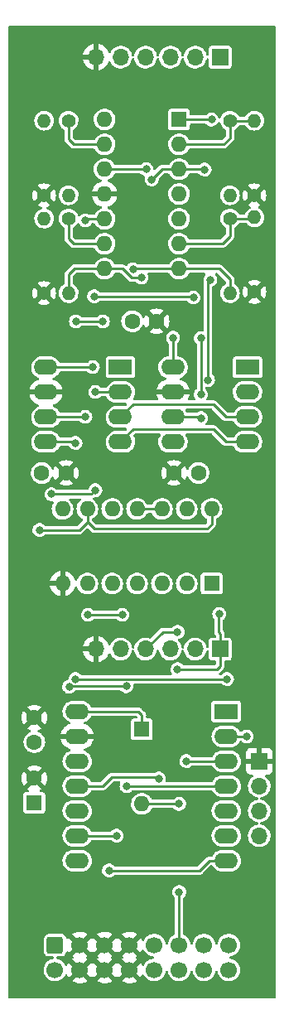
<source format=gbl>
%TF.GenerationSoftware,KiCad,Pcbnew,(6.0.1)*%
%TF.CreationDate,2022-10-24T18:54:59-04:00*%
%TF.ProjectId,ER-MIDI-VC4-01_DB,45522d4d-4944-4492-9d56-43342d30315f,1*%
%TF.SameCoordinates,Original*%
%TF.FileFunction,Copper,L2,Bot*%
%TF.FilePolarity,Positive*%
%FSLAX46Y46*%
G04 Gerber Fmt 4.6, Leading zero omitted, Abs format (unit mm)*
G04 Created by KiCad (PCBNEW (6.0.1)) date 2022-10-24 18:54:59*
%MOMM*%
%LPD*%
G01*
G04 APERTURE LIST*
G04 Aperture macros list*
%AMRoundRect*
0 Rectangle with rounded corners*
0 $1 Rounding radius*
0 $2 $3 $4 $5 $6 $7 $8 $9 X,Y pos of 4 corners*
0 Add a 4 corners polygon primitive as box body*
4,1,4,$2,$3,$4,$5,$6,$7,$8,$9,$2,$3,0*
0 Add four circle primitives for the rounded corners*
1,1,$1+$1,$2,$3*
1,1,$1+$1,$4,$5*
1,1,$1+$1,$6,$7*
1,1,$1+$1,$8,$9*
0 Add four rect primitives between the rounded corners*
20,1,$1+$1,$2,$3,$4,$5,0*
20,1,$1+$1,$4,$5,$6,$7,0*
20,1,$1+$1,$6,$7,$8,$9,0*
20,1,$1+$1,$8,$9,$2,$3,0*%
G04 Aperture macros list end*
%TA.AperFunction,ComponentPad*%
%ADD10R,1.700000X1.700000*%
%TD*%
%TA.AperFunction,ComponentPad*%
%ADD11O,1.700000X1.700000*%
%TD*%
%TA.AperFunction,ComponentPad*%
%ADD12R,1.600000X1.600000*%
%TD*%
%TA.AperFunction,ComponentPad*%
%ADD13C,1.600000*%
%TD*%
%TA.AperFunction,ComponentPad*%
%ADD14C,1.400000*%
%TD*%
%TA.AperFunction,ComponentPad*%
%ADD15O,1.400000X1.400000*%
%TD*%
%TA.AperFunction,ComponentPad*%
%ADD16R,2.400000X1.600000*%
%TD*%
%TA.AperFunction,ComponentPad*%
%ADD17O,2.400000X1.600000*%
%TD*%
%TA.AperFunction,ComponentPad*%
%ADD18O,1.600000X1.600000*%
%TD*%
%TA.AperFunction,ComponentPad*%
%ADD19RoundRect,0.250000X-0.600000X0.600000X-0.600000X-0.600000X0.600000X-0.600000X0.600000X0.600000X0*%
%TD*%
%TA.AperFunction,ComponentPad*%
%ADD20C,1.700000*%
%TD*%
%TA.AperFunction,ViaPad*%
%ADD21C,0.800000*%
%TD*%
%TA.AperFunction,Conductor*%
%ADD22C,0.250000*%
%TD*%
G04 APERTURE END LIST*
D10*
%TO.P,J11,1,Pin_1*%
%TO.N,+5V*%
X123000000Y-96000000D03*
D11*
%TO.P,J11,2,Pin_2*%
%TO.N,+3V3*%
X120460000Y-96000000D03*
%TO.P,J11,3,Pin_3*%
%TO.N,unconnected-(J11-Pad3)*%
X117920000Y-96000000D03*
%TO.P,J11,4,Pin_4*%
%TO.N,/OPTOUT-D*%
X115380000Y-96000000D03*
%TO.P,J11,5,Pin_5*%
%TO.N,/RBI-D*%
X112840000Y-96000000D03*
%TO.P,J11,6,Pin_6*%
%TO.N,GND*%
X110300000Y-96000000D03*
%TD*%
D10*
%TO.P,J12,1,Pin_1*%
%TO.N,+5V*%
X123000000Y-35500000D03*
D11*
%TO.P,J12,2,Pin_2*%
%TO.N,/CV2_D*%
X120460000Y-35500000D03*
%TO.P,J12,3,Pin_3*%
%TO.N,/CV4_D*%
X117920000Y-35500000D03*
%TO.P,J12,4,Pin_4*%
%TO.N,/CV3_D*%
X115380000Y-35500000D03*
%TO.P,J12,5,Pin_5*%
%TO.N,/CV1_D*%
X112840000Y-35500000D03*
%TO.P,J12,6,Pin_6*%
%TO.N,GND*%
X110300000Y-35500000D03*
%TD*%
D12*
%TO.P,C2,1*%
%TO.N,+3V3*%
X104000000Y-111705113D03*
D13*
%TO.P,C2,2*%
%TO.N,GND*%
X104000000Y-109205113D03*
%TD*%
D14*
%TO.P,R11,1*%
%TO.N,Net-(R11-Pad1)*%
X107500000Y-52000000D03*
D15*
%TO.P,R11,2*%
%TO.N,/CV4_D*%
X107500000Y-59620000D03*
%TD*%
D14*
%TO.P,R10,1*%
%TO.N,Net-(R10-Pad1)*%
X124000000Y-52000000D03*
D15*
%TO.P,R10,2*%
%TO.N,/CV3_D*%
X124000000Y-59620000D03*
%TD*%
D13*
%TO.P,C5,1*%
%TO.N,+3V3*%
X120777000Y-78000000D03*
%TO.P,C5,2*%
%TO.N,GND*%
X118277000Y-78000000D03*
%TD*%
D14*
%TO.P,R7,1*%
%TO.N,Net-(R7-Pad1)*%
X107500000Y-42000000D03*
D15*
%TO.P,R7,2*%
%TO.N,/CV1_D*%
X107500000Y-49620000D03*
%TD*%
D16*
%TO.P,U3,1,Vdd*%
%TO.N,+3V3*%
X112800000Y-67200000D03*
D17*
%TO.P,U3,2,~{CS}*%
%TO.N,/CS34\u002A*%
X112800000Y-69740000D03*
%TO.P,U3,3,SCK*%
%TO.N,/SCK*%
X112800000Y-72280000D03*
%TO.P,U3,4,SDI*%
%TO.N,/MOSI*%
X112800000Y-74820000D03*
%TO.P,U3,5,~{LDAC}*%
%TO.N,/LD34\u002A*%
X105180000Y-74820000D03*
%TO.P,U3,6,VB*%
%TO.N,/AOUT4*%
X105180000Y-72280000D03*
%TO.P,U3,7,Vss*%
%TO.N,GND*%
X105180000Y-69740000D03*
%TO.P,U3,8,VA*%
%TO.N,/AOUT3*%
X105180000Y-67200000D03*
%TD*%
D12*
%TO.P,D10,1,K*%
%TO.N,+5VD*%
X115000000Y-104190000D03*
D18*
%TO.P,D10,2,A*%
%TO.N,+5V*%
X115000000Y-111810000D03*
%TD*%
D13*
%TO.P,C7,1*%
%TO.N,+3V3*%
X104750000Y-78000000D03*
%TO.P,C7,2*%
%TO.N,GND*%
X107250000Y-78000000D03*
%TD*%
D16*
%TO.P,U4,1,Vdd*%
%TO.N,+3V3*%
X125800000Y-67200000D03*
D17*
%TO.P,U4,2,~{CS}*%
%TO.N,/CS12\u002A*%
X125800000Y-69740000D03*
%TO.P,U4,3,SCK*%
%TO.N,/SCK*%
X125800000Y-72280000D03*
%TO.P,U4,4,SDI*%
%TO.N,/MOSI*%
X125800000Y-74820000D03*
%TO.P,U4,5,~{LDAC}*%
%TO.N,/LD12\u002A*%
X118180000Y-74820000D03*
%TO.P,U4,6,VB*%
%TO.N,/AOUT2*%
X118180000Y-72280000D03*
%TO.P,U4,7,Vss*%
%TO.N,GND*%
X118180000Y-69740000D03*
%TO.P,U4,8,VA*%
%TO.N,/AOUT1*%
X118180000Y-67200000D03*
%TD*%
D14*
%TO.P,R6,1*%
%TO.N,Net-(R5-Pad2)*%
X124000000Y-42000000D03*
D15*
%TO.P,R6,2*%
%TO.N,/CV2_D*%
X124000000Y-49620000D03*
%TD*%
D12*
%TO.P,U6,1*%
%TO.N,/CV2_D*%
X118800000Y-41875000D03*
D18*
%TO.P,U6,2,-*%
%TO.N,Net-(R5-Pad2)*%
X118800000Y-44415000D03*
%TO.P,U6,3,+*%
%TO.N,/AOUT2*%
X118800000Y-46955000D03*
%TO.P,U6,4,V+*%
%TO.N,+5V*%
X118800000Y-49495000D03*
%TO.P,U6,5,+*%
%TO.N,/AOUT3*%
X118800000Y-52035000D03*
%TO.P,U6,6,-*%
%TO.N,Net-(R10-Pad1)*%
X118800000Y-54575000D03*
%TO.P,U6,7*%
%TO.N,/CV3_D*%
X118800000Y-57115000D03*
%TO.P,U6,8*%
%TO.N,/CV4_D*%
X111180000Y-57115000D03*
%TO.P,U6,9,-*%
%TO.N,Net-(R11-Pad1)*%
X111180000Y-54575000D03*
%TO.P,U6,10,+*%
%TO.N,/AOUT4*%
X111180000Y-52035000D03*
%TO.P,U6,11,V-*%
%TO.N,GND*%
X111180000Y-49495000D03*
%TO.P,U6,12,+*%
%TO.N,/AOUT1*%
X111180000Y-46955000D03*
%TO.P,U6,13,-*%
%TO.N,Net-(R7-Pad1)*%
X111180000Y-44415000D03*
%TO.P,U6,14*%
%TO.N,/CV1_D*%
X111180000Y-41875000D03*
%TD*%
D14*
%TO.P,R5,1*%
%TO.N,GND*%
X126500000Y-49620000D03*
D15*
%TO.P,R5,2*%
%TO.N,Net-(R5-Pad2)*%
X126500000Y-42000000D03*
%TD*%
D19*
%TO.P,J1,1,Pin_1*%
%TO.N,unconnected-(J1-Pad1)*%
X106110000Y-126247500D03*
D20*
%TO.P,J1,2,Pin_2*%
%TO.N,unconnected-(J1-Pad2)*%
X106110000Y-128787500D03*
%TO.P,J1,3,Pin_3*%
%TO.N,GND*%
X108650000Y-126247500D03*
%TO.P,J1,4,Pin_4*%
X108650000Y-128787500D03*
%TO.P,J1,5,Pin_5*%
X111190000Y-126247500D03*
%TO.P,J1,6,Pin_6*%
X111190000Y-128787500D03*
%TO.P,J1,7,Pin_7*%
X113730000Y-126247500D03*
%TO.P,J1,8,Pin_8*%
X113730000Y-128787500D03*
%TO.P,J1,9,Pin_9*%
%TO.N,+12V*%
X116270000Y-126247500D03*
%TO.P,J1,10,Pin_10*%
X116270000Y-128787500D03*
%TO.P,J1,11,Pin_11*%
%TO.N,+5V*%
X118810000Y-126247500D03*
%TO.P,J1,12,Pin_12*%
X118810000Y-128787500D03*
%TO.P,J1,13,Pin_13*%
%TO.N,/CV_OUT*%
X121350000Y-126247500D03*
%TO.P,J1,14,Pin_14*%
X121350000Y-128787500D03*
%TO.P,J1,15,Pin_15*%
%TO.N,/GATE_OUT*%
X123890000Y-126247500D03*
%TO.P,J1,16,Pin_16*%
X123890000Y-128787500D03*
%TD*%
D16*
%TO.P,U2,1,D0/P26*%
%TO.N,/LD34\u002A*%
X123620000Y-102380000D03*
D17*
%TO.P,U2,2,D1/P27*%
%TO.N,/CS12\u002A*%
X123620000Y-104920000D03*
%TO.P,U2,3,D2/P28*%
%TO.N,/LD12\u002A*%
X123620000Y-107460000D03*
%TO.P,U2,4,D3/P29*%
%TO.N,/CS34\u002A*%
X123620000Y-110000000D03*
%TO.P,U2,5,D4/SDA/P6*%
%TO.N,/SDA*%
X123620000Y-112540000D03*
%TO.P,U2,6,D5/SCL/P7*%
%TO.N,/SCL*%
X123620000Y-115080000D03*
%TO.P,U2,7,D6/TX/P0*%
%TO.N,Net-(U2-Pad7)*%
X123620000Y-117620000D03*
%TO.P,U2,8,D7/RX/P1*%
%TO.N,/RXD*%
X108380000Y-117620000D03*
%TO.P,U2,9,D8/SCK/P2*%
%TO.N,/SCK*%
X108380000Y-115080000D03*
%TO.P,U2,10,D9/MISO/P4*%
%TO.N,unconnected-(U2-Pad10)*%
X108380000Y-112540000D03*
%TO.P,U2,11,D10/MOSI/P3*%
%TO.N,/MOSI*%
X108380000Y-110000000D03*
%TO.P,U2,12,3.3V*%
%TO.N,+3V3*%
X108380000Y-107460000D03*
%TO.P,U2,13,GND*%
%TO.N,GND*%
X108380000Y-104920000D03*
%TO.P,U2,14,5V*%
%TO.N,+5VD*%
X108380000Y-102380000D03*
%TD*%
D13*
%TO.P,C4,1*%
%TO.N,+3V3*%
X114000000Y-62500000D03*
%TO.P,C4,2*%
%TO.N,GND*%
X116500000Y-62500000D03*
%TD*%
%TO.P,C6,1*%
%TO.N,+3V3*%
X104000000Y-105500000D03*
%TO.P,C6,2*%
%TO.N,GND*%
X104000000Y-103000000D03*
%TD*%
D10*
%TO.P,J8,1,Pin_1*%
%TO.N,GND*%
X127000000Y-107452000D03*
D11*
%TO.P,J8,2,Pin_2*%
%TO.N,+3V3*%
X127000000Y-109992000D03*
%TO.P,J8,3,Pin_3*%
%TO.N,/SDA*%
X127000000Y-112532000D03*
%TO.P,J8,4,Pin_4*%
%TO.N,/SCL*%
X127000000Y-115072000D03*
%TD*%
D14*
%TO.P,R8,1*%
%TO.N,GND*%
X105000000Y-49620000D03*
D15*
%TO.P,R8,2*%
%TO.N,Net-(R7-Pad1)*%
X105000000Y-42000000D03*
%TD*%
D14*
%TO.P,R9,1*%
%TO.N,GND*%
X126500000Y-59500000D03*
D15*
%TO.P,R9,2*%
%TO.N,Net-(R10-Pad1)*%
X126500000Y-51880000D03*
%TD*%
D14*
%TO.P,R12,1*%
%TO.N,GND*%
X105000000Y-59620000D03*
D15*
%TO.P,R12,2*%
%TO.N,Net-(R11-Pad1)*%
X105000000Y-52000000D03*
%TD*%
D12*
%TO.P,U7,1*%
%TO.N,+3V3*%
X122125000Y-89300000D03*
D18*
%TO.P,U7,2*%
%TO.N,unconnected-(U7-Pad2)*%
X119585000Y-89300000D03*
%TO.P,U7,3*%
%TO.N,+3V3*%
X117045000Y-89300000D03*
%TO.P,U7,4*%
%TO.N,unconnected-(U7-Pad4)*%
X114505000Y-89300000D03*
%TO.P,U7,5*%
%TO.N,Net-(U2-Pad7)*%
X111965000Y-89300000D03*
%TO.P,U7,6*%
%TO.N,/RBI-D*%
X109425000Y-89300000D03*
%TO.P,U7,7,GND*%
%TO.N,GND*%
X106885000Y-89300000D03*
%TO.P,U7,8*%
%TO.N,unconnected-(U7-Pad8)*%
X106885000Y-81680000D03*
%TO.P,U7,9*%
%TO.N,+3V3*%
X109425000Y-81680000D03*
%TO.P,U7,10*%
%TO.N,/RXD*%
X111965000Y-81680000D03*
%TO.P,U7,11*%
%TO.N,Net-(U7-Pad11)*%
X114505000Y-81680000D03*
%TO.P,U7,12*%
X117045000Y-81680000D03*
%TO.P,U7,13*%
%TO.N,/OPTOUT-D*%
X119585000Y-81680000D03*
%TO.P,U7,14,VCC*%
%TO.N,+3V3*%
X122125000Y-81680000D03*
%TD*%
D21*
%TO.N,/AOUT1*%
X118180000Y-64180000D03*
%TO.N,+5V*%
X122000000Y-58250000D03*
X121755500Y-68494500D03*
%TO.N,/AOUT2*%
X121031000Y-69969000D03*
X121031000Y-64219000D03*
%TO.N,+3V3*%
X111000000Y-62500000D03*
X108250000Y-62500000D03*
%TO.N,/CV2_D*%
X122125000Y-41875000D03*
%TO.N,/CV4_D*%
X114961000Y-58039000D03*
%TO.N,/CV3_D*%
X114077299Y-57172701D03*
%TO.N,/AOUT2*%
X116000000Y-48000000D03*
%TO.N,/AOUT1*%
X115455000Y-46955000D03*
%TO.N,+5V*%
X118810000Y-111810000D03*
X122905000Y-92405000D03*
%TO.N,+3V3*%
X104521000Y-83820000D03*
%TO.N,+5V*%
X118644500Y-98044000D03*
X118810000Y-120810000D03*
%TO.N,Net-(U2-Pad7)*%
X111633000Y-118618000D03*
%TO.N,/LD34\u002A*%
X108204000Y-74930000D03*
X108204000Y-99060000D03*
X123698000Y-99060000D03*
%TO.N,/LD12\u002A*%
X119534500Y-107442000D03*
%TO.N,/SCK*%
X112389989Y-115062000D03*
%TO.N,/MOSI*%
X116713000Y-109220000D03*
%TO.N,/AOUT4*%
X109220000Y-72263000D03*
X109220000Y-52197000D03*
%TO.N,/AOUT3*%
X110109000Y-59944000D03*
X109982000Y-67183000D03*
X120269000Y-60071000D03*
%TO.N,/AOUT2*%
X121412000Y-46990000D03*
X121031000Y-72390000D03*
%TO.N,/CS12\u002A*%
X125712000Y-104920000D03*
%TO.N,/CS34\u002A*%
X105760489Y-80167511D03*
X113411000Y-99784500D03*
X110236000Y-69723000D03*
X113429000Y-110000000D03*
X107564134Y-99827839D03*
X110236000Y-79756000D03*
%TO.N,/OPTOUT-D*%
X118644500Y-94234000D03*
%TO.N,/RBI-D*%
X109500000Y-92500000D03*
X113000000Y-92500000D03*
%TD*%
D22*
%TO.N,+5V*%
X121750000Y-58500000D02*
X122000000Y-58250000D01*
X121750000Y-62989000D02*
X121750000Y-58500000D01*
X121755500Y-62994500D02*
X121750000Y-62989000D01*
%TO.N,/AOUT1*%
X118180000Y-67200000D02*
X118180000Y-64180000D01*
%TO.N,+5V*%
X121755500Y-62994500D02*
X121755500Y-68494500D01*
%TO.N,/AOUT2*%
X121031000Y-69969000D02*
X121031000Y-64219000D01*
%TO.N,+3V3*%
X111000000Y-62500000D02*
X108250000Y-62500000D01*
%TO.N,/CV4_D*%
X114961000Y-58039000D02*
X113919000Y-58039000D01*
%TO.N,/CV3_D*%
X114135000Y-57115000D02*
X114077299Y-57172701D01*
X114135000Y-57115000D02*
X122901000Y-57115000D01*
%TO.N,/AOUT2*%
X117045000Y-46955000D02*
X116000000Y-48000000D01*
X118800000Y-46955000D02*
X117045000Y-46955000D01*
%TO.N,/AOUT1*%
X111180000Y-46955000D02*
X115455000Y-46955000D01*
%TO.N,+5V*%
X115000000Y-111810000D02*
X118810000Y-111810000D01*
X122810000Y-92500000D02*
X122810000Y-94235000D01*
X122810000Y-94235000D02*
X123000000Y-94425000D01*
X123000000Y-96000000D02*
X123000000Y-94425000D01*
%TO.N,+5VD*%
X115000000Y-102760000D02*
X114620000Y-102380000D01*
X115000000Y-104190000D02*
X115000000Y-102760000D01*
X108380000Y-102380000D02*
X114620000Y-102380000D01*
%TO.N,+3V3*%
X122125000Y-83234000D02*
X122125000Y-81680000D01*
X108585000Y-83820000D02*
X104521000Y-83820000D01*
X109425000Y-83009000D02*
X110109000Y-83693000D01*
X108585000Y-83820000D02*
X109425000Y-82980000D01*
X109425000Y-81680000D02*
X109425000Y-83009000D01*
X121666000Y-83693000D02*
X122125000Y-83234000D01*
X110109000Y-83693000D02*
X121666000Y-83693000D01*
%TO.N,+5V*%
X123000000Y-97726000D02*
X123000000Y-96000000D01*
X118644500Y-98044000D02*
X122682000Y-98044000D01*
X122682000Y-98044000D02*
X123000000Y-97726000D01*
X118810000Y-126247500D02*
X118810000Y-120810000D01*
%TO.N,Net-(U2-Pad7)*%
X111633000Y-118618000D02*
X120904000Y-118618000D01*
X120904000Y-118618000D02*
X121902000Y-117620000D01*
X121902000Y-117620000D02*
X123620000Y-117620000D01*
%TO.N,/LD34\u002A*%
X108204000Y-99060000D02*
X123698000Y-99060000D01*
X108094000Y-74820000D02*
X108204000Y-74930000D01*
X105180000Y-74820000D02*
X108094000Y-74820000D01*
%TO.N,/LD12\u002A*%
X119552500Y-107460000D02*
X119534500Y-107442000D01*
X123620000Y-107460000D02*
X119552500Y-107460000D01*
%TO.N,/SCK*%
X112371989Y-115080000D02*
X112389989Y-115062000D01*
X114087000Y-70993000D02*
X122301000Y-70993000D01*
X112800000Y-72280000D02*
X114087000Y-70993000D01*
X122301000Y-70993000D02*
X123588000Y-72280000D01*
X108380000Y-115080000D02*
X112371989Y-115080000D01*
X123588000Y-72280000D02*
X125800000Y-72280000D01*
%TO.N,/MOSI*%
X112800000Y-74820000D02*
X114087000Y-73533000D01*
X114087000Y-73533000D02*
X122301000Y-73533000D01*
X123588000Y-74820000D02*
X125800000Y-74820000D01*
X116586000Y-109093000D02*
X116713000Y-109220000D01*
X108380000Y-110000000D02*
X110980000Y-110000000D01*
X111887000Y-109093000D02*
X116586000Y-109093000D01*
X110980000Y-110000000D02*
X111887000Y-109093000D01*
X122301000Y-73533000D02*
X123588000Y-74820000D01*
%TO.N,Net-(R5-Pad2)*%
X124000000Y-42000000D02*
X126500000Y-42000000D01*
X123352000Y-44415000D02*
X124000000Y-43767000D01*
X124000000Y-43767000D02*
X124000000Y-42000000D01*
X118800000Y-44415000D02*
X123352000Y-44415000D01*
%TO.N,Net-(R7-Pad1)*%
X108042000Y-44415000D02*
X107500000Y-43873000D01*
X107500000Y-43873000D02*
X107500000Y-42000000D01*
X111180000Y-44415000D02*
X108042000Y-44415000D01*
%TO.N,Net-(R10-Pad1)*%
X118800000Y-54575000D02*
X123225000Y-54575000D01*
X124000000Y-53800000D02*
X124000000Y-52000000D01*
X124000000Y-52000000D02*
X126380000Y-52000000D01*
X123225000Y-54575000D02*
X124000000Y-53800000D01*
%TO.N,Net-(R11-Pad1)*%
X107500000Y-52000000D02*
X107500000Y-54033000D01*
X107500000Y-54033000D02*
X108042000Y-54575000D01*
X108042000Y-54575000D02*
X111180000Y-54575000D01*
%TO.N,Net-(U7-Pad11)*%
X117045000Y-81680000D02*
X114505000Y-81680000D01*
%TO.N,/AOUT4*%
X109382000Y-52035000D02*
X109220000Y-52197000D01*
X109203000Y-72280000D02*
X105180000Y-72280000D01*
X109220000Y-72263000D02*
X109203000Y-72280000D01*
X111180000Y-52035000D02*
X109382000Y-52035000D01*
%TO.N,/AOUT3*%
X109965000Y-67200000D02*
X109982000Y-67183000D01*
X105180000Y-67200000D02*
X109965000Y-67200000D01*
X110109000Y-59944000D02*
X120142000Y-59944000D01*
X120142000Y-59944000D02*
X120269000Y-60071000D01*
%TO.N,/AOUT2*%
X118180000Y-72280000D02*
X120921000Y-72280000D01*
X120921000Y-72280000D02*
X121031000Y-72390000D01*
X121377000Y-46955000D02*
X118800000Y-46955000D01*
X121412000Y-46990000D02*
X121377000Y-46955000D01*
%TO.N,/CS12\u002A*%
X123620000Y-104920000D02*
X125712000Y-104920000D01*
%TO.N,/CS34\u002A*%
X107607473Y-99784500D02*
X107564134Y-99827839D01*
X123620000Y-110000000D02*
X113429000Y-110000000D01*
X109824489Y-80167511D02*
X110236000Y-79756000D01*
X113411000Y-99784500D02*
X107607473Y-99784500D01*
X105760489Y-80167511D02*
X109824489Y-80167511D01*
X112800000Y-69740000D02*
X110253000Y-69740000D01*
X110253000Y-69740000D02*
X110236000Y-69723000D01*
%TO.N,/CV2_D*%
X118800000Y-41875000D02*
X122125000Y-41875000D01*
%TO.N,/CV3_D*%
X124000000Y-58214000D02*
X124000000Y-59620000D01*
X122901000Y-57115000D02*
X124000000Y-58214000D01*
%TO.N,/CV4_D*%
X111180000Y-57115000D02*
X108112000Y-57115000D01*
X113919000Y-58039000D02*
X112995000Y-57115000D01*
X108112000Y-57115000D02*
X107500000Y-57727000D01*
X107500000Y-57727000D02*
X107500000Y-59620000D01*
X112995000Y-57115000D02*
X111180000Y-57115000D01*
%TO.N,/OPTOUT-D*%
X115380000Y-96000000D02*
X117146000Y-94234000D01*
X117146000Y-94234000D02*
X118644500Y-94234000D01*
%TO.N,/RBI-D*%
X109500000Y-92500000D02*
X113000000Y-92500000D01*
%TD*%
%TA.AperFunction,Conductor*%
%TO.N,GND*%
G36*
X128637321Y-32324802D02*
G01*
X128683814Y-32378458D01*
X128695200Y-32430800D01*
X128695200Y-131569200D01*
X128675198Y-131637321D01*
X128621542Y-131683814D01*
X128569200Y-131695200D01*
X101430800Y-131695200D01*
X101362679Y-131675198D01*
X101316186Y-131621542D01*
X101304800Y-131569200D01*
X101304800Y-128757128D01*
X104950149Y-128757128D01*
X104964036Y-128969003D01*
X105016301Y-129174799D01*
X105105195Y-129367624D01*
X105227740Y-129541021D01*
X105379832Y-129689183D01*
X105384628Y-129692388D01*
X105384631Y-129692390D01*
X105455886Y-129740001D01*
X105556377Y-129807147D01*
X105561685Y-129809428D01*
X105561686Y-129809428D01*
X105746160Y-129888684D01*
X105746163Y-129888685D01*
X105751463Y-129890962D01*
X105757092Y-129892236D01*
X105757093Y-129892236D01*
X105952921Y-129936548D01*
X105952924Y-129936548D01*
X105958557Y-129937823D01*
X105964328Y-129938050D01*
X105964330Y-129938050D01*
X106029086Y-129940594D01*
X106170723Y-129946159D01*
X106275789Y-129930925D01*
X106375141Y-129916520D01*
X106375146Y-129916519D01*
X106380855Y-129915691D01*
X106386319Y-129913836D01*
X106386324Y-129913835D01*
X106390690Y-129912353D01*
X107889977Y-129912353D01*
X107895258Y-129919407D01*
X108056756Y-130013779D01*
X108066042Y-130018229D01*
X108265001Y-130094203D01*
X108274899Y-130097079D01*
X108483595Y-130139538D01*
X108493823Y-130140757D01*
X108706650Y-130148562D01*
X108716936Y-130148095D01*
X108928185Y-130121034D01*
X108938262Y-130118892D01*
X109142255Y-130057691D01*
X109151842Y-130053933D01*
X109343098Y-129960238D01*
X109351944Y-129954965D01*
X109399247Y-129921223D01*
X109406211Y-129912353D01*
X110429977Y-129912353D01*
X110435258Y-129919407D01*
X110596756Y-130013779D01*
X110606042Y-130018229D01*
X110805001Y-130094203D01*
X110814899Y-130097079D01*
X111023595Y-130139538D01*
X111033823Y-130140757D01*
X111246650Y-130148562D01*
X111256936Y-130148095D01*
X111468185Y-130121034D01*
X111478262Y-130118892D01*
X111682255Y-130057691D01*
X111691842Y-130053933D01*
X111883098Y-129960238D01*
X111891944Y-129954965D01*
X111939247Y-129921223D01*
X111946211Y-129912353D01*
X112969977Y-129912353D01*
X112975258Y-129919407D01*
X113136756Y-130013779D01*
X113146042Y-130018229D01*
X113345001Y-130094203D01*
X113354899Y-130097079D01*
X113563595Y-130139538D01*
X113573823Y-130140757D01*
X113786650Y-130148562D01*
X113796936Y-130148095D01*
X114008185Y-130121034D01*
X114018262Y-130118892D01*
X114222255Y-130057691D01*
X114231842Y-130053933D01*
X114423098Y-129960238D01*
X114431944Y-129954965D01*
X114479247Y-129921223D01*
X114487648Y-129910523D01*
X114480660Y-129897370D01*
X113742812Y-129159522D01*
X113728868Y-129151908D01*
X113727035Y-129152039D01*
X113720420Y-129156290D01*
X112976737Y-129899973D01*
X112969977Y-129912353D01*
X111946211Y-129912353D01*
X111947648Y-129910523D01*
X111940660Y-129897370D01*
X111202812Y-129159522D01*
X111188868Y-129151908D01*
X111187035Y-129152039D01*
X111180420Y-129156290D01*
X110436737Y-129899973D01*
X110429977Y-129912353D01*
X109406211Y-129912353D01*
X109407648Y-129910523D01*
X109400660Y-129897370D01*
X108662812Y-129159522D01*
X108648868Y-129151908D01*
X108647035Y-129152039D01*
X108640420Y-129156290D01*
X107896737Y-129899973D01*
X107889977Y-129912353D01*
X106390690Y-129912353D01*
X106576448Y-129849296D01*
X106581916Y-129847440D01*
X106767172Y-129743692D01*
X106930420Y-129607920D01*
X107066192Y-129444672D01*
X107161243Y-129274947D01*
X107211978Y-129225286D01*
X107281510Y-129210938D01*
X107347760Y-129236460D01*
X107387919Y-129289110D01*
X107431770Y-129397103D01*
X107436413Y-129406294D01*
X107516460Y-129536920D01*
X107526916Y-129546380D01*
X107535694Y-129542596D01*
X108277978Y-128800312D01*
X108284356Y-128788632D01*
X109014408Y-128788632D01*
X109014539Y-128790465D01*
X109018790Y-128797080D01*
X109760474Y-129538764D01*
X109772484Y-129545323D01*
X109784223Y-129536355D01*
X109818022Y-129489319D01*
X109819149Y-129490129D01*
X109866659Y-129446381D01*
X109936596Y-129434161D01*
X110002038Y-129461691D01*
X110029870Y-129493529D01*
X110056459Y-129536919D01*
X110066916Y-129546380D01*
X110075694Y-129542596D01*
X110817978Y-128800312D01*
X110824356Y-128788632D01*
X111554408Y-128788632D01*
X111554539Y-128790465D01*
X111558790Y-128797080D01*
X112300474Y-129538764D01*
X112312484Y-129545323D01*
X112324223Y-129536355D01*
X112358022Y-129489319D01*
X112359149Y-129490129D01*
X112406659Y-129446381D01*
X112476596Y-129434161D01*
X112542038Y-129461691D01*
X112569870Y-129493529D01*
X112596459Y-129536919D01*
X112606916Y-129546380D01*
X112615694Y-129542596D01*
X113357978Y-128800312D01*
X113364356Y-128788632D01*
X114094408Y-128788632D01*
X114094539Y-128790465D01*
X114098790Y-128797080D01*
X114840474Y-129538764D01*
X114852484Y-129545323D01*
X114864223Y-129536355D01*
X114895004Y-129493519D01*
X114900315Y-129484680D01*
X114994673Y-129293760D01*
X114995578Y-129291476D01*
X114996191Y-129290691D01*
X114996964Y-129289126D01*
X114997287Y-129289286D01*
X115039253Y-129235503D01*
X115106256Y-129212027D01*
X115175314Y-129228503D01*
X115227155Y-129285109D01*
X115265195Y-129367624D01*
X115387740Y-129541021D01*
X115539832Y-129689183D01*
X115544628Y-129692388D01*
X115544631Y-129692390D01*
X115615886Y-129740001D01*
X115716377Y-129807147D01*
X115721685Y-129809428D01*
X115721686Y-129809428D01*
X115906160Y-129888684D01*
X115906163Y-129888685D01*
X115911463Y-129890962D01*
X115917092Y-129892236D01*
X115917093Y-129892236D01*
X116112921Y-129936548D01*
X116112924Y-129936548D01*
X116118557Y-129937823D01*
X116124328Y-129938050D01*
X116124330Y-129938050D01*
X116189086Y-129940594D01*
X116330723Y-129946159D01*
X116435789Y-129930925D01*
X116535141Y-129916520D01*
X116535146Y-129916519D01*
X116540855Y-129915691D01*
X116546319Y-129913836D01*
X116546324Y-129913835D01*
X116736448Y-129849296D01*
X116741916Y-129847440D01*
X116927172Y-129743692D01*
X117090420Y-129607920D01*
X117226192Y-129444672D01*
X117329940Y-129259416D01*
X117360565Y-129169199D01*
X117396335Y-129063824D01*
X117396336Y-129063819D01*
X117398191Y-129058355D01*
X117399019Y-129052646D01*
X117399020Y-129052641D01*
X117410334Y-128974605D01*
X117413287Y-128954238D01*
X117442857Y-128889693D01*
X117502628Y-128851381D01*
X117573625Y-128851465D01*
X117633305Y-128889920D01*
X117662722Y-128954536D01*
X117663565Y-128962647D01*
X117663658Y-128963233D01*
X117664036Y-128969003D01*
X117716301Y-129174799D01*
X117805195Y-129367624D01*
X117927740Y-129541021D01*
X118079832Y-129689183D01*
X118084628Y-129692388D01*
X118084631Y-129692390D01*
X118155886Y-129740001D01*
X118256377Y-129807147D01*
X118261685Y-129809428D01*
X118261686Y-129809428D01*
X118446160Y-129888684D01*
X118446163Y-129888685D01*
X118451463Y-129890962D01*
X118457092Y-129892236D01*
X118457093Y-129892236D01*
X118652921Y-129936548D01*
X118652924Y-129936548D01*
X118658557Y-129937823D01*
X118664328Y-129938050D01*
X118664330Y-129938050D01*
X118729086Y-129940594D01*
X118870723Y-129946159D01*
X118975789Y-129930925D01*
X119075141Y-129916520D01*
X119075146Y-129916519D01*
X119080855Y-129915691D01*
X119086319Y-129913836D01*
X119086324Y-129913835D01*
X119276448Y-129849296D01*
X119281916Y-129847440D01*
X119467172Y-129743692D01*
X119630420Y-129607920D01*
X119766192Y-129444672D01*
X119869940Y-129259416D01*
X119900565Y-129169199D01*
X119936335Y-129063824D01*
X119936336Y-129063819D01*
X119938191Y-129058355D01*
X119939019Y-129052646D01*
X119939020Y-129052641D01*
X119950334Y-128974605D01*
X119953287Y-128954238D01*
X119982857Y-128889693D01*
X120042628Y-128851381D01*
X120113625Y-128851465D01*
X120173305Y-128889920D01*
X120202722Y-128954536D01*
X120203565Y-128962647D01*
X120203658Y-128963233D01*
X120204036Y-128969003D01*
X120256301Y-129174799D01*
X120345195Y-129367624D01*
X120467740Y-129541021D01*
X120619832Y-129689183D01*
X120624628Y-129692388D01*
X120624631Y-129692390D01*
X120695886Y-129740001D01*
X120796377Y-129807147D01*
X120801685Y-129809428D01*
X120801686Y-129809428D01*
X120986160Y-129888684D01*
X120986163Y-129888685D01*
X120991463Y-129890962D01*
X120997092Y-129892236D01*
X120997093Y-129892236D01*
X121192921Y-129936548D01*
X121192924Y-129936548D01*
X121198557Y-129937823D01*
X121204328Y-129938050D01*
X121204330Y-129938050D01*
X121269086Y-129940594D01*
X121410723Y-129946159D01*
X121515789Y-129930925D01*
X121615141Y-129916520D01*
X121615146Y-129916519D01*
X121620855Y-129915691D01*
X121626319Y-129913836D01*
X121626324Y-129913835D01*
X121816448Y-129849296D01*
X121821916Y-129847440D01*
X122007172Y-129743692D01*
X122170420Y-129607920D01*
X122306192Y-129444672D01*
X122409940Y-129259416D01*
X122440565Y-129169199D01*
X122476335Y-129063824D01*
X122476336Y-129063819D01*
X122478191Y-129058355D01*
X122479019Y-129052646D01*
X122479020Y-129052641D01*
X122490334Y-128974605D01*
X122493287Y-128954238D01*
X122522857Y-128889693D01*
X122582628Y-128851381D01*
X122653625Y-128851465D01*
X122713305Y-128889920D01*
X122742722Y-128954536D01*
X122743565Y-128962647D01*
X122743658Y-128963233D01*
X122744036Y-128969003D01*
X122796301Y-129174799D01*
X122885195Y-129367624D01*
X123007740Y-129541021D01*
X123159832Y-129689183D01*
X123164628Y-129692388D01*
X123164631Y-129692390D01*
X123235886Y-129740001D01*
X123336377Y-129807147D01*
X123341685Y-129809428D01*
X123341686Y-129809428D01*
X123526160Y-129888684D01*
X123526163Y-129888685D01*
X123531463Y-129890962D01*
X123537092Y-129892236D01*
X123537093Y-129892236D01*
X123732921Y-129936548D01*
X123732924Y-129936548D01*
X123738557Y-129937823D01*
X123744328Y-129938050D01*
X123744330Y-129938050D01*
X123809086Y-129940594D01*
X123950723Y-129946159D01*
X124055789Y-129930925D01*
X124155141Y-129916520D01*
X124155146Y-129916519D01*
X124160855Y-129915691D01*
X124166319Y-129913836D01*
X124166324Y-129913835D01*
X124356448Y-129849296D01*
X124361916Y-129847440D01*
X124547172Y-129743692D01*
X124710420Y-129607920D01*
X124846192Y-129444672D01*
X124949940Y-129259416D01*
X124980565Y-129169199D01*
X125016335Y-129063824D01*
X125016336Y-129063819D01*
X125018191Y-129058355D01*
X125019019Y-129052646D01*
X125019020Y-129052641D01*
X125048126Y-128851897D01*
X125048659Y-128848223D01*
X125050249Y-128787500D01*
X125030821Y-128576061D01*
X124973186Y-128371704D01*
X124879275Y-128181272D01*
X124752233Y-128011142D01*
X124596315Y-127867013D01*
X124416742Y-127753711D01*
X124383068Y-127740276D01*
X124356096Y-127729515D01*
X124219529Y-127675030D01*
X124213861Y-127673903D01*
X124213859Y-127673902D01*
X124043567Y-127640029D01*
X123980657Y-127607122D01*
X123945525Y-127545427D01*
X123949325Y-127474532D01*
X123990851Y-127416946D01*
X124050066Y-127391755D01*
X124160855Y-127375691D01*
X124166319Y-127373836D01*
X124166324Y-127373835D01*
X124356448Y-127309296D01*
X124361916Y-127307440D01*
X124547172Y-127203692D01*
X124710420Y-127067920D01*
X124846192Y-126904672D01*
X124949940Y-126719416D01*
X124980565Y-126629199D01*
X125016335Y-126523824D01*
X125016336Y-126523819D01*
X125018191Y-126518355D01*
X125019019Y-126512646D01*
X125019020Y-126512641D01*
X125048126Y-126311897D01*
X125048659Y-126308223D01*
X125050249Y-126247500D01*
X125030821Y-126036061D01*
X124973186Y-125831704D01*
X124879275Y-125641272D01*
X124807725Y-125545455D01*
X124755686Y-125475766D01*
X124755685Y-125475765D01*
X124752233Y-125471142D01*
X124596315Y-125327013D01*
X124416742Y-125213711D01*
X124385394Y-125201204D01*
X124289778Y-125163057D01*
X124219529Y-125135030D01*
X124213861Y-125133903D01*
X124213859Y-125133902D01*
X124016946Y-125094734D01*
X124016944Y-125094734D01*
X124011279Y-125093607D01*
X124005504Y-125093531D01*
X124005500Y-125093531D01*
X123899283Y-125092141D01*
X123798968Y-125090828D01*
X123793271Y-125091807D01*
X123793270Y-125091807D01*
X123595395Y-125125808D01*
X123595392Y-125125809D01*
X123589705Y-125126786D01*
X123390500Y-125200276D01*
X123208023Y-125308839D01*
X123048385Y-125448837D01*
X123044818Y-125453362D01*
X123044813Y-125453367D01*
X122922663Y-125608314D01*
X122916933Y-125615583D01*
X122914245Y-125620692D01*
X122820759Y-125798380D01*
X122820757Y-125798385D01*
X122818070Y-125803492D01*
X122755105Y-126006271D01*
X122754426Y-126012010D01*
X122745690Y-126085821D01*
X122717820Y-126151119D01*
X122659072Y-126190983D01*
X122588097Y-126192758D01*
X122527430Y-126155879D01*
X122496333Y-126092055D01*
X122495092Y-126082541D01*
X122491350Y-126041815D01*
X122491349Y-126041812D01*
X122490821Y-126036061D01*
X122433186Y-125831704D01*
X122339275Y-125641272D01*
X122267725Y-125545455D01*
X122215686Y-125475766D01*
X122215685Y-125475765D01*
X122212233Y-125471142D01*
X122056315Y-125327013D01*
X121876742Y-125213711D01*
X121845394Y-125201204D01*
X121749778Y-125163057D01*
X121679529Y-125135030D01*
X121673861Y-125133903D01*
X121673859Y-125133902D01*
X121476946Y-125094734D01*
X121476944Y-125094734D01*
X121471279Y-125093607D01*
X121465504Y-125093531D01*
X121465500Y-125093531D01*
X121359283Y-125092141D01*
X121258968Y-125090828D01*
X121253271Y-125091807D01*
X121253270Y-125091807D01*
X121055395Y-125125808D01*
X121055392Y-125125809D01*
X121049705Y-125126786D01*
X120850500Y-125200276D01*
X120668023Y-125308839D01*
X120508385Y-125448837D01*
X120504818Y-125453362D01*
X120504813Y-125453367D01*
X120382663Y-125608314D01*
X120376933Y-125615583D01*
X120374245Y-125620692D01*
X120280759Y-125798380D01*
X120280757Y-125798385D01*
X120278070Y-125803492D01*
X120215105Y-126006271D01*
X120214426Y-126012010D01*
X120205690Y-126085821D01*
X120177820Y-126151119D01*
X120119072Y-126190983D01*
X120048097Y-126192758D01*
X119987430Y-126155879D01*
X119956333Y-126092055D01*
X119955092Y-126082541D01*
X119951350Y-126041815D01*
X119951349Y-126041812D01*
X119950821Y-126036061D01*
X119893186Y-125831704D01*
X119799275Y-125641272D01*
X119727725Y-125545455D01*
X119675686Y-125475766D01*
X119675685Y-125475765D01*
X119672233Y-125471142D01*
X119516315Y-125327013D01*
X119336742Y-125213711D01*
X119319611Y-125206876D01*
X119263752Y-125163057D01*
X119240300Y-125089846D01*
X119240300Y-121428152D01*
X119260302Y-121360031D01*
X119284470Y-121332341D01*
X119327207Y-121295840D01*
X119327210Y-121295837D01*
X119332982Y-121290907D01*
X119432598Y-121152276D01*
X119437993Y-121138855D01*
X119493436Y-121000939D01*
X119493437Y-121000937D01*
X119496271Y-120993886D01*
X119520324Y-120824879D01*
X119520480Y-120810000D01*
X119499971Y-120640527D01*
X119439630Y-120480837D01*
X119435331Y-120474582D01*
X119435329Y-120474578D01*
X119347241Y-120346410D01*
X119347240Y-120346408D01*
X119342939Y-120340151D01*
X119336705Y-120334596D01*
X119221152Y-120231643D01*
X119215481Y-120226590D01*
X119207523Y-120222376D01*
X119071322Y-120150262D01*
X119071321Y-120150261D01*
X119064613Y-120146710D01*
X118899047Y-120105122D01*
X118891449Y-120105082D01*
X118891447Y-120105082D01*
X118817658Y-120104696D01*
X118728339Y-120104229D01*
X118720960Y-120106001D01*
X118720956Y-120106001D01*
X118569726Y-120142308D01*
X118569722Y-120142309D01*
X118562347Y-120144080D01*
X118410651Y-120222376D01*
X118282010Y-120334596D01*
X118183852Y-120474262D01*
X118121841Y-120633311D01*
X118099559Y-120802560D01*
X118118292Y-120972239D01*
X118120901Y-120979370D01*
X118120902Y-120979372D01*
X118128795Y-121000939D01*
X118176958Y-121132551D01*
X118272170Y-121274242D01*
X118290485Y-121290907D01*
X118338500Y-121334598D01*
X118375422Y-121395238D01*
X118379700Y-121427791D01*
X118379700Y-125088355D01*
X118359698Y-125156476D01*
X118310326Y-125199983D01*
X118310500Y-125200276D01*
X118128023Y-125308839D01*
X117968385Y-125448837D01*
X117964818Y-125453362D01*
X117964813Y-125453367D01*
X117842663Y-125608314D01*
X117836933Y-125615583D01*
X117834245Y-125620692D01*
X117740759Y-125798380D01*
X117740757Y-125798385D01*
X117738070Y-125803492D01*
X117675105Y-126006271D01*
X117674426Y-126012010D01*
X117665690Y-126085821D01*
X117637820Y-126151119D01*
X117579072Y-126190983D01*
X117508097Y-126192758D01*
X117447430Y-126155879D01*
X117416333Y-126092055D01*
X117415092Y-126082541D01*
X117411350Y-126041815D01*
X117411349Y-126041812D01*
X117410821Y-126036061D01*
X117353186Y-125831704D01*
X117259275Y-125641272D01*
X117187725Y-125545455D01*
X117135686Y-125475766D01*
X117135685Y-125475765D01*
X117132233Y-125471142D01*
X116976315Y-125327013D01*
X116796742Y-125213711D01*
X116765394Y-125201204D01*
X116669778Y-125163057D01*
X116599529Y-125135030D01*
X116593861Y-125133903D01*
X116593859Y-125133902D01*
X116396946Y-125094734D01*
X116396944Y-125094734D01*
X116391279Y-125093607D01*
X116385504Y-125093531D01*
X116385500Y-125093531D01*
X116279283Y-125092141D01*
X116178968Y-125090828D01*
X116173271Y-125091807D01*
X116173270Y-125091807D01*
X115975395Y-125125808D01*
X115975392Y-125125809D01*
X115969705Y-125126786D01*
X115770500Y-125200276D01*
X115588023Y-125308839D01*
X115428385Y-125448837D01*
X115424818Y-125453362D01*
X115424813Y-125453367D01*
X115302663Y-125608314D01*
X115296933Y-125615583D01*
X115294245Y-125620692D01*
X115221702Y-125758574D01*
X115172282Y-125809547D01*
X115103150Y-125825710D01*
X115036254Y-125801931D01*
X114994643Y-125750149D01*
X114932972Y-125608314D01*
X114928105Y-125599239D01*
X114863063Y-125498697D01*
X114852377Y-125489495D01*
X114842812Y-125493898D01*
X114102022Y-126234688D01*
X114094408Y-126248632D01*
X114094539Y-126250465D01*
X114098790Y-126257080D01*
X114840474Y-126998764D01*
X114852484Y-127005323D01*
X114864223Y-126996355D01*
X114895004Y-126953519D01*
X114900315Y-126944680D01*
X114994673Y-126753760D01*
X114995578Y-126751476D01*
X114996191Y-126750691D01*
X114996964Y-126749126D01*
X114997287Y-126749286D01*
X115039253Y-126695503D01*
X115106256Y-126672027D01*
X115175314Y-126688503D01*
X115227155Y-126745109D01*
X115265195Y-126827624D01*
X115387740Y-127001021D01*
X115460202Y-127071611D01*
X115512608Y-127122662D01*
X115539832Y-127149183D01*
X115544628Y-127152388D01*
X115544631Y-127152390D01*
X115615886Y-127200001D01*
X115716377Y-127267147D01*
X115721685Y-127269428D01*
X115721686Y-127269428D01*
X115906160Y-127348684D01*
X115906163Y-127348685D01*
X115911463Y-127350962D01*
X115917092Y-127352236D01*
X115917093Y-127352236D01*
X116112087Y-127396359D01*
X116174114Y-127430902D01*
X116207618Y-127493496D01*
X116201964Y-127564267D01*
X116158945Y-127620746D01*
X116105617Y-127643432D01*
X115975395Y-127665808D01*
X115975392Y-127665809D01*
X115969705Y-127666786D01*
X115770500Y-127740276D01*
X115588023Y-127848839D01*
X115428385Y-127988837D01*
X115424818Y-127993362D01*
X115424813Y-127993367D01*
X115308276Y-128141194D01*
X115296933Y-128155583D01*
X115294245Y-128160692D01*
X115221702Y-128298574D01*
X115172282Y-128349547D01*
X115103150Y-128365710D01*
X115036254Y-128341931D01*
X114994643Y-128290149D01*
X114932972Y-128148314D01*
X114928105Y-128139239D01*
X114863063Y-128038697D01*
X114852377Y-128029495D01*
X114842812Y-128033898D01*
X114102022Y-128774688D01*
X114094408Y-128788632D01*
X113364356Y-128788632D01*
X113365592Y-128786368D01*
X113365461Y-128784535D01*
X113361210Y-128777920D01*
X112619849Y-128036559D01*
X112608313Y-128030259D01*
X112596028Y-128039884D01*
X112563192Y-128088020D01*
X112508281Y-128133023D01*
X112437756Y-128141194D01*
X112374009Y-128109940D01*
X112353311Y-128085455D01*
X112323062Y-128038697D01*
X112312377Y-128029495D01*
X112302812Y-128033898D01*
X111562022Y-128774688D01*
X111554408Y-128788632D01*
X110824356Y-128788632D01*
X110825592Y-128786368D01*
X110825461Y-128784535D01*
X110821210Y-128777920D01*
X110079849Y-128036559D01*
X110068313Y-128030259D01*
X110056028Y-128039884D01*
X110023192Y-128088020D01*
X109968281Y-128133023D01*
X109897756Y-128141194D01*
X109834009Y-128109940D01*
X109813311Y-128085455D01*
X109783062Y-128038697D01*
X109772377Y-128029495D01*
X109762812Y-128033898D01*
X109022022Y-128774688D01*
X109014408Y-128788632D01*
X108284356Y-128788632D01*
X108285592Y-128786368D01*
X108285461Y-128784535D01*
X108281210Y-128777920D01*
X107539849Y-128036559D01*
X107528313Y-128030259D01*
X107516031Y-128039882D01*
X107468089Y-128110162D01*
X107463004Y-128119113D01*
X107382628Y-128292269D01*
X107335804Y-128345636D01*
X107267560Y-128365217D01*
X107199565Y-128344793D01*
X107155334Y-128294948D01*
X107101829Y-128186451D01*
X107099275Y-128181272D01*
X106972233Y-128011142D01*
X106816315Y-127867013D01*
X106636742Y-127753711D01*
X106603068Y-127740276D01*
X106576096Y-127729515D01*
X106439529Y-127675030D01*
X106433861Y-127673903D01*
X106433859Y-127673902D01*
X106328675Y-127652980D01*
X106325653Y-127652379D01*
X106262743Y-127619472D01*
X106227611Y-127557777D01*
X106231411Y-127486882D01*
X106272936Y-127429296D01*
X106339003Y-127403302D01*
X106350234Y-127402800D01*
X106753144Y-127402800D01*
X106843703Y-127391841D01*
X106851231Y-127388861D01*
X106851233Y-127388860D01*
X106892925Y-127372353D01*
X107889977Y-127372353D01*
X107895258Y-127379407D01*
X107942479Y-127407001D01*
X107991203Y-127458639D01*
X108004274Y-127528422D01*
X107977543Y-127594194D01*
X107937087Y-127627553D01*
X107928466Y-127632041D01*
X107919734Y-127637539D01*
X107899677Y-127652599D01*
X107891223Y-127663927D01*
X107897968Y-127676258D01*
X108637188Y-128415478D01*
X108651132Y-128423092D01*
X108652965Y-128422961D01*
X108659580Y-128418710D01*
X109403389Y-127674901D01*
X109410410Y-127662044D01*
X109403611Y-127652713D01*
X109399559Y-127650021D01*
X109362116Y-127629352D01*
X109312145Y-127578920D01*
X109297373Y-127509477D01*
X109322489Y-127443072D01*
X109349840Y-127416465D01*
X109399247Y-127381223D01*
X109406211Y-127372353D01*
X110429977Y-127372353D01*
X110435258Y-127379407D01*
X110482479Y-127407001D01*
X110531203Y-127458639D01*
X110544274Y-127528422D01*
X110517543Y-127594194D01*
X110477087Y-127627553D01*
X110468466Y-127632041D01*
X110459734Y-127637539D01*
X110439677Y-127652599D01*
X110431223Y-127663927D01*
X110437968Y-127676258D01*
X111177188Y-128415478D01*
X111191132Y-128423092D01*
X111192965Y-128422961D01*
X111199580Y-128418710D01*
X111943389Y-127674901D01*
X111950410Y-127662044D01*
X111943611Y-127652713D01*
X111939559Y-127650021D01*
X111902116Y-127629352D01*
X111852145Y-127578920D01*
X111837373Y-127509477D01*
X111862489Y-127443072D01*
X111889840Y-127416465D01*
X111939247Y-127381223D01*
X111946211Y-127372353D01*
X112969977Y-127372353D01*
X112975258Y-127379407D01*
X113022479Y-127407001D01*
X113071203Y-127458639D01*
X113084274Y-127528422D01*
X113057543Y-127594194D01*
X113017087Y-127627553D01*
X113008466Y-127632041D01*
X112999734Y-127637539D01*
X112979677Y-127652599D01*
X112971223Y-127663927D01*
X112977968Y-127676258D01*
X113717188Y-128415478D01*
X113731132Y-128423092D01*
X113732965Y-128422961D01*
X113739580Y-128418710D01*
X114483389Y-127674901D01*
X114490410Y-127662044D01*
X114483611Y-127652713D01*
X114479559Y-127650021D01*
X114442116Y-127629352D01*
X114392145Y-127578920D01*
X114377373Y-127509477D01*
X114402489Y-127443072D01*
X114429840Y-127416465D01*
X114479247Y-127381223D01*
X114487648Y-127370523D01*
X114480660Y-127357370D01*
X113742812Y-126619522D01*
X113728868Y-126611908D01*
X113727035Y-126612039D01*
X113720420Y-126616290D01*
X112976737Y-127359973D01*
X112969977Y-127372353D01*
X111946211Y-127372353D01*
X111947648Y-127370523D01*
X111940660Y-127357370D01*
X111202812Y-126619522D01*
X111188868Y-126611908D01*
X111187035Y-126612039D01*
X111180420Y-126616290D01*
X110436737Y-127359973D01*
X110429977Y-127372353D01*
X109406211Y-127372353D01*
X109407648Y-127370523D01*
X109400660Y-127357370D01*
X108662812Y-126619522D01*
X108648868Y-126611908D01*
X108647035Y-126612039D01*
X108640420Y-126616290D01*
X107896737Y-127359973D01*
X107889977Y-127372353D01*
X106892925Y-127372353D01*
X106943735Y-127352236D01*
X106985162Y-127335834D01*
X107106348Y-127243848D01*
X107198334Y-127122662D01*
X107254341Y-126981203D01*
X107254882Y-126976731D01*
X107290207Y-126917030D01*
X107353656Y-126885175D01*
X107424255Y-126892679D01*
X107479589Y-126937161D01*
X107483609Y-126943312D01*
X107516459Y-126996919D01*
X107526916Y-127006380D01*
X107535694Y-127002596D01*
X108277978Y-126260312D01*
X108284356Y-126248632D01*
X109014408Y-126248632D01*
X109014539Y-126250465D01*
X109018790Y-126257080D01*
X109760474Y-126998764D01*
X109772484Y-127005323D01*
X109784223Y-126996355D01*
X109818022Y-126949319D01*
X109819149Y-126950129D01*
X109866659Y-126906381D01*
X109936596Y-126894161D01*
X110002038Y-126921691D01*
X110029870Y-126953529D01*
X110056459Y-126996919D01*
X110066916Y-127006380D01*
X110075694Y-127002596D01*
X110817978Y-126260312D01*
X110824356Y-126248632D01*
X111554408Y-126248632D01*
X111554539Y-126250465D01*
X111558790Y-126257080D01*
X112300474Y-126998764D01*
X112312484Y-127005323D01*
X112324223Y-126996355D01*
X112358022Y-126949319D01*
X112359149Y-126950129D01*
X112406659Y-126906381D01*
X112476596Y-126894161D01*
X112542038Y-126921691D01*
X112569870Y-126953529D01*
X112596459Y-126996919D01*
X112606916Y-127006380D01*
X112615694Y-127002596D01*
X113357978Y-126260312D01*
X113365592Y-126246368D01*
X113365461Y-126244535D01*
X113361210Y-126237920D01*
X112619849Y-125496559D01*
X112608313Y-125490259D01*
X112596028Y-125499884D01*
X112563192Y-125548020D01*
X112508281Y-125593023D01*
X112437756Y-125601194D01*
X112374009Y-125569940D01*
X112353311Y-125545455D01*
X112323062Y-125498697D01*
X112312377Y-125489495D01*
X112302812Y-125493898D01*
X111562022Y-126234688D01*
X111554408Y-126248632D01*
X110824356Y-126248632D01*
X110825592Y-126246368D01*
X110825461Y-126244535D01*
X110821210Y-126237920D01*
X110079849Y-125496559D01*
X110068313Y-125490259D01*
X110056028Y-125499884D01*
X110023192Y-125548020D01*
X109968281Y-125593023D01*
X109897756Y-125601194D01*
X109834009Y-125569940D01*
X109813311Y-125545455D01*
X109783062Y-125498697D01*
X109772377Y-125489495D01*
X109762812Y-125493898D01*
X109022022Y-126234688D01*
X109014408Y-126248632D01*
X108284356Y-126248632D01*
X108285592Y-126246368D01*
X108285461Y-126244535D01*
X108281210Y-126237920D01*
X107539849Y-125496559D01*
X107528313Y-125490259D01*
X107516031Y-125499882D01*
X107479424Y-125553546D01*
X107424513Y-125598549D01*
X107353988Y-125606721D01*
X107290241Y-125575466D01*
X107254591Y-125515862D01*
X107254341Y-125513797D01*
X107198334Y-125372338D01*
X107106348Y-125251152D01*
X106985162Y-125159166D01*
X106903379Y-125126786D01*
X106896158Y-125123927D01*
X107891223Y-125123927D01*
X107897968Y-125136258D01*
X108637188Y-125875478D01*
X108651132Y-125883092D01*
X108652965Y-125882961D01*
X108659580Y-125878710D01*
X109403389Y-125134901D01*
X109409382Y-125123927D01*
X110431223Y-125123927D01*
X110437968Y-125136258D01*
X111177188Y-125875478D01*
X111191132Y-125883092D01*
X111192965Y-125882961D01*
X111199580Y-125878710D01*
X111943389Y-125134901D01*
X111949382Y-125123927D01*
X112971223Y-125123927D01*
X112977968Y-125136258D01*
X113717188Y-125875478D01*
X113731132Y-125883092D01*
X113732965Y-125882961D01*
X113739580Y-125878710D01*
X114483389Y-125134901D01*
X114490410Y-125122044D01*
X114483611Y-125112713D01*
X114479554Y-125110018D01*
X114293117Y-125007099D01*
X114283705Y-125002869D01*
X114082959Y-124931780D01*
X114072989Y-124929146D01*
X113863327Y-124891801D01*
X113853073Y-124890831D01*
X113640116Y-124888228D01*
X113629832Y-124888948D01*
X113419321Y-124921161D01*
X113409293Y-124923550D01*
X113206868Y-124989712D01*
X113197359Y-124993709D01*
X113008466Y-125092040D01*
X112999734Y-125097539D01*
X112979677Y-125112599D01*
X112971223Y-125123927D01*
X111949382Y-125123927D01*
X111950410Y-125122044D01*
X111943611Y-125112713D01*
X111939554Y-125110018D01*
X111753117Y-125007099D01*
X111743705Y-125002869D01*
X111542959Y-124931780D01*
X111532989Y-124929146D01*
X111323327Y-124891801D01*
X111313073Y-124890831D01*
X111100116Y-124888228D01*
X111089832Y-124888948D01*
X110879321Y-124921161D01*
X110869293Y-124923550D01*
X110666868Y-124989712D01*
X110657359Y-124993709D01*
X110468466Y-125092040D01*
X110459734Y-125097539D01*
X110439677Y-125112599D01*
X110431223Y-125123927D01*
X109409382Y-125123927D01*
X109410410Y-125122044D01*
X109403611Y-125112713D01*
X109399554Y-125110018D01*
X109213117Y-125007099D01*
X109203705Y-125002869D01*
X109002959Y-124931780D01*
X108992989Y-124929146D01*
X108783327Y-124891801D01*
X108773073Y-124890831D01*
X108560116Y-124888228D01*
X108549832Y-124888948D01*
X108339321Y-124921161D01*
X108329293Y-124923550D01*
X108126868Y-124989712D01*
X108117359Y-124993709D01*
X107928466Y-125092040D01*
X107919734Y-125097539D01*
X107899677Y-125112599D01*
X107891223Y-125123927D01*
X106896158Y-125123927D01*
X106851233Y-125106140D01*
X106851231Y-125106139D01*
X106843703Y-125103159D01*
X106753144Y-125092200D01*
X105466856Y-125092200D01*
X105376297Y-125103159D01*
X105368769Y-125106139D01*
X105368767Y-125106140D01*
X105316621Y-125126786D01*
X105234838Y-125159166D01*
X105113652Y-125251152D01*
X105021666Y-125372338D01*
X105018502Y-125380330D01*
X104984098Y-125467226D01*
X104965659Y-125513797D01*
X104954700Y-125604356D01*
X104954700Y-126890644D01*
X104965659Y-126981203D01*
X104968639Y-126988731D01*
X104968640Y-126988733D01*
X104975627Y-127006380D01*
X105021666Y-127122662D01*
X105113652Y-127243848D01*
X105234838Y-127335834D01*
X105276265Y-127352236D01*
X105368767Y-127388860D01*
X105368769Y-127388861D01*
X105376297Y-127391841D01*
X105466856Y-127402800D01*
X105868713Y-127402800D01*
X105936834Y-127422802D01*
X105983327Y-127476458D01*
X105993431Y-127546732D01*
X105963937Y-127611312D01*
X105904211Y-127649696D01*
X105890051Y-127652980D01*
X105815395Y-127665808D01*
X105815392Y-127665809D01*
X105809705Y-127666786D01*
X105610500Y-127740276D01*
X105428023Y-127848839D01*
X105268385Y-127988837D01*
X105264818Y-127993362D01*
X105264813Y-127993367D01*
X105148276Y-128141194D01*
X105136933Y-128155583D01*
X105134245Y-128160692D01*
X105040759Y-128338380D01*
X105040757Y-128338385D01*
X105038070Y-128343492D01*
X104975105Y-128546271D01*
X104950149Y-128757128D01*
X101304800Y-128757128D01*
X101304800Y-117565761D01*
X106870998Y-117565761D01*
X106880749Y-117776447D01*
X106930164Y-117981487D01*
X106932646Y-117986945D01*
X106932647Y-117986949D01*
X106956606Y-118039643D01*
X107017460Y-118173485D01*
X107139487Y-118345511D01*
X107291842Y-118491359D01*
X107469027Y-118605766D01*
X107499657Y-118618110D01*
X107659081Y-118682360D01*
X107659084Y-118682361D01*
X107664650Y-118684604D01*
X107768326Y-118704851D01*
X107867205Y-118724161D01*
X107867208Y-118724161D01*
X107871651Y-118725029D01*
X107877192Y-118725300D01*
X108832699Y-118725300D01*
X108989958Y-118710296D01*
X109192340Y-118650924D01*
X109197668Y-118648180D01*
X109270712Y-118610560D01*
X110922559Y-118610560D01*
X110930486Y-118682360D01*
X110935227Y-118725300D01*
X110941292Y-118780239D01*
X110943901Y-118787370D01*
X110943902Y-118787372D01*
X110983829Y-118896476D01*
X110999958Y-118940551D01*
X111095170Y-119082242D01*
X111100782Y-119087349D01*
X111100785Y-119087352D01*
X111215811Y-119192018D01*
X111215815Y-119192021D01*
X111221432Y-119197132D01*
X111228109Y-119200757D01*
X111228110Y-119200758D01*
X111251000Y-119213186D01*
X111371455Y-119278588D01*
X111536577Y-119321907D01*
X111623592Y-119323274D01*
X111699666Y-119324469D01*
X111699669Y-119324469D01*
X111707265Y-119324588D01*
X111714669Y-119322892D01*
X111714671Y-119322892D01*
X111776992Y-119308619D01*
X111873667Y-119286477D01*
X112026174Y-119209774D01*
X112031945Y-119204845D01*
X112031948Y-119204843D01*
X112150208Y-119103839D01*
X112150210Y-119103837D01*
X112155982Y-119098907D01*
X112160415Y-119092737D01*
X112163836Y-119089017D01*
X112224667Y-119052410D01*
X112256587Y-119048300D01*
X120870982Y-119048300D01*
X120885790Y-119049173D01*
X120917668Y-119052946D01*
X120926932Y-119051254D01*
X120926933Y-119051254D01*
X120972733Y-119042889D01*
X120976639Y-119042239D01*
X121022644Y-119035323D01*
X121022645Y-119035323D01*
X121031955Y-119033923D01*
X121038171Y-119030938D01*
X121044956Y-119029699D01*
X121094622Y-119003899D01*
X121098162Y-119002130D01*
X121140104Y-118981990D01*
X121140105Y-118981989D01*
X121148596Y-118977912D01*
X121153662Y-118973229D01*
X121159780Y-118970051D01*
X121164606Y-118965930D01*
X121200108Y-118930428D01*
X121203675Y-118926998D01*
X121243612Y-118890081D01*
X121247175Y-118883948D01*
X121252213Y-118878323D01*
X122035014Y-118095522D01*
X122097326Y-118061496D01*
X122168141Y-118066561D01*
X122224977Y-118109108D01*
X122238809Y-118132464D01*
X122257460Y-118173485D01*
X122379487Y-118345511D01*
X122531842Y-118491359D01*
X122709027Y-118605766D01*
X122739657Y-118618110D01*
X122899081Y-118682360D01*
X122899084Y-118682361D01*
X122904650Y-118684604D01*
X123008326Y-118704851D01*
X123107205Y-118724161D01*
X123107208Y-118724161D01*
X123111651Y-118725029D01*
X123117192Y-118725300D01*
X124072699Y-118725300D01*
X124229958Y-118710296D01*
X124432340Y-118650924D01*
X124437668Y-118648180D01*
X124614513Y-118557099D01*
X124614516Y-118557097D01*
X124619844Y-118554353D01*
X124785704Y-118424068D01*
X124789636Y-118419537D01*
X124789639Y-118419534D01*
X124920004Y-118269301D01*
X124923935Y-118264771D01*
X124926935Y-118259585D01*
X124926938Y-118259581D01*
X125026544Y-118087404D01*
X125029550Y-118082208D01*
X125098738Y-117882968D01*
X125129002Y-117674239D01*
X125119251Y-117463553D01*
X125093580Y-117357032D01*
X125071242Y-117264346D01*
X125071241Y-117264344D01*
X125069836Y-117258513D01*
X125041305Y-117195761D01*
X124985020Y-117071970D01*
X124982540Y-117066515D01*
X124860513Y-116894489D01*
X124708158Y-116748641D01*
X124530973Y-116634234D01*
X124425730Y-116591820D01*
X124340919Y-116557640D01*
X124340916Y-116557639D01*
X124335350Y-116555396D01*
X124203791Y-116529704D01*
X124132795Y-116515839D01*
X124132792Y-116515839D01*
X124128349Y-116514971D01*
X124122808Y-116514700D01*
X123167301Y-116514700D01*
X123010042Y-116529704D01*
X122807660Y-116589076D01*
X122802333Y-116591820D01*
X122802332Y-116591820D01*
X122625487Y-116682901D01*
X122625484Y-116682903D01*
X122620156Y-116685647D01*
X122454296Y-116815932D01*
X122450364Y-116820463D01*
X122450361Y-116820466D01*
X122381888Y-116899375D01*
X122316065Y-116975229D01*
X122313065Y-116980415D01*
X122313062Y-116980419D01*
X122228382Y-117126795D01*
X122176957Y-117175744D01*
X122119318Y-117189700D01*
X121935018Y-117189700D01*
X121920210Y-117188827D01*
X121888332Y-117185054D01*
X121879068Y-117186746D01*
X121879067Y-117186746D01*
X121833267Y-117195111D01*
X121829361Y-117195761D01*
X121783356Y-117202677D01*
X121783355Y-117202677D01*
X121774045Y-117204077D01*
X121767829Y-117207062D01*
X121761044Y-117208301D01*
X121752685Y-117212643D01*
X121752686Y-117212643D01*
X121711381Y-117234100D01*
X121707838Y-117235870D01*
X121672059Y-117253051D01*
X121657404Y-117260088D01*
X121652338Y-117264771D01*
X121646220Y-117267949D01*
X121641394Y-117272070D01*
X121605892Y-117307572D01*
X121602326Y-117311001D01*
X121562388Y-117347919D01*
X121558825Y-117354052D01*
X121553787Y-117359677D01*
X120762669Y-118150795D01*
X120700357Y-118184821D01*
X120673574Y-118187700D01*
X112256480Y-118187700D01*
X112188359Y-118167698D01*
X112166420Y-118148851D01*
X112165939Y-118148151D01*
X112160268Y-118143098D01*
X112160265Y-118143095D01*
X112074364Y-118066561D01*
X112038481Y-118034590D01*
X112030523Y-118030376D01*
X111894322Y-117958262D01*
X111894321Y-117958261D01*
X111887613Y-117954710D01*
X111722047Y-117913122D01*
X111714449Y-117913082D01*
X111714447Y-117913082D01*
X111640658Y-117912696D01*
X111551339Y-117912229D01*
X111543960Y-117914001D01*
X111543956Y-117914001D01*
X111392726Y-117950308D01*
X111392722Y-117950309D01*
X111385347Y-117952080D01*
X111233651Y-118030376D01*
X111227929Y-118035368D01*
X111227927Y-118035369D01*
X111197977Y-118061496D01*
X111105010Y-118142596D01*
X111006852Y-118282262D01*
X111004093Y-118289337D01*
X111004092Y-118289340D01*
X110950119Y-118427774D01*
X110944841Y-118441311D01*
X110943849Y-118448844D01*
X110943849Y-118448845D01*
X110929959Y-118554353D01*
X110922559Y-118610560D01*
X109270712Y-118610560D01*
X109374513Y-118557099D01*
X109374516Y-118557097D01*
X109379844Y-118554353D01*
X109545704Y-118424068D01*
X109549636Y-118419537D01*
X109549639Y-118419534D01*
X109680004Y-118269301D01*
X109683935Y-118264771D01*
X109686935Y-118259585D01*
X109686938Y-118259581D01*
X109786544Y-118087404D01*
X109789550Y-118082208D01*
X109858738Y-117882968D01*
X109889002Y-117674239D01*
X109879251Y-117463553D01*
X109853580Y-117357032D01*
X109831242Y-117264346D01*
X109831241Y-117264344D01*
X109829836Y-117258513D01*
X109801305Y-117195761D01*
X109745020Y-117071970D01*
X109742540Y-117066515D01*
X109620513Y-116894489D01*
X109468158Y-116748641D01*
X109290973Y-116634234D01*
X109185730Y-116591820D01*
X109100919Y-116557640D01*
X109100916Y-116557639D01*
X109095350Y-116555396D01*
X108963791Y-116529704D01*
X108892795Y-116515839D01*
X108892792Y-116515839D01*
X108888349Y-116514971D01*
X108882808Y-116514700D01*
X107927301Y-116514700D01*
X107770042Y-116529704D01*
X107567660Y-116589076D01*
X107562333Y-116591820D01*
X107562332Y-116591820D01*
X107385487Y-116682901D01*
X107385484Y-116682903D01*
X107380156Y-116685647D01*
X107214296Y-116815932D01*
X107210364Y-116820463D01*
X107210361Y-116820466D01*
X107141888Y-116899375D01*
X107076065Y-116975229D01*
X107073065Y-116980415D01*
X107073062Y-116980419D01*
X107026082Y-117061628D01*
X106970450Y-117157792D01*
X106901262Y-117357032D01*
X106870998Y-117565761D01*
X101304800Y-117565761D01*
X101304800Y-115025761D01*
X106870998Y-115025761D01*
X106880749Y-115236447D01*
X106884724Y-115252939D01*
X106907712Y-115348324D01*
X106930164Y-115441487D01*
X106932646Y-115446945D01*
X106932647Y-115446949D01*
X106978321Y-115547404D01*
X107017460Y-115633485D01*
X107139487Y-115805511D01*
X107291842Y-115951359D01*
X107469027Y-116065766D01*
X107474593Y-116068009D01*
X107659081Y-116142360D01*
X107659084Y-116142361D01*
X107664650Y-116144604D01*
X107768326Y-116164851D01*
X107867205Y-116184161D01*
X107867208Y-116184161D01*
X107871651Y-116185029D01*
X107877192Y-116185300D01*
X108832699Y-116185300D01*
X108989958Y-116170296D01*
X109192340Y-116110924D01*
X109347501Y-116031011D01*
X109374513Y-116017099D01*
X109374516Y-116017097D01*
X109379844Y-116014353D01*
X109545704Y-115884068D01*
X109549636Y-115879537D01*
X109549639Y-115879534D01*
X109680004Y-115729301D01*
X109683935Y-115724771D01*
X109686935Y-115719585D01*
X109686938Y-115719581D01*
X109771618Y-115573205D01*
X109823043Y-115524256D01*
X109880682Y-115510300D01*
X111785893Y-115510300D01*
X111854014Y-115530302D01*
X111870693Y-115543107D01*
X111972800Y-115636018D01*
X111972804Y-115636021D01*
X111978421Y-115641132D01*
X111985098Y-115644757D01*
X111985099Y-115644758D01*
X112007351Y-115656840D01*
X112128444Y-115722588D01*
X112293566Y-115765907D01*
X112380581Y-115767274D01*
X112456655Y-115768469D01*
X112456658Y-115768469D01*
X112464254Y-115768588D01*
X112471658Y-115766892D01*
X112471660Y-115766892D01*
X112533981Y-115752619D01*
X112630656Y-115730477D01*
X112783163Y-115653774D01*
X112788934Y-115648845D01*
X112788937Y-115648843D01*
X112907199Y-115547837D01*
X112907200Y-115547836D01*
X112912971Y-115542907D01*
X113012587Y-115404276D01*
X113037233Y-115342968D01*
X113073425Y-115252939D01*
X113073426Y-115252937D01*
X113076260Y-115245886D01*
X113100313Y-115076879D01*
X113100469Y-115062000D01*
X113096809Y-115031758D01*
X113096083Y-115025761D01*
X122110998Y-115025761D01*
X122120749Y-115236447D01*
X122124724Y-115252939D01*
X122147712Y-115348324D01*
X122170164Y-115441487D01*
X122172646Y-115446945D01*
X122172647Y-115446949D01*
X122218321Y-115547404D01*
X122257460Y-115633485D01*
X122379487Y-115805511D01*
X122531842Y-115951359D01*
X122709027Y-116065766D01*
X122714593Y-116068009D01*
X122899081Y-116142360D01*
X122899084Y-116142361D01*
X122904650Y-116144604D01*
X123008326Y-116164851D01*
X123107205Y-116184161D01*
X123107208Y-116184161D01*
X123111651Y-116185029D01*
X123117192Y-116185300D01*
X124072699Y-116185300D01*
X124229958Y-116170296D01*
X124432340Y-116110924D01*
X124587501Y-116031011D01*
X124614513Y-116017099D01*
X124614516Y-116017097D01*
X124619844Y-116014353D01*
X124785704Y-115884068D01*
X124789636Y-115879537D01*
X124789639Y-115879534D01*
X124920004Y-115729301D01*
X124923935Y-115724771D01*
X124926935Y-115719585D01*
X124926938Y-115719581D01*
X125026544Y-115547404D01*
X125029550Y-115542208D01*
X125098738Y-115342968D01*
X125110898Y-115259105D01*
X125128141Y-115140179D01*
X125128141Y-115140176D01*
X125129002Y-115134239D01*
X125119251Y-114923553D01*
X125098274Y-114836510D01*
X125071242Y-114724346D01*
X125071241Y-114724344D01*
X125069836Y-114718513D01*
X125026355Y-114622880D01*
X125004972Y-114575852D01*
X124982540Y-114526515D01*
X124860513Y-114354489D01*
X124708158Y-114208641D01*
X124530973Y-114094234D01*
X124425730Y-114051820D01*
X124340919Y-114017640D01*
X124340916Y-114017639D01*
X124335350Y-114015396D01*
X124203791Y-113989704D01*
X124132795Y-113975839D01*
X124132792Y-113975839D01*
X124128349Y-113974971D01*
X124122808Y-113974700D01*
X123167301Y-113974700D01*
X123010042Y-113989704D01*
X122807660Y-114049076D01*
X122802333Y-114051820D01*
X122802332Y-114051820D01*
X122625487Y-114142901D01*
X122625484Y-114142903D01*
X122620156Y-114145647D01*
X122454296Y-114275932D01*
X122450364Y-114280463D01*
X122450361Y-114280466D01*
X122381888Y-114359375D01*
X122316065Y-114435229D01*
X122313065Y-114440415D01*
X122313062Y-114440419D01*
X122222968Y-114596153D01*
X122210450Y-114617792D01*
X122141262Y-114817032D01*
X122140402Y-114822965D01*
X122140401Y-114822968D01*
X122134116Y-114866315D01*
X122110998Y-115025761D01*
X113096083Y-115025761D01*
X113080873Y-114900070D01*
X113080873Y-114900069D01*
X113079960Y-114892527D01*
X113019619Y-114732837D01*
X113015320Y-114726582D01*
X113015318Y-114726578D01*
X112927230Y-114598410D01*
X112927229Y-114598408D01*
X112922928Y-114592151D01*
X112916694Y-114586596D01*
X112801141Y-114483643D01*
X112795470Y-114478590D01*
X112787512Y-114474376D01*
X112651311Y-114402262D01*
X112651310Y-114402261D01*
X112644602Y-114398710D01*
X112479036Y-114357122D01*
X112471438Y-114357082D01*
X112471436Y-114357082D01*
X112397647Y-114356696D01*
X112308328Y-114356229D01*
X112300949Y-114358001D01*
X112300945Y-114358001D01*
X112149715Y-114394308D01*
X112149711Y-114394309D01*
X112142336Y-114396080D01*
X112135591Y-114399561D01*
X112135592Y-114399561D01*
X112016277Y-114461144D01*
X111990640Y-114474376D01*
X111984918Y-114479368D01*
X111984916Y-114479369D01*
X111874315Y-114575852D01*
X111861999Y-114586596D01*
X111857629Y-114592814D01*
X111857628Y-114592815D01*
X111855282Y-114596153D01*
X111852951Y-114598009D01*
X111852549Y-114598456D01*
X111852475Y-114598389D01*
X111799747Y-114640383D01*
X111752197Y-114649700D01*
X109879673Y-114649700D01*
X109811552Y-114629698D01*
X109764973Y-114575852D01*
X109745023Y-114531975D01*
X109745020Y-114531970D01*
X109742540Y-114526515D01*
X109620513Y-114354489D01*
X109468158Y-114208641D01*
X109290973Y-114094234D01*
X109185730Y-114051820D01*
X109100919Y-114017640D01*
X109100916Y-114017639D01*
X109095350Y-114015396D01*
X108963791Y-113989704D01*
X108892795Y-113975839D01*
X108892792Y-113975839D01*
X108888349Y-113974971D01*
X108882808Y-113974700D01*
X107927301Y-113974700D01*
X107770042Y-113989704D01*
X107567660Y-114049076D01*
X107562333Y-114051820D01*
X107562332Y-114051820D01*
X107385487Y-114142901D01*
X107385484Y-114142903D01*
X107380156Y-114145647D01*
X107214296Y-114275932D01*
X107210364Y-114280463D01*
X107210361Y-114280466D01*
X107141888Y-114359375D01*
X107076065Y-114435229D01*
X107073065Y-114440415D01*
X107073062Y-114440419D01*
X106982968Y-114596153D01*
X106970450Y-114617792D01*
X106901262Y-114817032D01*
X106900402Y-114822965D01*
X106900401Y-114822968D01*
X106894116Y-114866315D01*
X106870998Y-115025761D01*
X101304800Y-115025761D01*
X101304800Y-112550471D01*
X102894700Y-112550471D01*
X102895996Y-112561365D01*
X102896685Y-112567153D01*
X102897867Y-112577091D01*
X102944036Y-112681032D01*
X102970786Y-112707735D01*
X103016295Y-112753165D01*
X103016297Y-112753166D01*
X103024528Y-112761383D01*
X103128549Y-112807371D01*
X103154642Y-112810413D01*
X104845358Y-112810413D01*
X104856252Y-112809117D01*
X104862593Y-112808363D01*
X104862596Y-112808362D01*
X104871978Y-112807246D01*
X104975919Y-112761077D01*
X105015998Y-112720927D01*
X105048052Y-112688818D01*
X105048053Y-112688816D01*
X105056270Y-112680585D01*
X105102258Y-112576564D01*
X105105300Y-112550471D01*
X105105300Y-112485761D01*
X106870998Y-112485761D01*
X106880749Y-112696447D01*
X106884860Y-112713503D01*
X106927443Y-112890195D01*
X106930164Y-112901487D01*
X106932646Y-112906945D01*
X106932647Y-112906949D01*
X106978321Y-113007404D01*
X107017460Y-113093485D01*
X107139487Y-113265511D01*
X107291842Y-113411359D01*
X107469027Y-113525766D01*
X107474593Y-113528009D01*
X107659081Y-113602360D01*
X107659084Y-113602361D01*
X107664650Y-113604604D01*
X107768326Y-113624851D01*
X107867205Y-113644161D01*
X107867208Y-113644161D01*
X107871651Y-113645029D01*
X107877192Y-113645300D01*
X108832699Y-113645300D01*
X108989958Y-113630296D01*
X109192340Y-113570924D01*
X109347501Y-113491011D01*
X109374513Y-113477099D01*
X109374516Y-113477097D01*
X109379844Y-113474353D01*
X109545704Y-113344068D01*
X109549636Y-113339537D01*
X109549639Y-113339534D01*
X109680004Y-113189301D01*
X109683935Y-113184771D01*
X109686935Y-113179585D01*
X109686938Y-113179581D01*
X109786544Y-113007404D01*
X109789550Y-113002208D01*
X109858738Y-112802968D01*
X109864086Y-112766087D01*
X109888141Y-112600179D01*
X109888141Y-112600176D01*
X109889002Y-112594239D01*
X109879251Y-112383553D01*
X109875921Y-112369733D01*
X109831242Y-112184346D01*
X109831241Y-112184344D01*
X109829836Y-112178513D01*
X109820711Y-112158442D01*
X109745020Y-111991970D01*
X109742540Y-111986515D01*
X109648219Y-111853547D01*
X109623979Y-111819375D01*
X109623978Y-111819374D01*
X109620513Y-111814489D01*
X109585470Y-111780943D01*
X113890345Y-111780943D01*
X113903631Y-111983648D01*
X113905052Y-111989244D01*
X113905053Y-111989249D01*
X113951734Y-112173051D01*
X113953635Y-112180537D01*
X114038681Y-112365017D01*
X114155923Y-112530910D01*
X114301432Y-112672659D01*
X114306228Y-112675864D01*
X114306231Y-112675866D01*
X114440828Y-112765801D01*
X114470337Y-112785518D01*
X114475640Y-112787796D01*
X114475643Y-112787798D01*
X114560062Y-112824067D01*
X114656980Y-112865706D01*
X114729381Y-112882088D01*
X114849474Y-112909263D01*
X114849479Y-112909264D01*
X114855111Y-112910538D01*
X114860882Y-112910765D01*
X114860884Y-112910765D01*
X114919801Y-112913080D01*
X115058095Y-112918514D01*
X115176121Y-112901401D01*
X115253411Y-112890195D01*
X115253415Y-112890194D01*
X115259133Y-112889365D01*
X115264605Y-112887507D01*
X115264607Y-112887507D01*
X115446028Y-112825922D01*
X115446030Y-112825921D01*
X115451492Y-112824067D01*
X115628731Y-112724809D01*
X115784913Y-112594913D01*
X115914809Y-112438731D01*
X115989851Y-112304733D01*
X116040587Y-112255072D01*
X116099785Y-112240300D01*
X118186390Y-112240300D01*
X118254511Y-112260302D01*
X118271464Y-112275018D01*
X118272170Y-112274242D01*
X118392811Y-112384018D01*
X118392815Y-112384021D01*
X118398432Y-112389132D01*
X118405109Y-112392757D01*
X118405110Y-112392758D01*
X118428000Y-112405186D01*
X118548455Y-112470588D01*
X118713577Y-112513907D01*
X118800592Y-112515274D01*
X118876666Y-112516469D01*
X118876669Y-112516469D01*
X118884265Y-112516588D01*
X118891669Y-112514892D01*
X118891671Y-112514892D01*
X118974629Y-112495892D01*
X119018863Y-112485761D01*
X122110998Y-112485761D01*
X122120749Y-112696447D01*
X122124860Y-112713503D01*
X122167443Y-112890195D01*
X122170164Y-112901487D01*
X122172646Y-112906945D01*
X122172647Y-112906949D01*
X122218321Y-113007404D01*
X122257460Y-113093485D01*
X122379487Y-113265511D01*
X122531842Y-113411359D01*
X122709027Y-113525766D01*
X122714593Y-113528009D01*
X122899081Y-113602360D01*
X122899084Y-113602361D01*
X122904650Y-113604604D01*
X123008326Y-113624851D01*
X123107205Y-113644161D01*
X123107208Y-113644161D01*
X123111651Y-113645029D01*
X123117192Y-113645300D01*
X124072699Y-113645300D01*
X124229958Y-113630296D01*
X124432340Y-113570924D01*
X124587501Y-113491011D01*
X124614513Y-113477099D01*
X124614516Y-113477097D01*
X124619844Y-113474353D01*
X124785704Y-113344068D01*
X124789636Y-113339537D01*
X124789639Y-113339534D01*
X124920004Y-113189301D01*
X124923935Y-113184771D01*
X124926935Y-113179585D01*
X124926938Y-113179581D01*
X125026544Y-113007404D01*
X125029550Y-113002208D01*
X125098738Y-112802968D01*
X125104086Y-112766087D01*
X125128141Y-112600179D01*
X125128141Y-112600176D01*
X125129002Y-112594239D01*
X125119251Y-112383553D01*
X125115921Y-112369733D01*
X125071242Y-112184346D01*
X125071241Y-112184344D01*
X125069836Y-112178513D01*
X125060711Y-112158442D01*
X124985020Y-111991970D01*
X124982540Y-111986515D01*
X124888219Y-111853547D01*
X124863979Y-111819375D01*
X124863978Y-111819374D01*
X124860513Y-111814489D01*
X124708158Y-111668641D01*
X124530973Y-111554234D01*
X124425730Y-111511820D01*
X124340919Y-111477640D01*
X124340916Y-111477639D01*
X124335350Y-111475396D01*
X124203791Y-111449704D01*
X124132795Y-111435839D01*
X124132792Y-111435839D01*
X124128349Y-111434971D01*
X124122808Y-111434700D01*
X123167301Y-111434700D01*
X123010042Y-111449704D01*
X122807660Y-111509076D01*
X122802333Y-111511820D01*
X122802332Y-111511820D01*
X122625487Y-111602901D01*
X122625484Y-111602903D01*
X122620156Y-111605647D01*
X122454296Y-111735932D01*
X122450364Y-111740463D01*
X122450361Y-111740466D01*
X122332577Y-111876201D01*
X122316065Y-111895229D01*
X122313065Y-111900415D01*
X122313062Y-111900419D01*
X122254910Y-112000939D01*
X122210450Y-112077792D01*
X122141262Y-112277032D01*
X122140402Y-112282965D01*
X122140401Y-112282968D01*
X122112549Y-112475065D01*
X122110998Y-112485761D01*
X119018863Y-112485761D01*
X119050667Y-112478477D01*
X119203174Y-112401774D01*
X119208945Y-112396845D01*
X119208948Y-112396843D01*
X119327210Y-112295837D01*
X119327211Y-112295836D01*
X119332982Y-112290907D01*
X119432598Y-112152276D01*
X119462541Y-112077792D01*
X119493436Y-112000939D01*
X119493437Y-112000937D01*
X119496271Y-111993886D01*
X119520324Y-111824879D01*
X119520480Y-111810000D01*
X119499971Y-111640527D01*
X119467364Y-111554234D01*
X119442315Y-111487942D01*
X119442314Y-111487940D01*
X119439630Y-111480837D01*
X119435331Y-111474582D01*
X119435329Y-111474578D01*
X119347241Y-111346410D01*
X119347240Y-111346408D01*
X119342939Y-111340151D01*
X119336705Y-111334596D01*
X119279210Y-111283371D01*
X119215481Y-111226590D01*
X119207523Y-111222376D01*
X119071322Y-111150262D01*
X119071321Y-111150261D01*
X119064613Y-111146710D01*
X118899047Y-111105122D01*
X118891449Y-111105082D01*
X118891447Y-111105082D01*
X118817658Y-111104696D01*
X118728339Y-111104229D01*
X118720960Y-111106001D01*
X118720956Y-111106001D01*
X118569726Y-111142308D01*
X118569722Y-111142309D01*
X118562347Y-111144080D01*
X118410651Y-111222376D01*
X118404929Y-111227368D01*
X118404927Y-111227369D01*
X118287734Y-111329602D01*
X118287731Y-111329605D01*
X118282010Y-111334596D01*
X118279187Y-111338613D01*
X118219714Y-111375251D01*
X118186527Y-111379700D01*
X116098632Y-111379700D01*
X116030511Y-111359698D01*
X115985626Y-111309429D01*
X115985300Y-111308767D01*
X115946460Y-111230008D01*
X115895263Y-111161446D01*
X115828370Y-111071866D01*
X115828369Y-111071865D01*
X115824917Y-111067242D01*
X115810371Y-111053796D01*
X115679986Y-110933269D01*
X115679983Y-110933267D01*
X115675746Y-110929350D01*
X115571250Y-110863418D01*
X115508829Y-110824033D01*
X115508824Y-110824031D01*
X115503945Y-110820952D01*
X115315267Y-110745677D01*
X115116030Y-110706046D01*
X115110255Y-110705970D01*
X115110251Y-110705970D01*
X115008762Y-110704642D01*
X114912908Y-110703387D01*
X114907211Y-110704366D01*
X114907210Y-110704366D01*
X114784155Y-110725511D01*
X114712702Y-110737789D01*
X114522118Y-110808099D01*
X114517157Y-110811051D01*
X114517156Y-110811051D01*
X114441414Y-110856113D01*
X114347538Y-110911963D01*
X114194809Y-111045902D01*
X114069046Y-111205432D01*
X114066357Y-111210543D01*
X114066355Y-111210546D01*
X114053392Y-111235185D01*
X113974461Y-111385208D01*
X113914222Y-111579211D01*
X113890345Y-111780943D01*
X109585470Y-111780943D01*
X109468158Y-111668641D01*
X109290973Y-111554234D01*
X109185730Y-111511820D01*
X109100919Y-111477640D01*
X109100916Y-111477639D01*
X109095350Y-111475396D01*
X108963791Y-111449704D01*
X108892795Y-111435839D01*
X108892792Y-111435839D01*
X108888349Y-111434971D01*
X108882808Y-111434700D01*
X107927301Y-111434700D01*
X107770042Y-111449704D01*
X107567660Y-111509076D01*
X107562333Y-111511820D01*
X107562332Y-111511820D01*
X107385487Y-111602901D01*
X107385484Y-111602903D01*
X107380156Y-111605647D01*
X107214296Y-111735932D01*
X107210364Y-111740463D01*
X107210361Y-111740466D01*
X107092577Y-111876201D01*
X107076065Y-111895229D01*
X107073065Y-111900415D01*
X107073062Y-111900419D01*
X107014910Y-112000939D01*
X106970450Y-112077792D01*
X106901262Y-112277032D01*
X106900402Y-112282965D01*
X106900401Y-112282968D01*
X106872549Y-112475065D01*
X106870998Y-112485761D01*
X105105300Y-112485761D01*
X105105300Y-110859755D01*
X105104004Y-110848861D01*
X105103250Y-110842520D01*
X105103249Y-110842517D01*
X105102133Y-110833135D01*
X105064237Y-110747819D01*
X105060688Y-110739829D01*
X105055964Y-110729194D01*
X105015814Y-110689115D01*
X104983705Y-110657061D01*
X104983703Y-110657060D01*
X104975472Y-110648843D01*
X104871451Y-110602855D01*
X104845358Y-110599813D01*
X104672397Y-110599813D01*
X104604276Y-110579811D01*
X104557783Y-110526155D01*
X104547679Y-110455881D01*
X104577173Y-110391301D01*
X104619147Y-110359618D01*
X104651511Y-110344527D01*
X104661006Y-110339044D01*
X104713048Y-110302604D01*
X104721424Y-110292125D01*
X104714356Y-110278679D01*
X104381438Y-109945761D01*
X106870998Y-109945761D01*
X106880749Y-110156447D01*
X106883864Y-110169372D01*
X106926882Y-110347867D01*
X106930164Y-110361487D01*
X106932646Y-110366945D01*
X106932647Y-110366949D01*
X106976884Y-110464242D01*
X107017460Y-110553485D01*
X107085336Y-110649172D01*
X107125980Y-110706469D01*
X107139487Y-110725511D01*
X107291842Y-110871359D01*
X107469027Y-110985766D01*
X107474593Y-110988009D01*
X107659081Y-111062360D01*
X107659084Y-111062361D01*
X107664650Y-111064604D01*
X107768326Y-111084851D01*
X107867205Y-111104161D01*
X107867208Y-111104161D01*
X107871651Y-111105029D01*
X107877192Y-111105300D01*
X108832699Y-111105300D01*
X108989958Y-111090296D01*
X109192340Y-111030924D01*
X109347501Y-110951011D01*
X109374513Y-110937099D01*
X109374516Y-110937097D01*
X109379844Y-110934353D01*
X109545704Y-110804068D01*
X109549636Y-110799537D01*
X109549639Y-110799534D01*
X109680004Y-110649301D01*
X109683935Y-110644771D01*
X109686935Y-110639585D01*
X109686938Y-110639581D01*
X109771618Y-110493205D01*
X109823043Y-110444256D01*
X109880682Y-110430300D01*
X110946982Y-110430300D01*
X110961790Y-110431173D01*
X110993668Y-110434946D01*
X111002932Y-110433254D01*
X111002933Y-110433254D01*
X111048733Y-110424889D01*
X111052639Y-110424239D01*
X111098644Y-110417323D01*
X111098645Y-110417323D01*
X111107955Y-110415923D01*
X111114171Y-110412938D01*
X111120956Y-110411699D01*
X111170622Y-110385899D01*
X111174162Y-110384130D01*
X111216104Y-110363990D01*
X111216105Y-110363989D01*
X111224596Y-110359912D01*
X111229662Y-110355229D01*
X111235780Y-110352051D01*
X111240606Y-110347930D01*
X111276108Y-110312428D01*
X111279675Y-110308998D01*
X111298956Y-110291175D01*
X111319612Y-110272081D01*
X111323175Y-110265948D01*
X111328213Y-110260323D01*
X112028331Y-109560205D01*
X112090643Y-109526179D01*
X112117426Y-109523300D01*
X112673447Y-109523300D01*
X112741568Y-109543302D01*
X112788061Y-109596958D01*
X112798165Y-109667232D01*
X112790840Y-109695070D01*
X112757509Y-109780561D01*
X112740841Y-109823311D01*
X112739849Y-109830844D01*
X112739849Y-109830845D01*
X112723931Y-109951758D01*
X112718559Y-109992560D01*
X112737292Y-110162239D01*
X112739901Y-110169370D01*
X112739902Y-110169372D01*
X112784824Y-110292125D01*
X112795958Y-110322551D01*
X112891170Y-110464242D01*
X112896782Y-110469349D01*
X112896785Y-110469352D01*
X113011811Y-110574018D01*
X113011815Y-110574021D01*
X113017432Y-110579132D01*
X113024109Y-110582757D01*
X113024110Y-110582758D01*
X113047000Y-110595186D01*
X113167455Y-110660588D01*
X113332577Y-110703907D01*
X113419592Y-110705274D01*
X113495666Y-110706469D01*
X113495669Y-110706469D01*
X113503265Y-110706588D01*
X113510669Y-110704892D01*
X113510671Y-110704892D01*
X113572992Y-110690619D01*
X113669667Y-110668477D01*
X113822174Y-110591774D01*
X113827945Y-110586845D01*
X113827948Y-110586843D01*
X113946208Y-110485839D01*
X113946210Y-110485837D01*
X113951982Y-110480907D01*
X113956415Y-110474737D01*
X113959836Y-110471017D01*
X114020667Y-110434410D01*
X114052587Y-110430300D01*
X122120327Y-110430300D01*
X122188448Y-110450302D01*
X122235027Y-110504148D01*
X122252589Y-110542772D01*
X122257460Y-110553485D01*
X122325336Y-110649172D01*
X122365980Y-110706469D01*
X122379487Y-110725511D01*
X122531842Y-110871359D01*
X122709027Y-110985766D01*
X122714593Y-110988009D01*
X122899081Y-111062360D01*
X122899084Y-111062361D01*
X122904650Y-111064604D01*
X123008326Y-111084851D01*
X123107205Y-111104161D01*
X123107208Y-111104161D01*
X123111651Y-111105029D01*
X123117192Y-111105300D01*
X124072699Y-111105300D01*
X124229958Y-111090296D01*
X124432340Y-111030924D01*
X124587501Y-110951011D01*
X124614513Y-110937099D01*
X124614516Y-110937097D01*
X124619844Y-110934353D01*
X124785704Y-110804068D01*
X124789636Y-110799537D01*
X124789639Y-110799534D01*
X124920004Y-110649301D01*
X124923935Y-110644771D01*
X124926935Y-110639585D01*
X124926938Y-110639581D01*
X125026544Y-110467404D01*
X125029550Y-110462208D01*
X125098738Y-110262968D01*
X125110898Y-110179105D01*
X125128141Y-110060179D01*
X125128141Y-110060176D01*
X125129002Y-110054239D01*
X125119251Y-109843553D01*
X125116189Y-109830845D01*
X125071242Y-109644346D01*
X125071241Y-109644344D01*
X125069836Y-109638513D01*
X125026355Y-109542880D01*
X125009948Y-109506795D01*
X124982540Y-109446515D01*
X124860513Y-109274489D01*
X124708158Y-109128641D01*
X124530973Y-109014234D01*
X124425683Y-108971801D01*
X124340919Y-108937640D01*
X124340916Y-108937639D01*
X124335350Y-108935396D01*
X124203791Y-108909704D01*
X124132795Y-108895839D01*
X124132792Y-108895839D01*
X124128349Y-108894971D01*
X124122808Y-108894700D01*
X123167301Y-108894700D01*
X123010042Y-108909704D01*
X122807660Y-108969076D01*
X122802333Y-108971820D01*
X122802332Y-108971820D01*
X122625487Y-109062901D01*
X122625484Y-109062903D01*
X122620156Y-109065647D01*
X122454296Y-109195932D01*
X122450364Y-109200463D01*
X122450361Y-109200466D01*
X122381888Y-109279375D01*
X122316065Y-109355229D01*
X122313065Y-109360415D01*
X122313062Y-109360419D01*
X122228382Y-109506795D01*
X122176957Y-109555744D01*
X122119318Y-109569700D01*
X117518103Y-109569700D01*
X117449982Y-109549698D01*
X117403489Y-109496042D01*
X117393385Y-109425768D01*
X117396396Y-109411090D01*
X117396438Y-109410933D01*
X117399271Y-109403886D01*
X117423324Y-109234879D01*
X117423480Y-109220000D01*
X117404801Y-109065647D01*
X117403884Y-109058070D01*
X117403884Y-109058069D01*
X117402971Y-109050527D01*
X117353312Y-108919107D01*
X117345315Y-108897942D01*
X117345314Y-108897940D01*
X117342630Y-108890837D01*
X117338331Y-108884582D01*
X117338329Y-108884578D01*
X117250241Y-108756410D01*
X117250240Y-108756408D01*
X117245939Y-108750151D01*
X117240237Y-108745070D01*
X117173537Y-108685643D01*
X117118481Y-108636590D01*
X117110523Y-108632376D01*
X116974322Y-108560262D01*
X116974321Y-108560261D01*
X116967613Y-108556710D01*
X116802047Y-108515122D01*
X116794449Y-108515082D01*
X116794447Y-108515082D01*
X116720658Y-108514696D01*
X116631339Y-108514229D01*
X116623960Y-108516001D01*
X116623956Y-108516001D01*
X116472726Y-108552308D01*
X116472722Y-108552309D01*
X116465347Y-108554080D01*
X116313651Y-108632376D01*
X116307923Y-108637373D01*
X116302717Y-108640911D01*
X116231892Y-108662700D01*
X111920018Y-108662700D01*
X111905210Y-108661827D01*
X111873332Y-108658054D01*
X111864068Y-108659746D01*
X111864067Y-108659746D01*
X111818267Y-108668111D01*
X111814361Y-108668761D01*
X111768356Y-108675677D01*
X111768355Y-108675677D01*
X111759045Y-108677077D01*
X111752829Y-108680062D01*
X111746044Y-108681301D01*
X111737686Y-108685643D01*
X111737685Y-108685643D01*
X111696369Y-108707105D01*
X111692829Y-108708874D01*
X111642404Y-108733088D01*
X111637340Y-108737769D01*
X111631220Y-108740948D01*
X111626394Y-108745070D01*
X111590892Y-108780572D01*
X111587326Y-108784001D01*
X111547388Y-108820919D01*
X111543825Y-108827052D01*
X111538787Y-108832677D01*
X110838669Y-109532795D01*
X110776357Y-109566821D01*
X110749574Y-109569700D01*
X109879673Y-109569700D01*
X109811552Y-109549698D01*
X109764973Y-109495852D01*
X109745023Y-109451975D01*
X109745020Y-109451970D01*
X109742540Y-109446515D01*
X109620513Y-109274489D01*
X109468158Y-109128641D01*
X109290973Y-109014234D01*
X109185683Y-108971801D01*
X109100919Y-108937640D01*
X109100916Y-108937639D01*
X109095350Y-108935396D01*
X108963791Y-108909704D01*
X108892795Y-108895839D01*
X108892792Y-108895839D01*
X108888349Y-108894971D01*
X108882808Y-108894700D01*
X107927301Y-108894700D01*
X107770042Y-108909704D01*
X107567660Y-108969076D01*
X107562333Y-108971820D01*
X107562332Y-108971820D01*
X107385487Y-109062901D01*
X107385484Y-109062903D01*
X107380156Y-109065647D01*
X107214296Y-109195932D01*
X107210364Y-109200463D01*
X107210361Y-109200466D01*
X107141888Y-109279375D01*
X107076065Y-109355229D01*
X107073065Y-109360415D01*
X107073062Y-109360419D01*
X107035257Y-109425768D01*
X106970450Y-109537792D01*
X106901262Y-109737032D01*
X106900402Y-109742965D01*
X106900401Y-109742968D01*
X106873785Y-109926537D01*
X106870998Y-109945761D01*
X104381438Y-109945761D01*
X104012812Y-109577135D01*
X103998868Y-109569521D01*
X103997035Y-109569652D01*
X103990420Y-109573903D01*
X103284923Y-110279400D01*
X103278493Y-110291175D01*
X103287789Y-110303190D01*
X103338994Y-110339044D01*
X103348489Y-110344527D01*
X103380853Y-110359618D01*
X103434138Y-110406535D01*
X103453599Y-110474812D01*
X103433057Y-110542772D01*
X103379035Y-110588838D01*
X103327603Y-110599813D01*
X103154642Y-110599813D01*
X103143748Y-110601109D01*
X103137407Y-110601863D01*
X103137404Y-110601864D01*
X103128022Y-110602980D01*
X103058581Y-110633825D01*
X103045622Y-110639581D01*
X103024081Y-110649149D01*
X103008193Y-110665065D01*
X102951948Y-110721408D01*
X102951947Y-110721410D01*
X102943730Y-110729641D01*
X102897742Y-110833662D01*
X102894700Y-110859755D01*
X102894700Y-112550471D01*
X101304800Y-112550471D01*
X101304800Y-109210588D01*
X102687483Y-109210588D01*
X102706472Y-109427632D01*
X102708375Y-109438425D01*
X102764764Y-109648874D01*
X102768510Y-109659166D01*
X102860586Y-109856624D01*
X102866069Y-109866119D01*
X102902509Y-109918161D01*
X102912988Y-109926537D01*
X102926434Y-109919469D01*
X103627978Y-109217925D01*
X103634356Y-109206245D01*
X104364408Y-109206245D01*
X104364539Y-109208078D01*
X104368790Y-109214693D01*
X105074287Y-109920190D01*
X105086062Y-109926620D01*
X105098077Y-109917324D01*
X105133931Y-109866119D01*
X105139414Y-109856624D01*
X105231490Y-109659166D01*
X105235236Y-109648874D01*
X105291625Y-109438425D01*
X105293528Y-109427632D01*
X105312517Y-109210588D01*
X105312517Y-109199638D01*
X105293528Y-108982594D01*
X105291625Y-108971801D01*
X105235236Y-108761352D01*
X105231490Y-108751060D01*
X105139414Y-108553602D01*
X105133931Y-108544107D01*
X105097491Y-108492065D01*
X105087012Y-108483689D01*
X105073566Y-108490757D01*
X104372022Y-109192301D01*
X104364408Y-109206245D01*
X103634356Y-109206245D01*
X103635592Y-109203981D01*
X103635461Y-109202148D01*
X103631210Y-109195533D01*
X102925713Y-108490036D01*
X102913938Y-108483606D01*
X102901923Y-108492902D01*
X102866069Y-108544107D01*
X102860586Y-108553602D01*
X102768510Y-108751060D01*
X102764764Y-108761352D01*
X102708375Y-108971801D01*
X102706472Y-108982594D01*
X102687483Y-109199638D01*
X102687483Y-109210588D01*
X101304800Y-109210588D01*
X101304800Y-108118101D01*
X103278576Y-108118101D01*
X103285644Y-108131547D01*
X103987188Y-108833091D01*
X104001132Y-108840705D01*
X104002965Y-108840574D01*
X104009580Y-108836323D01*
X104715077Y-108130826D01*
X104721507Y-108119051D01*
X104712211Y-108107036D01*
X104661006Y-108071182D01*
X104651511Y-108065699D01*
X104454053Y-107973623D01*
X104443761Y-107969877D01*
X104233312Y-107913488D01*
X104222519Y-107911585D01*
X104005475Y-107892596D01*
X103994525Y-107892596D01*
X103777481Y-107911585D01*
X103766688Y-107913488D01*
X103556239Y-107969877D01*
X103545947Y-107973623D01*
X103348489Y-108065699D01*
X103338994Y-108071182D01*
X103286952Y-108107622D01*
X103278576Y-108118101D01*
X101304800Y-108118101D01*
X101304800Y-105470943D01*
X102890345Y-105470943D01*
X102903631Y-105673648D01*
X102905052Y-105679244D01*
X102905053Y-105679249D01*
X102925426Y-105759467D01*
X102953635Y-105870537D01*
X103038681Y-106055017D01*
X103155923Y-106220910D01*
X103160057Y-106224937D01*
X103293330Y-106354766D01*
X103301432Y-106362659D01*
X103306228Y-106365864D01*
X103306231Y-106365866D01*
X103400832Y-106429076D01*
X103470337Y-106475518D01*
X103475640Y-106477796D01*
X103475643Y-106477798D01*
X103595637Y-106529351D01*
X103656980Y-106555706D01*
X103729381Y-106572088D01*
X103849474Y-106599263D01*
X103849479Y-106599264D01*
X103855111Y-106600538D01*
X103860882Y-106600765D01*
X103860884Y-106600765D01*
X103919801Y-106603080D01*
X104058095Y-106608514D01*
X104176121Y-106591401D01*
X104253411Y-106580195D01*
X104253415Y-106580194D01*
X104259133Y-106579365D01*
X104264605Y-106577507D01*
X104264607Y-106577507D01*
X104446028Y-106515922D01*
X104446030Y-106515921D01*
X104451492Y-106514067D01*
X104575714Y-106444500D01*
X104623694Y-106417630D01*
X104623695Y-106417629D01*
X104628731Y-106414809D01*
X104652073Y-106395396D01*
X104712126Y-106345450D01*
X104784913Y-106284913D01*
X104914809Y-106128731D01*
X105014067Y-105951492D01*
X105029589Y-105905766D01*
X105077507Y-105764607D01*
X105077507Y-105764605D01*
X105079365Y-105759133D01*
X105108514Y-105558095D01*
X105110035Y-105500000D01*
X105091447Y-105297712D01*
X105088829Y-105288427D01*
X105060089Y-105186522D01*
X106697273Y-105186522D01*
X106744764Y-105363761D01*
X106748510Y-105374053D01*
X106840586Y-105571511D01*
X106846069Y-105581007D01*
X106971028Y-105759467D01*
X106978084Y-105767875D01*
X107132125Y-105921916D01*
X107140533Y-105928972D01*
X107318993Y-106053931D01*
X107328489Y-106059414D01*
X107525947Y-106151490D01*
X107536239Y-106155236D01*
X107606801Y-106174143D01*
X107667424Y-106211095D01*
X107698445Y-106274956D01*
X107690017Y-106345450D01*
X107644814Y-106400197D01*
X107609659Y-106416755D01*
X107567660Y-106429076D01*
X107562333Y-106431820D01*
X107562332Y-106431820D01*
X107385487Y-106522901D01*
X107385484Y-106522903D01*
X107380156Y-106525647D01*
X107214296Y-106655932D01*
X107210364Y-106660463D01*
X107210361Y-106660466D01*
X107141888Y-106739375D01*
X107076065Y-106815229D01*
X107073065Y-106820415D01*
X107073062Y-106820419D01*
X106988497Y-106966596D01*
X106970450Y-106997792D01*
X106901262Y-107197032D01*
X106900402Y-107202965D01*
X106900401Y-107202968D01*
X106886662Y-107297726D01*
X106870998Y-107405761D01*
X106880749Y-107616447D01*
X106882153Y-107622272D01*
X106917962Y-107770855D01*
X106930164Y-107821487D01*
X107017460Y-108013485D01*
X107139487Y-108185511D01*
X107291842Y-108331359D01*
X107469027Y-108445766D01*
X107474593Y-108448009D01*
X107659081Y-108522360D01*
X107659084Y-108522361D01*
X107664650Y-108524604D01*
X107743764Y-108540054D01*
X107867205Y-108564161D01*
X107867208Y-108564161D01*
X107871651Y-108565029D01*
X107877192Y-108565300D01*
X108832699Y-108565300D01*
X108989958Y-108550296D01*
X109192340Y-108490924D01*
X109286336Y-108442513D01*
X109374513Y-108397099D01*
X109374516Y-108397097D01*
X109379844Y-108394353D01*
X109545704Y-108264068D01*
X109549636Y-108259537D01*
X109549639Y-108259534D01*
X109680004Y-108109301D01*
X109683935Y-108104771D01*
X109686935Y-108099585D01*
X109686938Y-108099581D01*
X109786544Y-107927404D01*
X109789550Y-107922208D01*
X109858738Y-107722968D01*
X109860550Y-107710475D01*
X109888141Y-107520179D01*
X109888141Y-107520176D01*
X109889002Y-107514239D01*
X109885314Y-107434560D01*
X118824059Y-107434560D01*
X118842792Y-107604239D01*
X118845401Y-107611370D01*
X118845402Y-107611372D01*
X118886241Y-107722968D01*
X118901458Y-107764551D01*
X118996670Y-107906242D01*
X119002282Y-107911349D01*
X119002285Y-107911352D01*
X119117311Y-108016018D01*
X119117315Y-108016021D01*
X119122932Y-108021132D01*
X119129609Y-108024757D01*
X119129610Y-108024758D01*
X119152500Y-108037186D01*
X119272955Y-108102588D01*
X119438077Y-108145907D01*
X119525092Y-108147274D01*
X119601166Y-108148469D01*
X119601169Y-108148469D01*
X119608765Y-108148588D01*
X119616169Y-108146892D01*
X119616171Y-108146892D01*
X119686318Y-108130826D01*
X119775167Y-108110477D01*
X119927674Y-108033774D01*
X119933445Y-108028845D01*
X119933448Y-108028843D01*
X120057482Y-107922907D01*
X120059105Y-107924808D01*
X120109608Y-107894412D01*
X120141536Y-107890300D01*
X122120327Y-107890300D01*
X122188448Y-107910302D01*
X122235027Y-107964148D01*
X122254977Y-108008025D01*
X122257460Y-108013485D01*
X122379487Y-108185511D01*
X122531842Y-108331359D01*
X122709027Y-108445766D01*
X122714593Y-108448009D01*
X122899081Y-108522360D01*
X122899084Y-108522361D01*
X122904650Y-108524604D01*
X122983764Y-108540054D01*
X123107205Y-108564161D01*
X123107208Y-108564161D01*
X123111651Y-108565029D01*
X123117192Y-108565300D01*
X124072699Y-108565300D01*
X124229958Y-108550296D01*
X124432340Y-108490924D01*
X124526336Y-108442513D01*
X124614513Y-108397099D01*
X124614516Y-108397097D01*
X124619844Y-108394353D01*
X124680548Y-108346669D01*
X125642001Y-108346669D01*
X125642371Y-108353490D01*
X125647895Y-108404352D01*
X125651521Y-108419604D01*
X125696676Y-108540054D01*
X125705214Y-108555649D01*
X125781715Y-108657724D01*
X125794276Y-108670285D01*
X125896351Y-108746786D01*
X125911946Y-108755324D01*
X126032394Y-108800478D01*
X126047649Y-108804105D01*
X126098514Y-108809631D01*
X126105328Y-108810000D01*
X126268818Y-108810000D01*
X126336939Y-108830002D01*
X126383432Y-108883658D01*
X126393536Y-108953932D01*
X126364042Y-109018512D01*
X126333242Y-109044284D01*
X126322992Y-109050382D01*
X126322986Y-109050386D01*
X126318023Y-109053339D01*
X126158385Y-109193337D01*
X126154818Y-109197862D01*
X126154813Y-109197867D01*
X126030507Y-109355549D01*
X126026933Y-109360083D01*
X126024245Y-109365192D01*
X125930759Y-109542880D01*
X125930757Y-109542885D01*
X125928070Y-109547992D01*
X125865105Y-109750771D01*
X125840149Y-109961628D01*
X125854036Y-110173503D01*
X125906301Y-110379299D01*
X125995195Y-110572124D01*
X126117740Y-110745521D01*
X126269832Y-110893683D01*
X126274628Y-110896888D01*
X126274631Y-110896890D01*
X126334808Y-110937099D01*
X126446377Y-111011647D01*
X126451685Y-111013928D01*
X126451686Y-111013928D01*
X126636160Y-111093184D01*
X126636163Y-111093185D01*
X126641463Y-111095462D01*
X126647092Y-111096736D01*
X126647093Y-111096736D01*
X126842087Y-111140859D01*
X126904114Y-111175402D01*
X126937618Y-111237996D01*
X126931964Y-111308767D01*
X126888945Y-111365246D01*
X126835617Y-111387932D01*
X126705395Y-111410308D01*
X126705392Y-111410309D01*
X126699705Y-111411286D01*
X126500500Y-111484776D01*
X126318023Y-111593339D01*
X126158385Y-111733337D01*
X126154818Y-111737862D01*
X126154813Y-111737867D01*
X126030507Y-111895549D01*
X126026933Y-111900083D01*
X126024245Y-111905192D01*
X125930759Y-112082880D01*
X125930757Y-112082885D01*
X125928070Y-112087992D01*
X125865105Y-112290771D01*
X125840149Y-112501628D01*
X125854036Y-112713503D01*
X125906301Y-112919299D01*
X125995195Y-113112124D01*
X126117740Y-113285521D01*
X126269832Y-113433683D01*
X126274628Y-113436888D01*
X126274631Y-113436890D01*
X126334808Y-113477099D01*
X126446377Y-113551647D01*
X126451685Y-113553928D01*
X126451686Y-113553928D01*
X126636160Y-113633184D01*
X126636163Y-113633185D01*
X126641463Y-113635462D01*
X126647092Y-113636736D01*
X126647093Y-113636736D01*
X126842087Y-113680859D01*
X126904114Y-113715402D01*
X126937618Y-113777996D01*
X126931964Y-113848767D01*
X126888945Y-113905246D01*
X126835617Y-113927932D01*
X126705395Y-113950308D01*
X126705392Y-113950309D01*
X126699705Y-113951286D01*
X126500500Y-114024776D01*
X126318023Y-114133339D01*
X126158385Y-114273337D01*
X126154818Y-114277862D01*
X126154813Y-114277867D01*
X126030507Y-114435549D01*
X126026933Y-114440083D01*
X126024245Y-114445192D01*
X125930759Y-114622880D01*
X125930757Y-114622885D01*
X125928070Y-114627992D01*
X125865105Y-114830771D01*
X125840149Y-115041628D01*
X125854036Y-115253503D01*
X125906301Y-115459299D01*
X125995195Y-115652124D01*
X126117740Y-115825521D01*
X126269832Y-115973683D01*
X126274628Y-115976888D01*
X126274631Y-115976890D01*
X126334808Y-116017099D01*
X126446377Y-116091647D01*
X126451685Y-116093928D01*
X126451686Y-116093928D01*
X126636160Y-116173184D01*
X126636163Y-116173185D01*
X126641463Y-116175462D01*
X126647092Y-116176736D01*
X126647093Y-116176736D01*
X126842921Y-116221048D01*
X126842924Y-116221048D01*
X126848557Y-116222323D01*
X126854328Y-116222550D01*
X126854330Y-116222550D01*
X126919086Y-116225094D01*
X127060723Y-116230659D01*
X127165789Y-116215425D01*
X127265141Y-116201020D01*
X127265146Y-116201019D01*
X127270855Y-116200191D01*
X127276319Y-116198336D01*
X127276324Y-116198335D01*
X127466448Y-116133796D01*
X127471916Y-116131940D01*
X127657172Y-116028192D01*
X127820420Y-115892420D01*
X127956192Y-115729172D01*
X128059940Y-115543916D01*
X128096690Y-115435654D01*
X128126335Y-115348324D01*
X128126336Y-115348319D01*
X128128191Y-115342855D01*
X128129019Y-115337146D01*
X128129020Y-115337141D01*
X128158126Y-115136397D01*
X128158659Y-115132723D01*
X128160249Y-115072000D01*
X128140821Y-114860561D01*
X128128545Y-114817032D01*
X128084754Y-114661764D01*
X128083186Y-114656204D01*
X127989275Y-114465772D01*
X127862233Y-114295642D01*
X127706315Y-114151513D01*
X127526742Y-114038211D01*
X127493068Y-114024776D01*
X127409393Y-113991393D01*
X127329529Y-113959530D01*
X127323861Y-113958403D01*
X127323859Y-113958402D01*
X127153567Y-113924529D01*
X127090657Y-113891622D01*
X127055525Y-113829927D01*
X127059325Y-113759032D01*
X127100851Y-113701446D01*
X127160066Y-113676255D01*
X127270855Y-113660191D01*
X127276319Y-113658336D01*
X127276324Y-113658335D01*
X127466448Y-113593796D01*
X127471916Y-113591940D01*
X127657172Y-113488192D01*
X127820420Y-113352420D01*
X127956192Y-113189172D01*
X128059940Y-113003916D01*
X128089007Y-112918287D01*
X128126335Y-112808324D01*
X128126336Y-112808319D01*
X128128191Y-112802855D01*
X128129019Y-112797146D01*
X128129020Y-112797141D01*
X128158126Y-112596397D01*
X128158659Y-112592723D01*
X128160249Y-112532000D01*
X128140821Y-112320561D01*
X128128545Y-112277032D01*
X128084754Y-112121764D01*
X128083186Y-112116204D01*
X127989275Y-111925772D01*
X127862233Y-111755642D01*
X127706315Y-111611513D01*
X127526742Y-111498211D01*
X127493068Y-111484776D01*
X127409393Y-111451393D01*
X127329529Y-111419530D01*
X127323861Y-111418403D01*
X127323859Y-111418402D01*
X127153567Y-111384529D01*
X127090657Y-111351622D01*
X127055525Y-111289927D01*
X127059325Y-111219032D01*
X127100851Y-111161446D01*
X127160066Y-111136255D01*
X127270855Y-111120191D01*
X127276319Y-111118336D01*
X127276324Y-111118335D01*
X127466448Y-111053796D01*
X127471916Y-111051940D01*
X127657172Y-110948192D01*
X127820420Y-110812420D01*
X127912273Y-110701979D01*
X127952501Y-110653610D01*
X127956192Y-110649172D01*
X128059940Y-110463916D01*
X128079418Y-110406535D01*
X128126335Y-110268324D01*
X128126336Y-110268319D01*
X128128191Y-110262855D01*
X128129019Y-110257146D01*
X128129020Y-110257141D01*
X128158126Y-110056397D01*
X128158659Y-110052723D01*
X128160249Y-109992000D01*
X128140821Y-109780561D01*
X128128545Y-109737032D01*
X128084754Y-109581764D01*
X128083186Y-109576204D01*
X127989275Y-109385772D01*
X127862233Y-109215642D01*
X127706315Y-109071513D01*
X127660427Y-109042560D01*
X127613490Y-108989294D01*
X127602801Y-108919107D01*
X127631756Y-108854282D01*
X127691160Y-108815403D01*
X127727664Y-108809999D01*
X127894669Y-108809999D01*
X127901490Y-108809629D01*
X127952352Y-108804105D01*
X127967604Y-108800479D01*
X128088054Y-108755324D01*
X128103649Y-108746786D01*
X128205724Y-108670285D01*
X128218285Y-108657724D01*
X128294786Y-108555649D01*
X128303324Y-108540054D01*
X128348478Y-108419606D01*
X128352105Y-108404351D01*
X128357631Y-108353486D01*
X128358000Y-108346672D01*
X128358000Y-107724115D01*
X128353525Y-107708876D01*
X128352135Y-107707671D01*
X128344452Y-107706000D01*
X125660116Y-107706000D01*
X125644877Y-107710475D01*
X125643672Y-107711865D01*
X125642001Y-107719548D01*
X125642001Y-108346669D01*
X124680548Y-108346669D01*
X124785704Y-108264068D01*
X124789636Y-108259537D01*
X124789639Y-108259534D01*
X124920004Y-108109301D01*
X124923935Y-108104771D01*
X124926935Y-108099585D01*
X124926938Y-108099581D01*
X125026544Y-107927404D01*
X125029550Y-107922208D01*
X125098738Y-107722968D01*
X125100550Y-107710475D01*
X125128141Y-107520179D01*
X125128141Y-107520176D01*
X125129002Y-107514239D01*
X125119251Y-107303553D01*
X125111851Y-107272845D01*
X125089447Y-107179885D01*
X125642000Y-107179885D01*
X125646475Y-107195124D01*
X125647865Y-107196329D01*
X125655548Y-107198000D01*
X126727885Y-107198000D01*
X126743124Y-107193525D01*
X126744329Y-107192135D01*
X126746000Y-107184452D01*
X126746000Y-107179885D01*
X127254000Y-107179885D01*
X127258475Y-107195124D01*
X127259865Y-107196329D01*
X127267548Y-107198000D01*
X128339884Y-107198000D01*
X128355123Y-107193525D01*
X128356328Y-107192135D01*
X128357999Y-107184452D01*
X128357999Y-106557331D01*
X128357629Y-106550510D01*
X128352105Y-106499648D01*
X128348479Y-106484396D01*
X128303324Y-106363946D01*
X128294786Y-106348351D01*
X128218285Y-106246276D01*
X128205724Y-106233715D01*
X128103649Y-106157214D01*
X128088054Y-106148676D01*
X127967606Y-106103522D01*
X127952351Y-106099895D01*
X127901486Y-106094369D01*
X127894672Y-106094000D01*
X127272115Y-106094000D01*
X127256876Y-106098475D01*
X127255671Y-106099865D01*
X127254000Y-106107548D01*
X127254000Y-107179885D01*
X126746000Y-107179885D01*
X126746000Y-106112116D01*
X126741525Y-106096877D01*
X126740135Y-106095672D01*
X126732452Y-106094001D01*
X126105331Y-106094001D01*
X126098510Y-106094371D01*
X126047648Y-106099895D01*
X126032396Y-106103521D01*
X125911946Y-106148676D01*
X125896351Y-106157214D01*
X125794276Y-106233715D01*
X125781715Y-106246276D01*
X125705214Y-106348351D01*
X125696676Y-106363946D01*
X125651522Y-106484394D01*
X125647895Y-106499649D01*
X125642369Y-106550514D01*
X125642000Y-106557328D01*
X125642000Y-107179885D01*
X125089447Y-107179885D01*
X125071242Y-107104346D01*
X125071241Y-107104344D01*
X125069836Y-107098513D01*
X124982540Y-106906515D01*
X124860513Y-106734489D01*
X124708158Y-106588641D01*
X124530973Y-106474234D01*
X124425730Y-106431820D01*
X124340919Y-106397640D01*
X124340916Y-106397639D01*
X124335350Y-106395396D01*
X124203791Y-106369704D01*
X124132795Y-106355839D01*
X124132792Y-106355839D01*
X124128349Y-106354971D01*
X124122808Y-106354700D01*
X123167301Y-106354700D01*
X123010042Y-106369704D01*
X122807660Y-106429076D01*
X122802333Y-106431820D01*
X122802332Y-106431820D01*
X122625487Y-106522901D01*
X122625484Y-106522903D01*
X122620156Y-106525647D01*
X122454296Y-106655932D01*
X122450364Y-106660463D01*
X122450361Y-106660466D01*
X122381888Y-106739375D01*
X122316065Y-106815229D01*
X122313065Y-106820415D01*
X122313062Y-106820419D01*
X122228382Y-106966795D01*
X122176957Y-107015744D01*
X122119318Y-107029700D01*
X120173283Y-107029700D01*
X120105162Y-107009698D01*
X120077816Y-106983184D01*
X120076766Y-106984110D01*
X120071740Y-106978409D01*
X120067439Y-106972151D01*
X120061205Y-106966596D01*
X119945652Y-106863643D01*
X119939981Y-106858590D01*
X119932023Y-106854376D01*
X119795822Y-106782262D01*
X119795821Y-106782261D01*
X119789113Y-106778710D01*
X119623547Y-106737122D01*
X119615949Y-106737082D01*
X119615947Y-106737082D01*
X119542158Y-106736696D01*
X119452839Y-106736229D01*
X119445460Y-106738001D01*
X119445456Y-106738001D01*
X119294226Y-106774308D01*
X119294222Y-106774309D01*
X119286847Y-106776080D01*
X119135151Y-106854376D01*
X119129429Y-106859368D01*
X119129427Y-106859369D01*
X119069129Y-106911970D01*
X119006510Y-106966596D01*
X118908352Y-107106262D01*
X118905593Y-107113337D01*
X118905592Y-107113340D01*
X118870648Y-107202968D01*
X118846341Y-107265311D01*
X118845349Y-107272844D01*
X118845349Y-107272845D01*
X118827061Y-107411758D01*
X118824059Y-107434560D01*
X109885314Y-107434560D01*
X109879251Y-107303553D01*
X109871851Y-107272845D01*
X109831242Y-107104346D01*
X109831241Y-107104344D01*
X109829836Y-107098513D01*
X109742540Y-106906515D01*
X109620513Y-106734489D01*
X109468158Y-106588641D01*
X109290973Y-106474234D01*
X109138480Y-106412778D01*
X109082774Y-106368763D01*
X109059707Y-106301618D01*
X109076604Y-106232661D01*
X109128099Y-106183786D01*
X109152967Y-106174205D01*
X109223761Y-106155236D01*
X109234053Y-106151490D01*
X109431511Y-106059414D01*
X109441007Y-106053931D01*
X109619467Y-105928972D01*
X109627875Y-105921916D01*
X109781916Y-105767875D01*
X109788972Y-105759467D01*
X109913931Y-105581007D01*
X109919414Y-105571511D01*
X110011490Y-105374053D01*
X110015236Y-105363761D01*
X110061394Y-105191497D01*
X110061058Y-105177401D01*
X110053116Y-105174000D01*
X106712033Y-105174000D01*
X106698502Y-105177973D01*
X106697273Y-105186522D01*
X105060089Y-105186522D01*
X105056557Y-105174000D01*
X105036307Y-105102199D01*
X104946460Y-104920008D01*
X104824917Y-104757242D01*
X104817653Y-104750527D01*
X104707284Y-104648503D01*
X106698606Y-104648503D01*
X106698942Y-104662599D01*
X106706884Y-104666000D01*
X110047967Y-104666000D01*
X110061498Y-104662027D01*
X110062727Y-104653478D01*
X110015236Y-104476239D01*
X110011490Y-104465947D01*
X109919414Y-104268489D01*
X109913931Y-104258993D01*
X109788972Y-104080533D01*
X109781916Y-104072125D01*
X109627875Y-103918084D01*
X109619467Y-103911028D01*
X109441007Y-103786069D01*
X109431511Y-103780586D01*
X109234053Y-103688510D01*
X109223761Y-103684764D01*
X109153199Y-103665857D01*
X109092576Y-103628905D01*
X109061555Y-103565044D01*
X109069983Y-103494550D01*
X109115186Y-103439803D01*
X109150341Y-103423245D01*
X109192340Y-103410924D01*
X109267873Y-103372022D01*
X109374513Y-103317099D01*
X109374516Y-103317097D01*
X109379844Y-103314353D01*
X109545704Y-103184068D01*
X109549636Y-103179537D01*
X109549639Y-103179534D01*
X109680004Y-103029301D01*
X109683935Y-103024771D01*
X109686935Y-103019585D01*
X109686938Y-103019581D01*
X109771618Y-102873205D01*
X109823043Y-102824256D01*
X109880682Y-102810300D01*
X114389574Y-102810300D01*
X114457695Y-102830302D01*
X114478669Y-102847205D01*
X114501069Y-102869605D01*
X114535095Y-102931917D01*
X114530030Y-103002732D01*
X114487483Y-103059568D01*
X114420963Y-103084379D01*
X114411974Y-103084700D01*
X114154642Y-103084700D01*
X114143748Y-103085996D01*
X114137407Y-103086750D01*
X114137404Y-103086751D01*
X114128022Y-103087867D01*
X114024081Y-103134036D01*
X113984002Y-103174186D01*
X113951948Y-103206295D01*
X113951947Y-103206297D01*
X113943730Y-103214528D01*
X113897742Y-103318549D01*
X113894700Y-103344642D01*
X113894700Y-105035358D01*
X113895996Y-105046252D01*
X113896685Y-105052040D01*
X113897867Y-105061978D01*
X113944036Y-105165919D01*
X113969659Y-105191497D01*
X114016295Y-105238052D01*
X114016297Y-105238053D01*
X114024528Y-105246270D01*
X114128549Y-105292258D01*
X114154642Y-105295300D01*
X115845358Y-105295300D01*
X115856252Y-105294004D01*
X115862593Y-105293250D01*
X115862596Y-105293249D01*
X115871978Y-105292133D01*
X115975919Y-105245964D01*
X116044362Y-105177401D01*
X116048052Y-105173705D01*
X116048053Y-105173703D01*
X116056270Y-105165472D01*
X116102258Y-105061451D01*
X116105300Y-105035358D01*
X116105300Y-104865761D01*
X122110998Y-104865761D01*
X122120749Y-105076447D01*
X122129062Y-105110939D01*
X122161677Y-105246270D01*
X122170164Y-105281487D01*
X122172646Y-105286945D01*
X122172647Y-105286949D01*
X122224461Y-105400907D01*
X122257460Y-105473485D01*
X122322214Y-105564771D01*
X122365980Y-105626469D01*
X122379487Y-105645511D01*
X122531842Y-105791359D01*
X122709027Y-105905766D01*
X122766609Y-105928972D01*
X122899081Y-105982360D01*
X122899084Y-105982361D01*
X122904650Y-105984604D01*
X123008326Y-106004851D01*
X123107205Y-106024161D01*
X123107208Y-106024161D01*
X123111651Y-106025029D01*
X123117192Y-106025300D01*
X124072699Y-106025300D01*
X124229958Y-106010296D01*
X124432340Y-105950924D01*
X124441846Y-105946028D01*
X124614513Y-105857099D01*
X124614516Y-105857097D01*
X124619844Y-105854353D01*
X124785704Y-105724068D01*
X124789636Y-105719537D01*
X124789639Y-105719534D01*
X124920004Y-105569301D01*
X124923935Y-105564771D01*
X124926935Y-105559585D01*
X124926938Y-105559581D01*
X124976745Y-105473485D01*
X125000390Y-105432613D01*
X125051814Y-105383666D01*
X125121539Y-105370290D01*
X125187427Y-105396734D01*
X125194250Y-105402513D01*
X125300432Y-105499132D01*
X125307109Y-105502757D01*
X125307110Y-105502758D01*
X125330000Y-105515186D01*
X125450455Y-105580588D01*
X125615577Y-105623907D01*
X125702592Y-105625274D01*
X125778666Y-105626469D01*
X125778669Y-105626469D01*
X125786265Y-105626588D01*
X125793669Y-105624892D01*
X125793671Y-105624892D01*
X125855992Y-105610619D01*
X125952667Y-105588477D01*
X126105174Y-105511774D01*
X126110945Y-105506845D01*
X126110948Y-105506843D01*
X126229210Y-105405837D01*
X126229211Y-105405836D01*
X126234982Y-105400907D01*
X126334598Y-105262276D01*
X126337431Y-105255229D01*
X126395436Y-105110939D01*
X126395437Y-105110937D01*
X126398271Y-105103886D01*
X126422324Y-104934879D01*
X126422480Y-104920000D01*
X126401971Y-104750527D01*
X126365300Y-104653478D01*
X126344315Y-104597942D01*
X126344314Y-104597940D01*
X126341630Y-104590837D01*
X126337331Y-104584582D01*
X126337329Y-104584578D01*
X126249241Y-104456410D01*
X126249240Y-104456408D01*
X126244939Y-104450151D01*
X126238705Y-104444596D01*
X126123152Y-104341643D01*
X126117481Y-104336590D01*
X126109523Y-104332376D01*
X125973322Y-104260262D01*
X125973321Y-104260261D01*
X125966613Y-104256710D01*
X125801047Y-104215122D01*
X125793449Y-104215082D01*
X125793447Y-104215082D01*
X125719658Y-104214696D01*
X125630339Y-104214229D01*
X125622960Y-104216001D01*
X125622956Y-104216001D01*
X125471726Y-104252308D01*
X125471722Y-104252309D01*
X125464347Y-104254080D01*
X125312651Y-104332376D01*
X125306929Y-104337368D01*
X125306927Y-104337369D01*
X125192675Y-104437037D01*
X125128193Y-104466745D01*
X125057885Y-104456875D01*
X125004075Y-104410561D01*
X124995145Y-104394238D01*
X124985022Y-104371974D01*
X124982540Y-104366515D01*
X124860513Y-104194489D01*
X124708158Y-104048641D01*
X124530973Y-103934234D01*
X124425730Y-103891820D01*
X124340919Y-103857640D01*
X124340916Y-103857639D01*
X124335350Y-103855396D01*
X124203791Y-103829704D01*
X124132795Y-103815839D01*
X124132792Y-103815839D01*
X124128349Y-103814971D01*
X124122808Y-103814700D01*
X123167301Y-103814700D01*
X123010042Y-103829704D01*
X122807660Y-103889076D01*
X122802333Y-103891820D01*
X122802332Y-103891820D01*
X122625487Y-103982901D01*
X122625484Y-103982903D01*
X122620156Y-103985647D01*
X122454296Y-104115932D01*
X122450364Y-104120463D01*
X122450361Y-104120466D01*
X122381888Y-104199375D01*
X122316065Y-104275229D01*
X122313065Y-104280415D01*
X122313062Y-104280419D01*
X122266082Y-104361628D01*
X122210450Y-104457792D01*
X122141262Y-104657032D01*
X122140402Y-104662965D01*
X122140401Y-104662968D01*
X122127706Y-104750527D01*
X122110998Y-104865761D01*
X116105300Y-104865761D01*
X116105300Y-103344642D01*
X116104004Y-103333748D01*
X116103250Y-103327407D01*
X116103249Y-103327404D01*
X116102133Y-103318022D01*
X116060973Y-103225358D01*
X122114700Y-103225358D01*
X122115996Y-103236252D01*
X122116685Y-103242040D01*
X122117867Y-103251978D01*
X122164036Y-103355919D01*
X122204186Y-103395998D01*
X122236295Y-103428052D01*
X122236297Y-103428053D01*
X122244528Y-103436270D01*
X122348549Y-103482258D01*
X122374642Y-103485300D01*
X124865358Y-103485300D01*
X124876252Y-103484004D01*
X124882593Y-103483250D01*
X124882596Y-103483249D01*
X124891978Y-103482133D01*
X124976468Y-103444604D01*
X124985284Y-103440688D01*
X124995919Y-103435964D01*
X125059749Y-103372022D01*
X125068052Y-103363705D01*
X125068053Y-103363703D01*
X125076270Y-103355472D01*
X125122258Y-103251451D01*
X125125300Y-103225358D01*
X125125300Y-101534642D01*
X125124004Y-101523748D01*
X125123250Y-101517407D01*
X125123249Y-101517404D01*
X125122133Y-101508022D01*
X125075964Y-101404081D01*
X125035814Y-101364002D01*
X125003705Y-101331948D01*
X125003703Y-101331947D01*
X124995472Y-101323730D01*
X124891451Y-101277742D01*
X124865358Y-101274700D01*
X122374642Y-101274700D01*
X122363748Y-101275996D01*
X122357407Y-101276750D01*
X122357404Y-101276751D01*
X122348022Y-101277867D01*
X122244081Y-101324036D01*
X122220768Y-101347390D01*
X122171948Y-101396295D01*
X122171947Y-101396297D01*
X122163730Y-101404528D01*
X122117742Y-101508549D01*
X122114700Y-101534642D01*
X122114700Y-103225358D01*
X116060973Y-103225358D01*
X116055964Y-103214081D01*
X116015814Y-103174002D01*
X115983705Y-103141948D01*
X115983703Y-103141947D01*
X115975472Y-103133730D01*
X115871451Y-103087742D01*
X115845358Y-103084700D01*
X115556300Y-103084700D01*
X115488179Y-103064698D01*
X115441686Y-103011042D01*
X115430300Y-102958700D01*
X115430300Y-102793018D01*
X115431173Y-102778207D01*
X115431259Y-102777481D01*
X115434946Y-102746332D01*
X115424889Y-102691264D01*
X115424239Y-102687361D01*
X115417323Y-102641356D01*
X115417323Y-102641355D01*
X115415923Y-102632045D01*
X115412938Y-102625829D01*
X115411699Y-102619044D01*
X115385899Y-102569378D01*
X115384130Y-102565838D01*
X115363990Y-102523896D01*
X115363989Y-102523895D01*
X115359912Y-102515404D01*
X115355229Y-102510338D01*
X115352051Y-102504220D01*
X115347930Y-102499394D01*
X115312428Y-102463892D01*
X115308998Y-102460325D01*
X115272081Y-102420388D01*
X115265948Y-102416825D01*
X115260323Y-102411787D01*
X114947617Y-102099081D01*
X114937762Y-102087992D01*
X114923719Y-102070179D01*
X114917888Y-102062782D01*
X114871803Y-102030930D01*
X114868630Y-102028662D01*
X114831203Y-102001018D01*
X114823624Y-101995420D01*
X114817117Y-101993135D01*
X114811444Y-101989214D01*
X114758100Y-101972344D01*
X114754343Y-101971090D01*
X114710433Y-101955670D01*
X114710429Y-101955669D01*
X114701541Y-101952548D01*
X114694648Y-101952277D01*
X114688074Y-101950198D01*
X114681747Y-101949700D01*
X114631533Y-101949700D01*
X114626586Y-101949603D01*
X114572248Y-101947468D01*
X114565395Y-101949285D01*
X114557855Y-101949700D01*
X109879673Y-101949700D01*
X109811552Y-101929698D01*
X109764973Y-101875852D01*
X109745023Y-101831975D01*
X109745021Y-101831971D01*
X109742540Y-101826515D01*
X109620513Y-101654489D01*
X109468158Y-101508641D01*
X109290973Y-101394234D01*
X109185730Y-101351820D01*
X109100919Y-101317640D01*
X109100916Y-101317639D01*
X109095350Y-101315396D01*
X108963791Y-101289704D01*
X108892795Y-101275839D01*
X108892792Y-101275839D01*
X108888349Y-101274971D01*
X108882808Y-101274700D01*
X107927301Y-101274700D01*
X107770042Y-101289704D01*
X107567660Y-101349076D01*
X107562333Y-101351820D01*
X107562332Y-101351820D01*
X107385487Y-101442901D01*
X107385484Y-101442903D01*
X107380156Y-101445647D01*
X107214296Y-101575932D01*
X107210364Y-101580463D01*
X107210361Y-101580466D01*
X107141888Y-101659375D01*
X107076065Y-101735229D01*
X107073065Y-101740415D01*
X107073062Y-101740419D01*
X107026082Y-101821628D01*
X106970450Y-101917792D01*
X106901262Y-102117032D01*
X106900402Y-102122965D01*
X106900401Y-102122968D01*
X106871859Y-102319821D01*
X106870998Y-102325761D01*
X106880749Y-102536447D01*
X106882153Y-102542272D01*
X106917120Y-102687361D01*
X106930164Y-102741487D01*
X106932646Y-102746945D01*
X106932647Y-102746949D01*
X106961451Y-102810300D01*
X107017460Y-102933485D01*
X107082214Y-103024771D01*
X107126883Y-103087742D01*
X107139487Y-103105511D01*
X107291842Y-103251359D01*
X107469027Y-103365766D01*
X107611652Y-103423245D01*
X107621520Y-103427222D01*
X107677226Y-103471237D01*
X107700293Y-103538382D01*
X107683396Y-103607339D01*
X107631901Y-103656214D01*
X107607033Y-103665795D01*
X107536239Y-103684764D01*
X107525947Y-103688510D01*
X107328489Y-103780586D01*
X107318993Y-103786069D01*
X107140533Y-103911028D01*
X107132125Y-103918084D01*
X106978084Y-104072125D01*
X106971028Y-104080533D01*
X106846069Y-104258993D01*
X106840586Y-104268489D01*
X106748510Y-104465947D01*
X106744764Y-104476239D01*
X106698606Y-104648503D01*
X104707284Y-104648503D01*
X104679986Y-104623269D01*
X104679983Y-104623267D01*
X104675746Y-104619350D01*
X104620636Y-104584578D01*
X104508829Y-104514033D01*
X104508824Y-104514031D01*
X104503945Y-104510952D01*
X104418658Y-104476926D01*
X104362799Y-104433105D01*
X104339499Y-104366041D01*
X104356155Y-104297026D01*
X104407480Y-104247971D01*
X104432741Y-104238189D01*
X104443754Y-104235238D01*
X104454053Y-104231490D01*
X104651511Y-104139414D01*
X104661006Y-104133931D01*
X104713048Y-104097491D01*
X104721424Y-104087012D01*
X104714356Y-104073566D01*
X104012812Y-103372022D01*
X103998868Y-103364408D01*
X103997035Y-103364539D01*
X103990420Y-103368790D01*
X103284923Y-104074287D01*
X103278493Y-104086062D01*
X103287789Y-104098077D01*
X103338994Y-104133931D01*
X103348489Y-104139414D01*
X103545947Y-104231490D01*
X103556243Y-104235237D01*
X103566131Y-104237887D01*
X103626753Y-104274840D01*
X103657773Y-104338702D01*
X103649342Y-104409196D01*
X103604138Y-104463942D01*
X103577127Y-104477805D01*
X103522118Y-104498099D01*
X103517157Y-104501051D01*
X103517156Y-104501051D01*
X103354297Y-104597942D01*
X103347538Y-104601963D01*
X103194809Y-104735902D01*
X103069046Y-104895432D01*
X103066357Y-104900543D01*
X103066355Y-104900546D01*
X103018523Y-104991461D01*
X102974461Y-105075208D01*
X102914222Y-105269211D01*
X102890345Y-105470943D01*
X101304800Y-105470943D01*
X101304800Y-103005475D01*
X102687483Y-103005475D01*
X102706472Y-103222519D01*
X102708375Y-103233312D01*
X102764764Y-103443761D01*
X102768510Y-103454053D01*
X102860586Y-103651511D01*
X102866069Y-103661006D01*
X102902509Y-103713048D01*
X102912988Y-103721424D01*
X102926434Y-103714356D01*
X103627978Y-103012812D01*
X103634356Y-103001132D01*
X104364408Y-103001132D01*
X104364539Y-103002965D01*
X104368790Y-103009580D01*
X105074287Y-103715077D01*
X105086062Y-103721507D01*
X105098077Y-103712211D01*
X105133931Y-103661006D01*
X105139414Y-103651511D01*
X105231490Y-103454053D01*
X105235236Y-103443761D01*
X105291625Y-103233312D01*
X105293528Y-103222519D01*
X105312517Y-103005475D01*
X105312517Y-102994525D01*
X105293528Y-102777481D01*
X105291625Y-102766688D01*
X105235236Y-102556239D01*
X105231490Y-102545947D01*
X105139414Y-102348489D01*
X105133931Y-102338994D01*
X105097491Y-102286952D01*
X105087012Y-102278576D01*
X105073566Y-102285644D01*
X104372022Y-102987188D01*
X104364408Y-103001132D01*
X103634356Y-103001132D01*
X103635592Y-102998868D01*
X103635461Y-102997035D01*
X103631210Y-102990420D01*
X102925713Y-102284923D01*
X102913938Y-102278493D01*
X102901923Y-102287789D01*
X102866069Y-102338994D01*
X102860586Y-102348489D01*
X102768510Y-102545947D01*
X102764764Y-102556239D01*
X102708375Y-102766688D01*
X102706472Y-102777481D01*
X102687483Y-102994525D01*
X102687483Y-103005475D01*
X101304800Y-103005475D01*
X101304800Y-101912988D01*
X103278576Y-101912988D01*
X103285644Y-101926434D01*
X103987188Y-102627978D01*
X104001132Y-102635592D01*
X104002965Y-102635461D01*
X104009580Y-102631210D01*
X104715077Y-101925713D01*
X104721507Y-101913938D01*
X104712211Y-101901923D01*
X104661006Y-101866069D01*
X104651511Y-101860586D01*
X104454053Y-101768510D01*
X104443761Y-101764764D01*
X104233312Y-101708375D01*
X104222519Y-101706472D01*
X104005475Y-101687483D01*
X103994525Y-101687483D01*
X103777481Y-101706472D01*
X103766688Y-101708375D01*
X103556239Y-101764764D01*
X103545947Y-101768510D01*
X103348489Y-101860586D01*
X103338994Y-101866069D01*
X103286952Y-101902509D01*
X103278576Y-101912988D01*
X101304800Y-101912988D01*
X101304800Y-99820399D01*
X106853693Y-99820399D01*
X106854527Y-99827949D01*
X106870810Y-99975439D01*
X106872426Y-99990078D01*
X106875035Y-99997209D01*
X106875036Y-99997211D01*
X106919872Y-100119729D01*
X106931092Y-100150390D01*
X107026304Y-100292081D01*
X107031916Y-100297188D01*
X107031919Y-100297191D01*
X107146945Y-100401857D01*
X107146949Y-100401860D01*
X107152566Y-100406971D01*
X107159243Y-100410596D01*
X107159244Y-100410597D01*
X107182134Y-100423025D01*
X107302589Y-100488427D01*
X107467711Y-100531746D01*
X107554726Y-100533113D01*
X107630800Y-100534308D01*
X107630803Y-100534308D01*
X107638399Y-100534427D01*
X107645803Y-100532731D01*
X107645805Y-100532731D01*
X107708126Y-100518458D01*
X107804801Y-100496316D01*
X107957308Y-100419613D01*
X107963079Y-100414684D01*
X107963082Y-100414682D01*
X108081344Y-100313676D01*
X108081345Y-100313675D01*
X108087116Y-100308746D01*
X108114716Y-100270337D01*
X108116918Y-100267273D01*
X108172913Y-100223626D01*
X108219240Y-100214800D01*
X112787390Y-100214800D01*
X112855511Y-100234802D01*
X112872464Y-100249518D01*
X112873170Y-100248742D01*
X112993811Y-100358518D01*
X112993815Y-100358521D01*
X112999432Y-100363632D01*
X113006109Y-100367257D01*
X113006110Y-100367258D01*
X113029000Y-100379686D01*
X113149455Y-100445088D01*
X113314577Y-100488407D01*
X113401592Y-100489774D01*
X113477666Y-100490969D01*
X113477669Y-100490969D01*
X113485265Y-100491088D01*
X113492669Y-100489392D01*
X113492671Y-100489392D01*
X113554992Y-100475119D01*
X113651667Y-100452977D01*
X113804174Y-100376274D01*
X113809945Y-100371345D01*
X113809948Y-100371343D01*
X113928210Y-100270337D01*
X113928211Y-100270336D01*
X113933982Y-100265407D01*
X114033598Y-100126776D01*
X114036431Y-100119729D01*
X114094436Y-99975439D01*
X114094437Y-99975437D01*
X114097271Y-99968386D01*
X114117258Y-99827949D01*
X114120743Y-99803462D01*
X114120743Y-99803461D01*
X114121324Y-99799379D01*
X114121480Y-99784500D01*
X114102957Y-99631438D01*
X114114630Y-99561407D01*
X114162311Y-99508805D01*
X114228044Y-99490300D01*
X123074390Y-99490300D01*
X123142511Y-99510302D01*
X123159464Y-99525018D01*
X123160170Y-99524242D01*
X123280811Y-99634018D01*
X123280815Y-99634021D01*
X123286432Y-99639132D01*
X123293109Y-99642757D01*
X123293110Y-99642758D01*
X123316000Y-99655186D01*
X123436455Y-99720588D01*
X123601577Y-99763907D01*
X123688592Y-99765274D01*
X123764666Y-99766469D01*
X123764669Y-99766469D01*
X123772265Y-99766588D01*
X123779669Y-99764892D01*
X123779671Y-99764892D01*
X123841992Y-99750619D01*
X123938667Y-99728477D01*
X124091174Y-99651774D01*
X124096945Y-99646845D01*
X124096948Y-99646843D01*
X124215210Y-99545837D01*
X124215211Y-99545836D01*
X124220982Y-99540907D01*
X124320598Y-99402276D01*
X124384271Y-99243886D01*
X124408324Y-99074879D01*
X124408480Y-99060000D01*
X124387971Y-98890527D01*
X124327630Y-98730837D01*
X124323331Y-98724582D01*
X124323329Y-98724578D01*
X124235241Y-98596410D01*
X124235240Y-98596408D01*
X124230939Y-98590151D01*
X124225265Y-98585095D01*
X124109152Y-98481643D01*
X124103481Y-98476590D01*
X124095523Y-98472376D01*
X123959322Y-98400262D01*
X123959321Y-98400261D01*
X123952613Y-98396710D01*
X123787047Y-98355122D01*
X123779449Y-98355082D01*
X123779447Y-98355082D01*
X123705658Y-98354696D01*
X123616339Y-98354229D01*
X123608960Y-98356001D01*
X123608956Y-98356001D01*
X123457726Y-98392308D01*
X123457722Y-98392309D01*
X123450347Y-98394080D01*
X123298651Y-98472376D01*
X123292929Y-98477368D01*
X123292927Y-98477369D01*
X123175734Y-98579602D01*
X123175731Y-98579605D01*
X123170010Y-98584596D01*
X123167187Y-98588613D01*
X123107714Y-98625251D01*
X123074527Y-98629700D01*
X123002043Y-98629700D01*
X122933922Y-98609698D01*
X122887429Y-98556042D01*
X122877325Y-98485768D01*
X122906819Y-98421188D01*
X122926001Y-98404198D01*
X122926596Y-98403912D01*
X122931662Y-98399229D01*
X122937780Y-98396051D01*
X122942606Y-98391930D01*
X122978108Y-98356428D01*
X122981675Y-98352998D01*
X123021612Y-98316081D01*
X123025175Y-98309948D01*
X123030213Y-98304323D01*
X123280919Y-98053617D01*
X123292008Y-98043762D01*
X123292445Y-98043418D01*
X123317218Y-98023888D01*
X123349070Y-97977803D01*
X123351338Y-97974630D01*
X123378982Y-97937203D01*
X123384580Y-97929624D01*
X123386865Y-97923117D01*
X123390786Y-97917444D01*
X123406212Y-97868666D01*
X123407656Y-97864100D01*
X123408910Y-97860343D01*
X123424330Y-97816433D01*
X123424331Y-97816429D01*
X123427452Y-97807541D01*
X123427723Y-97800648D01*
X123429802Y-97794074D01*
X123430300Y-97787747D01*
X123430300Y-97737533D01*
X123430397Y-97732586D01*
X123432532Y-97678248D01*
X123430715Y-97671395D01*
X123430300Y-97663855D01*
X123430300Y-97281300D01*
X123450302Y-97213179D01*
X123503958Y-97166686D01*
X123556300Y-97155300D01*
X123895358Y-97155300D01*
X123906252Y-97154004D01*
X123912593Y-97153250D01*
X123912596Y-97153249D01*
X123921978Y-97152133D01*
X124025919Y-97105964D01*
X124071862Y-97059940D01*
X124098052Y-97033705D01*
X124098053Y-97033703D01*
X124106270Y-97025472D01*
X124152258Y-96921451D01*
X124155300Y-96895358D01*
X124155300Y-95104642D01*
X124154004Y-95093748D01*
X124153250Y-95087407D01*
X124153249Y-95087404D01*
X124152133Y-95078022D01*
X124105964Y-94974081D01*
X124063656Y-94931847D01*
X124033705Y-94901948D01*
X124033703Y-94901947D01*
X124025472Y-94893730D01*
X123921451Y-94847742D01*
X123895358Y-94844700D01*
X123556300Y-94844700D01*
X123488179Y-94824698D01*
X123441686Y-94771042D01*
X123430300Y-94718700D01*
X123430300Y-94458018D01*
X123431173Y-94443207D01*
X123434946Y-94411332D01*
X123430012Y-94384314D01*
X123424889Y-94356267D01*
X123424239Y-94352361D01*
X123417323Y-94306356D01*
X123417323Y-94306355D01*
X123415923Y-94297045D01*
X123412938Y-94290829D01*
X123411699Y-94284044D01*
X123407357Y-94275685D01*
X123385895Y-94234369D01*
X123384126Y-94230829D01*
X123377386Y-94216793D01*
X123359912Y-94180404D01*
X123355231Y-94175340D01*
X123352052Y-94169220D01*
X123347930Y-94164394D01*
X123312428Y-94128892D01*
X123309022Y-94125351D01*
X123273773Y-94087219D01*
X123242223Y-94023622D01*
X123240300Y-94001693D01*
X123240300Y-93101690D01*
X123260302Y-93033569D01*
X123294941Y-92998400D01*
X123298174Y-92996774D01*
X123310978Y-92985839D01*
X123422210Y-92890837D01*
X123422211Y-92890836D01*
X123427982Y-92885907D01*
X123527598Y-92747276D01*
X123532993Y-92733855D01*
X123588436Y-92595939D01*
X123588437Y-92595937D01*
X123591271Y-92588886D01*
X123615324Y-92419879D01*
X123615480Y-92405000D01*
X123594971Y-92235527D01*
X123534630Y-92075837D01*
X123530331Y-92069582D01*
X123530329Y-92069578D01*
X123442241Y-91941410D01*
X123442240Y-91941408D01*
X123437939Y-91935151D01*
X123431705Y-91929596D01*
X123324499Y-91834080D01*
X123310481Y-91821590D01*
X123302523Y-91817376D01*
X123166322Y-91745262D01*
X123166321Y-91745261D01*
X123159613Y-91741710D01*
X122994047Y-91700122D01*
X122986449Y-91700082D01*
X122986447Y-91700082D01*
X122912658Y-91699696D01*
X122823339Y-91699229D01*
X122815960Y-91701001D01*
X122815956Y-91701001D01*
X122664726Y-91737308D01*
X122664722Y-91737309D01*
X122657347Y-91739080D01*
X122505651Y-91817376D01*
X122499929Y-91822368D01*
X122499927Y-91822369D01*
X122485607Y-91834861D01*
X122377010Y-91929596D01*
X122278852Y-92069262D01*
X122276093Y-92076337D01*
X122276092Y-92076340D01*
X122241690Y-92164578D01*
X122216841Y-92228311D01*
X122215849Y-92235844D01*
X122215849Y-92235845D01*
X122204320Y-92323419D01*
X122194559Y-92397560D01*
X122213292Y-92567239D01*
X122215901Y-92574370D01*
X122215902Y-92574372D01*
X122253225Y-92676360D01*
X122271958Y-92727551D01*
X122276194Y-92733854D01*
X122276194Y-92733855D01*
X122358282Y-92856015D01*
X122379700Y-92926291D01*
X122379700Y-94201982D01*
X122378827Y-94216790D01*
X122375054Y-94248668D01*
X122376746Y-94257932D01*
X122376746Y-94257933D01*
X122385111Y-94303733D01*
X122385761Y-94307637D01*
X122394077Y-94362955D01*
X122397062Y-94369171D01*
X122398301Y-94375956D01*
X122402643Y-94384314D01*
X122424100Y-94425619D01*
X122425869Y-94429159D01*
X122450088Y-94479596D01*
X122454771Y-94484662D01*
X122457949Y-94490780D01*
X122462070Y-94495606D01*
X122497572Y-94531108D01*
X122500978Y-94534649D01*
X122536227Y-94572781D01*
X122567777Y-94636378D01*
X122569700Y-94658307D01*
X122569700Y-94718700D01*
X122549698Y-94786821D01*
X122496042Y-94833314D01*
X122443700Y-94844700D01*
X122104642Y-94844700D01*
X122093748Y-94845996D01*
X122087407Y-94846750D01*
X122087404Y-94846751D01*
X122078022Y-94847867D01*
X122023752Y-94871973D01*
X121991268Y-94886402D01*
X121974081Y-94894036D01*
X121955549Y-94912601D01*
X121901948Y-94966295D01*
X121901947Y-94966297D01*
X121893730Y-94974528D01*
X121847742Y-95078549D01*
X121844700Y-95104642D01*
X121844700Y-95742339D01*
X121824698Y-95810460D01*
X121771042Y-95856953D01*
X121700768Y-95867057D01*
X121636188Y-95837563D01*
X121597431Y-95776541D01*
X121544754Y-95589764D01*
X121543186Y-95584204D01*
X121449275Y-95393772D01*
X121322233Y-95223642D01*
X121197462Y-95108305D01*
X121170555Y-95083432D01*
X121170552Y-95083430D01*
X121166315Y-95079513D01*
X120986742Y-94966211D01*
X120953068Y-94952776D01*
X120837102Y-94906510D01*
X120789529Y-94887530D01*
X120783861Y-94886403D01*
X120783859Y-94886402D01*
X120586946Y-94847234D01*
X120586944Y-94847234D01*
X120581279Y-94846107D01*
X120575504Y-94846031D01*
X120575500Y-94846031D01*
X120469283Y-94844641D01*
X120368968Y-94843328D01*
X120363271Y-94844307D01*
X120363270Y-94844307D01*
X120165395Y-94878308D01*
X120165392Y-94878309D01*
X120159705Y-94879286D01*
X119960500Y-94952776D01*
X119778023Y-95061339D01*
X119618385Y-95201337D01*
X119614818Y-95205862D01*
X119614813Y-95205867D01*
X119492663Y-95360814D01*
X119486933Y-95368083D01*
X119484245Y-95373192D01*
X119390759Y-95550880D01*
X119390757Y-95550885D01*
X119388070Y-95555992D01*
X119325105Y-95758771D01*
X119316078Y-95835041D01*
X119315690Y-95838321D01*
X119287820Y-95903619D01*
X119229072Y-95943483D01*
X119158097Y-95945258D01*
X119097430Y-95908379D01*
X119066333Y-95844555D01*
X119065092Y-95835041D01*
X119061350Y-95794315D01*
X119061349Y-95794312D01*
X119060821Y-95788561D01*
X119048818Y-95746000D01*
X119004754Y-95589764D01*
X119003186Y-95584204D01*
X118909275Y-95393772D01*
X118782233Y-95223642D01*
X118699530Y-95147192D01*
X118663085Y-95086263D01*
X118665366Y-95015303D01*
X118705648Y-94956841D01*
X118756930Y-94931847D01*
X118885167Y-94902477D01*
X119037674Y-94825774D01*
X119043445Y-94820845D01*
X119043448Y-94820843D01*
X119161710Y-94719837D01*
X119161711Y-94719836D01*
X119167482Y-94714907D01*
X119267098Y-94576276D01*
X119298817Y-94497373D01*
X119327936Y-94424939D01*
X119327937Y-94424937D01*
X119330771Y-94417886D01*
X119347017Y-94303733D01*
X119354243Y-94252962D01*
X119354243Y-94252961D01*
X119354824Y-94248879D01*
X119354980Y-94234000D01*
X119341829Y-94125326D01*
X119335384Y-94072070D01*
X119335384Y-94072069D01*
X119334471Y-94064527D01*
X119274130Y-93904837D01*
X119269831Y-93898582D01*
X119269829Y-93898578D01*
X119181741Y-93770410D01*
X119181740Y-93770408D01*
X119177439Y-93764151D01*
X119171205Y-93758596D01*
X119055652Y-93655643D01*
X119049981Y-93650590D01*
X119042023Y-93646376D01*
X118905822Y-93574262D01*
X118905821Y-93574261D01*
X118899113Y-93570710D01*
X118733547Y-93529122D01*
X118725949Y-93529082D01*
X118725947Y-93529082D01*
X118652158Y-93528696D01*
X118562839Y-93528229D01*
X118555460Y-93530001D01*
X118555456Y-93530001D01*
X118404226Y-93566308D01*
X118404222Y-93566309D01*
X118396847Y-93568080D01*
X118245151Y-93646376D01*
X118239429Y-93651368D01*
X118239427Y-93651369D01*
X118122234Y-93753602D01*
X118122231Y-93753605D01*
X118116510Y-93758596D01*
X118113687Y-93762613D01*
X118054214Y-93799251D01*
X118021027Y-93803700D01*
X117179018Y-93803700D01*
X117164210Y-93802827D01*
X117132332Y-93799054D01*
X117123068Y-93800746D01*
X117123067Y-93800746D01*
X117077267Y-93809111D01*
X117073361Y-93809761D01*
X117027356Y-93816677D01*
X117027355Y-93816677D01*
X117018045Y-93818077D01*
X117011829Y-93821062D01*
X117005044Y-93822301D01*
X116996685Y-93826643D01*
X116996686Y-93826643D01*
X116955381Y-93848100D01*
X116951841Y-93849869D01*
X116901404Y-93874088D01*
X116896338Y-93878771D01*
X116890220Y-93881949D01*
X116885394Y-93886070D01*
X116849892Y-93921572D01*
X116846326Y-93925001D01*
X116806388Y-93961919D01*
X116802825Y-93968052D01*
X116797787Y-93973677D01*
X115892889Y-94878575D01*
X115830577Y-94912601D01*
X115757104Y-94906510D01*
X115714901Y-94889673D01*
X115714899Y-94889672D01*
X115709529Y-94887530D01*
X115703861Y-94886403D01*
X115703859Y-94886402D01*
X115506946Y-94847234D01*
X115506944Y-94847234D01*
X115501279Y-94846107D01*
X115495504Y-94846031D01*
X115495500Y-94846031D01*
X115389283Y-94844641D01*
X115288968Y-94843328D01*
X115283271Y-94844307D01*
X115283270Y-94844307D01*
X115085395Y-94878308D01*
X115085392Y-94878309D01*
X115079705Y-94879286D01*
X114880500Y-94952776D01*
X114698023Y-95061339D01*
X114538385Y-95201337D01*
X114534818Y-95205862D01*
X114534813Y-95205867D01*
X114412663Y-95360814D01*
X114406933Y-95368083D01*
X114404245Y-95373192D01*
X114310759Y-95550880D01*
X114310757Y-95550885D01*
X114308070Y-95555992D01*
X114245105Y-95758771D01*
X114236078Y-95835041D01*
X114235690Y-95838321D01*
X114207820Y-95903619D01*
X114149072Y-95943483D01*
X114078097Y-95945258D01*
X114017430Y-95908379D01*
X113986333Y-95844555D01*
X113985092Y-95835041D01*
X113981350Y-95794315D01*
X113981349Y-95794312D01*
X113980821Y-95788561D01*
X113968818Y-95746000D01*
X113924754Y-95589764D01*
X113923186Y-95584204D01*
X113829275Y-95393772D01*
X113702233Y-95223642D01*
X113577462Y-95108305D01*
X113550555Y-95083432D01*
X113550552Y-95083430D01*
X113546315Y-95079513D01*
X113366742Y-94966211D01*
X113333068Y-94952776D01*
X113217102Y-94906510D01*
X113169529Y-94887530D01*
X113163861Y-94886403D01*
X113163859Y-94886402D01*
X112966946Y-94847234D01*
X112966944Y-94847234D01*
X112961279Y-94846107D01*
X112955504Y-94846031D01*
X112955500Y-94846031D01*
X112849283Y-94844641D01*
X112748968Y-94843328D01*
X112743271Y-94844307D01*
X112743270Y-94844307D01*
X112545395Y-94878308D01*
X112545392Y-94878309D01*
X112539705Y-94879286D01*
X112340500Y-94952776D01*
X112158023Y-95061339D01*
X111998385Y-95201337D01*
X111994818Y-95205862D01*
X111994813Y-95205867D01*
X111872663Y-95360814D01*
X111866933Y-95368083D01*
X111864245Y-95373192D01*
X111791702Y-95511074D01*
X111742282Y-95562047D01*
X111673150Y-95578210D01*
X111606254Y-95554431D01*
X111564643Y-95502649D01*
X111502972Y-95360814D01*
X111498105Y-95351739D01*
X111382426Y-95172926D01*
X111376136Y-95164757D01*
X111232806Y-95007240D01*
X111225273Y-95000215D01*
X111058139Y-94868222D01*
X111049552Y-94862517D01*
X110863117Y-94759599D01*
X110853705Y-94755369D01*
X110652959Y-94684280D01*
X110642988Y-94681646D01*
X110571837Y-94668972D01*
X110558540Y-94670432D01*
X110554000Y-94684989D01*
X110554000Y-97318517D01*
X110558064Y-97332359D01*
X110571478Y-97334393D01*
X110578184Y-97333534D01*
X110588262Y-97331392D01*
X110792255Y-97270191D01*
X110801842Y-97266433D01*
X110993095Y-97172739D01*
X111001945Y-97167464D01*
X111175328Y-97043792D01*
X111183200Y-97037139D01*
X111334052Y-96886812D01*
X111340730Y-96878965D01*
X111465003Y-96706020D01*
X111470313Y-96697183D01*
X111564673Y-96506260D01*
X111565578Y-96503976D01*
X111566191Y-96503191D01*
X111566964Y-96501626D01*
X111567287Y-96501786D01*
X111609253Y-96448003D01*
X111676256Y-96424527D01*
X111745314Y-96441003D01*
X111797155Y-96497609D01*
X111835195Y-96580124D01*
X111957740Y-96753521D01*
X112030202Y-96824111D01*
X112094567Y-96886812D01*
X112109832Y-96901683D01*
X112114628Y-96904888D01*
X112114631Y-96904890D01*
X112153136Y-96930618D01*
X112286377Y-97019647D01*
X112291685Y-97021928D01*
X112291686Y-97021928D01*
X112476160Y-97101184D01*
X112476163Y-97101185D01*
X112481463Y-97103462D01*
X112487092Y-97104736D01*
X112487093Y-97104736D01*
X112682921Y-97149048D01*
X112682924Y-97149048D01*
X112688557Y-97150323D01*
X112694328Y-97150550D01*
X112694330Y-97150550D01*
X112759086Y-97153094D01*
X112900723Y-97158659D01*
X113005789Y-97143425D01*
X113105141Y-97129020D01*
X113105146Y-97129019D01*
X113110855Y-97128191D01*
X113116319Y-97126336D01*
X113116324Y-97126335D01*
X113306448Y-97061796D01*
X113311916Y-97059940D01*
X113497172Y-96956192D01*
X113538944Y-96921451D01*
X113655982Y-96824111D01*
X113660420Y-96820420D01*
X113796192Y-96657172D01*
X113899940Y-96471916D01*
X113968191Y-96270855D01*
X113969019Y-96265146D01*
X113969020Y-96265141D01*
X113980334Y-96187105D01*
X113983287Y-96166738D01*
X114012857Y-96102193D01*
X114072628Y-96063881D01*
X114143625Y-96063965D01*
X114203305Y-96102420D01*
X114232722Y-96167036D01*
X114233565Y-96175147D01*
X114233658Y-96175733D01*
X114234036Y-96181503D01*
X114286301Y-96387299D01*
X114375195Y-96580124D01*
X114497740Y-96753521D01*
X114570202Y-96824111D01*
X114634567Y-96886812D01*
X114649832Y-96901683D01*
X114654628Y-96904888D01*
X114654631Y-96904890D01*
X114693136Y-96930618D01*
X114826377Y-97019647D01*
X114831685Y-97021928D01*
X114831686Y-97021928D01*
X115016160Y-97101184D01*
X115016163Y-97101185D01*
X115021463Y-97103462D01*
X115027092Y-97104736D01*
X115027093Y-97104736D01*
X115222921Y-97149048D01*
X115222924Y-97149048D01*
X115228557Y-97150323D01*
X115234328Y-97150550D01*
X115234330Y-97150550D01*
X115299086Y-97153094D01*
X115440723Y-97158659D01*
X115545789Y-97143425D01*
X115645141Y-97129020D01*
X115645146Y-97129019D01*
X115650855Y-97128191D01*
X115656319Y-97126336D01*
X115656324Y-97126335D01*
X115846448Y-97061796D01*
X115851916Y-97059940D01*
X116037172Y-96956192D01*
X116078944Y-96921451D01*
X116195982Y-96824111D01*
X116200420Y-96820420D01*
X116336192Y-96657172D01*
X116439940Y-96471916D01*
X116508191Y-96270855D01*
X116509019Y-96265146D01*
X116509020Y-96265141D01*
X116520334Y-96187105D01*
X116523287Y-96166738D01*
X116552857Y-96102193D01*
X116612628Y-96063881D01*
X116683625Y-96063965D01*
X116743305Y-96102420D01*
X116772722Y-96167036D01*
X116773565Y-96175147D01*
X116773658Y-96175733D01*
X116774036Y-96181503D01*
X116826301Y-96387299D01*
X116915195Y-96580124D01*
X117037740Y-96753521D01*
X117110202Y-96824111D01*
X117174567Y-96886812D01*
X117189832Y-96901683D01*
X117194628Y-96904888D01*
X117194631Y-96904890D01*
X117233136Y-96930618D01*
X117366377Y-97019647D01*
X117371685Y-97021928D01*
X117371686Y-97021928D01*
X117556160Y-97101184D01*
X117556163Y-97101185D01*
X117561463Y-97103462D01*
X117567092Y-97104736D01*
X117567093Y-97104736D01*
X117762921Y-97149048D01*
X117762924Y-97149048D01*
X117768557Y-97150323D01*
X117774328Y-97150550D01*
X117774330Y-97150550D01*
X117839086Y-97153094D01*
X117980723Y-97158659D01*
X118085789Y-97143425D01*
X118185141Y-97129020D01*
X118185146Y-97129019D01*
X118190855Y-97128191D01*
X118196319Y-97126336D01*
X118196324Y-97126335D01*
X118386448Y-97061796D01*
X118391916Y-97059940D01*
X118577172Y-96956192D01*
X118618944Y-96921451D01*
X118735982Y-96824111D01*
X118740420Y-96820420D01*
X118876192Y-96657172D01*
X118979940Y-96471916D01*
X119048191Y-96270855D01*
X119049019Y-96265146D01*
X119049020Y-96265141D01*
X119060334Y-96187105D01*
X119063287Y-96166738D01*
X119092857Y-96102193D01*
X119152628Y-96063881D01*
X119223625Y-96063965D01*
X119283305Y-96102420D01*
X119312722Y-96167036D01*
X119313565Y-96175147D01*
X119313658Y-96175733D01*
X119314036Y-96181503D01*
X119366301Y-96387299D01*
X119455195Y-96580124D01*
X119577740Y-96753521D01*
X119650202Y-96824111D01*
X119714567Y-96886812D01*
X119729832Y-96901683D01*
X119734628Y-96904888D01*
X119734631Y-96904890D01*
X119773136Y-96930618D01*
X119906377Y-97019647D01*
X119911685Y-97021928D01*
X119911686Y-97021928D01*
X120096160Y-97101184D01*
X120096163Y-97101185D01*
X120101463Y-97103462D01*
X120107092Y-97104736D01*
X120107093Y-97104736D01*
X120302921Y-97149048D01*
X120302924Y-97149048D01*
X120308557Y-97150323D01*
X120314328Y-97150550D01*
X120314330Y-97150550D01*
X120379086Y-97153094D01*
X120520723Y-97158659D01*
X120625789Y-97143425D01*
X120725141Y-97129020D01*
X120725146Y-97129019D01*
X120730855Y-97128191D01*
X120736319Y-97126336D01*
X120736324Y-97126335D01*
X120926448Y-97061796D01*
X120931916Y-97059940D01*
X121117172Y-96956192D01*
X121158944Y-96921451D01*
X121275982Y-96824111D01*
X121280420Y-96820420D01*
X121416192Y-96657172D01*
X121519940Y-96471916D01*
X121588191Y-96270855D01*
X121589019Y-96265146D01*
X121589020Y-96265141D01*
X121594004Y-96230764D01*
X121623574Y-96166218D01*
X121683346Y-96127906D01*
X121754342Y-96127990D01*
X121814023Y-96166445D01*
X121843439Y-96231061D01*
X121844700Y-96248844D01*
X121844700Y-96895358D01*
X121845834Y-96904890D01*
X121846685Y-96912040D01*
X121847867Y-96921978D01*
X121894036Y-97025919D01*
X121925292Y-97057120D01*
X121966295Y-97098052D01*
X121966297Y-97098053D01*
X121974528Y-97106270D01*
X122078549Y-97152258D01*
X122104642Y-97155300D01*
X122443700Y-97155300D01*
X122511821Y-97175302D01*
X122558314Y-97228958D01*
X122569700Y-97281300D01*
X122569700Y-97487700D01*
X122549698Y-97555821D01*
X122496042Y-97602314D01*
X122443700Y-97613700D01*
X119267980Y-97613700D01*
X119199859Y-97593698D01*
X119177920Y-97574851D01*
X119177439Y-97574151D01*
X119171768Y-97569098D01*
X119171765Y-97569095D01*
X119094090Y-97499890D01*
X119049981Y-97460590D01*
X119042023Y-97456376D01*
X118905822Y-97384262D01*
X118905821Y-97384261D01*
X118899113Y-97380710D01*
X118733547Y-97339122D01*
X118725949Y-97339082D01*
X118725947Y-97339082D01*
X118652158Y-97338696D01*
X118562839Y-97338229D01*
X118555460Y-97340001D01*
X118555456Y-97340001D01*
X118404226Y-97376308D01*
X118404222Y-97376309D01*
X118396847Y-97378080D01*
X118245151Y-97456376D01*
X118116510Y-97568596D01*
X118018352Y-97708262D01*
X118015593Y-97715337D01*
X118015592Y-97715340D01*
X117976178Y-97816433D01*
X117956341Y-97867311D01*
X117955349Y-97874844D01*
X117955349Y-97874845D01*
X117942003Y-97976221D01*
X117934059Y-98036560D01*
X117952792Y-98206239D01*
X117955401Y-98213370D01*
X117955402Y-98213372D01*
X118007276Y-98355122D01*
X118011458Y-98366551D01*
X118015693Y-98372854D01*
X118015697Y-98372861D01*
X118056394Y-98433424D01*
X118077787Y-98501121D01*
X118059183Y-98569637D01*
X118006490Y-98617218D01*
X117951813Y-98629700D01*
X108827480Y-98629700D01*
X108759359Y-98609698D01*
X108737420Y-98590851D01*
X108736939Y-98590151D01*
X108731268Y-98585098D01*
X108731265Y-98585095D01*
X108615152Y-98481643D01*
X108609481Y-98476590D01*
X108601523Y-98472376D01*
X108465322Y-98400262D01*
X108465321Y-98400261D01*
X108458613Y-98396710D01*
X108293047Y-98355122D01*
X108285449Y-98355082D01*
X108285447Y-98355082D01*
X108211658Y-98354696D01*
X108122339Y-98354229D01*
X108114960Y-98356001D01*
X108114956Y-98356001D01*
X107963726Y-98392308D01*
X107963722Y-98392309D01*
X107956347Y-98394080D01*
X107804651Y-98472376D01*
X107798929Y-98477368D01*
X107798927Y-98477369D01*
X107744433Y-98524907D01*
X107676010Y-98584596D01*
X107577852Y-98724262D01*
X107515841Y-98883311D01*
X107514849Y-98890844D01*
X107514849Y-98890845D01*
X107495775Y-99035731D01*
X107467053Y-99100658D01*
X107407788Y-99139750D01*
X107400272Y-99141803D01*
X107380592Y-99146527D01*
X107323860Y-99160147D01*
X107323856Y-99160148D01*
X107316481Y-99161919D01*
X107164785Y-99240215D01*
X107159063Y-99245207D01*
X107159061Y-99245208D01*
X107041871Y-99347439D01*
X107036144Y-99352435D01*
X106937986Y-99492101D01*
X106935227Y-99499176D01*
X106935226Y-99499179D01*
X106880661Y-99639132D01*
X106875975Y-99651150D01*
X106874983Y-99658683D01*
X106874983Y-99658684D01*
X106855923Y-99803462D01*
X106853693Y-99820399D01*
X101304800Y-99820399D01*
X101304800Y-96267966D01*
X108968257Y-96267966D01*
X108998565Y-96402446D01*
X109001645Y-96412275D01*
X109081770Y-96609603D01*
X109086413Y-96618794D01*
X109197694Y-96800388D01*
X109203777Y-96808699D01*
X109343213Y-96969667D01*
X109350580Y-96976883D01*
X109514434Y-97112916D01*
X109522881Y-97118831D01*
X109706756Y-97226279D01*
X109716042Y-97230729D01*
X109915001Y-97306703D01*
X109924899Y-97309579D01*
X110028250Y-97330606D01*
X110042299Y-97329410D01*
X110046000Y-97319065D01*
X110046000Y-96272115D01*
X110041525Y-96256876D01*
X110040135Y-96255671D01*
X110032452Y-96254000D01*
X108983225Y-96254000D01*
X108969694Y-96257973D01*
X108968257Y-96267966D01*
X101304800Y-96267966D01*
X101304800Y-95734183D01*
X108964389Y-95734183D01*
X108965912Y-95742607D01*
X108978292Y-95746000D01*
X110027885Y-95746000D01*
X110043124Y-95741525D01*
X110044329Y-95740135D01*
X110046000Y-95732452D01*
X110046000Y-94683102D01*
X110042082Y-94669758D01*
X110027806Y-94667771D01*
X109989324Y-94673660D01*
X109979288Y-94676051D01*
X109776868Y-94742212D01*
X109767359Y-94746209D01*
X109578463Y-94844542D01*
X109569738Y-94850036D01*
X109399433Y-94977905D01*
X109391726Y-94984748D01*
X109244590Y-95138717D01*
X109238104Y-95146727D01*
X109118098Y-95322649D01*
X109113000Y-95331623D01*
X109023338Y-95524783D01*
X109019775Y-95534470D01*
X108964389Y-95734183D01*
X101304800Y-95734183D01*
X101304800Y-92492560D01*
X108789559Y-92492560D01*
X108808292Y-92662239D01*
X108810901Y-92669370D01*
X108810902Y-92669372D01*
X108841668Y-92753442D01*
X108866958Y-92822551D01*
X108962170Y-92964242D01*
X108967782Y-92969349D01*
X108967785Y-92969352D01*
X109082811Y-93074018D01*
X109082815Y-93074021D01*
X109088432Y-93079132D01*
X109095109Y-93082757D01*
X109095110Y-93082758D01*
X109118000Y-93095186D01*
X109238455Y-93160588D01*
X109403577Y-93203907D01*
X109490592Y-93205274D01*
X109566666Y-93206469D01*
X109566669Y-93206469D01*
X109574265Y-93206588D01*
X109581669Y-93204892D01*
X109581671Y-93204892D01*
X109643992Y-93190619D01*
X109740667Y-93168477D01*
X109893174Y-93091774D01*
X109898945Y-93086845D01*
X109898948Y-93086843D01*
X110017208Y-92985839D01*
X110017210Y-92985837D01*
X110022982Y-92980907D01*
X110027415Y-92974737D01*
X110030836Y-92971017D01*
X110091667Y-92934410D01*
X110123587Y-92930300D01*
X112376390Y-92930300D01*
X112444511Y-92950302D01*
X112461464Y-92965018D01*
X112462170Y-92964242D01*
X112582811Y-93074018D01*
X112582815Y-93074021D01*
X112588432Y-93079132D01*
X112595109Y-93082757D01*
X112595110Y-93082758D01*
X112618000Y-93095186D01*
X112738455Y-93160588D01*
X112903577Y-93203907D01*
X112990592Y-93205274D01*
X113066666Y-93206469D01*
X113066669Y-93206469D01*
X113074265Y-93206588D01*
X113081669Y-93204892D01*
X113081671Y-93204892D01*
X113143992Y-93190619D01*
X113240667Y-93168477D01*
X113393174Y-93091774D01*
X113398945Y-93086845D01*
X113398948Y-93086843D01*
X113517210Y-92985837D01*
X113517211Y-92985836D01*
X113522982Y-92980907D01*
X113622598Y-92842276D01*
X113627993Y-92828855D01*
X113683436Y-92690939D01*
X113683437Y-92690937D01*
X113686271Y-92683886D01*
X113710324Y-92514879D01*
X113710480Y-92500000D01*
X113698997Y-92405110D01*
X113690884Y-92338070D01*
X113690884Y-92338069D01*
X113689971Y-92330527D01*
X113629630Y-92170837D01*
X113625331Y-92164582D01*
X113625329Y-92164578D01*
X113537241Y-92036410D01*
X113537240Y-92036408D01*
X113532939Y-92030151D01*
X113527265Y-92025095D01*
X113433338Y-91941410D01*
X113405481Y-91916590D01*
X113397523Y-91912376D01*
X113261322Y-91840262D01*
X113261321Y-91840261D01*
X113254613Y-91836710D01*
X113089047Y-91795122D01*
X113081449Y-91795082D01*
X113081447Y-91795082D01*
X113007658Y-91794696D01*
X112918339Y-91794229D01*
X112910960Y-91796001D01*
X112910956Y-91796001D01*
X112759726Y-91832308D01*
X112759722Y-91832309D01*
X112752347Y-91834080D01*
X112600651Y-91912376D01*
X112594929Y-91917368D01*
X112594927Y-91917369D01*
X112477734Y-92019602D01*
X112477731Y-92019605D01*
X112472010Y-92024596D01*
X112469187Y-92028613D01*
X112409714Y-92065251D01*
X112376527Y-92069700D01*
X110123480Y-92069700D01*
X110055359Y-92049698D01*
X110033420Y-92030851D01*
X110032939Y-92030151D01*
X110027268Y-92025098D01*
X110027265Y-92025095D01*
X109933338Y-91941410D01*
X109905481Y-91916590D01*
X109897523Y-91912376D01*
X109761322Y-91840262D01*
X109761321Y-91840261D01*
X109754613Y-91836710D01*
X109589047Y-91795122D01*
X109581449Y-91795082D01*
X109581447Y-91795082D01*
X109507658Y-91794696D01*
X109418339Y-91794229D01*
X109410960Y-91796001D01*
X109410956Y-91796001D01*
X109259726Y-91832308D01*
X109259722Y-91832309D01*
X109252347Y-91834080D01*
X109100651Y-91912376D01*
X109094929Y-91917368D01*
X109094927Y-91917369D01*
X109074543Y-91935151D01*
X108972010Y-92024596D01*
X108873852Y-92164262D01*
X108871093Y-92171337D01*
X108871092Y-92171340D01*
X108843126Y-92243070D01*
X108811841Y-92323311D01*
X108810849Y-92330844D01*
X108810849Y-92330845D01*
X108799128Y-92419879D01*
X108789559Y-92492560D01*
X101304800Y-92492560D01*
X101304800Y-89566522D01*
X105602273Y-89566522D01*
X105649764Y-89743761D01*
X105653510Y-89754053D01*
X105745586Y-89951511D01*
X105751069Y-89961007D01*
X105876028Y-90139467D01*
X105883084Y-90147875D01*
X106037125Y-90301916D01*
X106045533Y-90308972D01*
X106223993Y-90433931D01*
X106233489Y-90439414D01*
X106430947Y-90531490D01*
X106441239Y-90535236D01*
X106613503Y-90581394D01*
X106627599Y-90581058D01*
X106631000Y-90573116D01*
X106631000Y-90567967D01*
X107139000Y-90567967D01*
X107142973Y-90581498D01*
X107151522Y-90582727D01*
X107328761Y-90535236D01*
X107339053Y-90531490D01*
X107536511Y-90439414D01*
X107546007Y-90433931D01*
X107724467Y-90308972D01*
X107732875Y-90301916D01*
X107886916Y-90147875D01*
X107893972Y-90139467D01*
X108018931Y-89961007D01*
X108024414Y-89951511D01*
X108116490Y-89754053D01*
X108120235Y-89743764D01*
X108137924Y-89677748D01*
X108174876Y-89617126D01*
X108238737Y-89586104D01*
X108309231Y-89594533D01*
X108363978Y-89639736D01*
X108377726Y-89666959D01*
X108378635Y-89670537D01*
X108463681Y-89855017D01*
X108580923Y-90020910D01*
X108726432Y-90162659D01*
X108731228Y-90165864D01*
X108731231Y-90165866D01*
X108869375Y-90258171D01*
X108895337Y-90275518D01*
X108900640Y-90277796D01*
X108900643Y-90277798D01*
X108985062Y-90314067D01*
X109081980Y-90355706D01*
X109154381Y-90372088D01*
X109274474Y-90399263D01*
X109274479Y-90399264D01*
X109280111Y-90400538D01*
X109285882Y-90400765D01*
X109285884Y-90400765D01*
X109344801Y-90403080D01*
X109483095Y-90408514D01*
X109601121Y-90391401D01*
X109678411Y-90380195D01*
X109678415Y-90380194D01*
X109684133Y-90379365D01*
X109689605Y-90377507D01*
X109689607Y-90377507D01*
X109871028Y-90315922D01*
X109871030Y-90315921D01*
X109876492Y-90314067D01*
X110053731Y-90214809D01*
X110209913Y-90084913D01*
X110339809Y-89928731D01*
X110439067Y-89751492D01*
X110440922Y-89746028D01*
X110502507Y-89564607D01*
X110502507Y-89564605D01*
X110504365Y-89559133D01*
X110533514Y-89358095D01*
X110535035Y-89300000D01*
X110532365Y-89270943D01*
X110855345Y-89270943D01*
X110868631Y-89473648D01*
X110870052Y-89479244D01*
X110870053Y-89479249D01*
X110899332Y-89594533D01*
X110918635Y-89670537D01*
X111003681Y-89855017D01*
X111120923Y-90020910D01*
X111266432Y-90162659D01*
X111271228Y-90165864D01*
X111271231Y-90165866D01*
X111409375Y-90258171D01*
X111435337Y-90275518D01*
X111440640Y-90277796D01*
X111440643Y-90277798D01*
X111525062Y-90314067D01*
X111621980Y-90355706D01*
X111694381Y-90372088D01*
X111814474Y-90399263D01*
X111814479Y-90399264D01*
X111820111Y-90400538D01*
X111825882Y-90400765D01*
X111825884Y-90400765D01*
X111884801Y-90403080D01*
X112023095Y-90408514D01*
X112141121Y-90391401D01*
X112218411Y-90380195D01*
X112218415Y-90380194D01*
X112224133Y-90379365D01*
X112229605Y-90377507D01*
X112229607Y-90377507D01*
X112411028Y-90315922D01*
X112411030Y-90315921D01*
X112416492Y-90314067D01*
X112593731Y-90214809D01*
X112749913Y-90084913D01*
X112879809Y-89928731D01*
X112979067Y-89751492D01*
X112980922Y-89746028D01*
X113042507Y-89564607D01*
X113042507Y-89564605D01*
X113044365Y-89559133D01*
X113073514Y-89358095D01*
X113075035Y-89300000D01*
X113072365Y-89270943D01*
X113395345Y-89270943D01*
X113408631Y-89473648D01*
X113410052Y-89479244D01*
X113410053Y-89479249D01*
X113439332Y-89594533D01*
X113458635Y-89670537D01*
X113543681Y-89855017D01*
X113660923Y-90020910D01*
X113806432Y-90162659D01*
X113811228Y-90165864D01*
X113811231Y-90165866D01*
X113949375Y-90258171D01*
X113975337Y-90275518D01*
X113980640Y-90277796D01*
X113980643Y-90277798D01*
X114065062Y-90314067D01*
X114161980Y-90355706D01*
X114234381Y-90372088D01*
X114354474Y-90399263D01*
X114354479Y-90399264D01*
X114360111Y-90400538D01*
X114365882Y-90400765D01*
X114365884Y-90400765D01*
X114424801Y-90403080D01*
X114563095Y-90408514D01*
X114681121Y-90391401D01*
X114758411Y-90380195D01*
X114758415Y-90380194D01*
X114764133Y-90379365D01*
X114769605Y-90377507D01*
X114769607Y-90377507D01*
X114951028Y-90315922D01*
X114951030Y-90315921D01*
X114956492Y-90314067D01*
X115133731Y-90214809D01*
X115289913Y-90084913D01*
X115419809Y-89928731D01*
X115519067Y-89751492D01*
X115520922Y-89746028D01*
X115582507Y-89564607D01*
X115582507Y-89564605D01*
X115584365Y-89559133D01*
X115613514Y-89358095D01*
X115615035Y-89300000D01*
X115612365Y-89270943D01*
X115935345Y-89270943D01*
X115948631Y-89473648D01*
X115950052Y-89479244D01*
X115950053Y-89479249D01*
X115979332Y-89594533D01*
X115998635Y-89670537D01*
X116083681Y-89855017D01*
X116200923Y-90020910D01*
X116346432Y-90162659D01*
X116351228Y-90165864D01*
X116351231Y-90165866D01*
X116489375Y-90258171D01*
X116515337Y-90275518D01*
X116520640Y-90277796D01*
X116520643Y-90277798D01*
X116605062Y-90314067D01*
X116701980Y-90355706D01*
X116774381Y-90372088D01*
X116894474Y-90399263D01*
X116894479Y-90399264D01*
X116900111Y-90400538D01*
X116905882Y-90400765D01*
X116905884Y-90400765D01*
X116964801Y-90403080D01*
X117103095Y-90408514D01*
X117221121Y-90391401D01*
X117298411Y-90380195D01*
X117298415Y-90380194D01*
X117304133Y-90379365D01*
X117309605Y-90377507D01*
X117309607Y-90377507D01*
X117491028Y-90315922D01*
X117491030Y-90315921D01*
X117496492Y-90314067D01*
X117673731Y-90214809D01*
X117829913Y-90084913D01*
X117959809Y-89928731D01*
X118059067Y-89751492D01*
X118060922Y-89746028D01*
X118122507Y-89564607D01*
X118122507Y-89564605D01*
X118124365Y-89559133D01*
X118153514Y-89358095D01*
X118155035Y-89300000D01*
X118152365Y-89270943D01*
X118475345Y-89270943D01*
X118488631Y-89473648D01*
X118490052Y-89479244D01*
X118490053Y-89479249D01*
X118519332Y-89594533D01*
X118538635Y-89670537D01*
X118623681Y-89855017D01*
X118740923Y-90020910D01*
X118886432Y-90162659D01*
X118891228Y-90165864D01*
X118891231Y-90165866D01*
X119029375Y-90258171D01*
X119055337Y-90275518D01*
X119060640Y-90277796D01*
X119060643Y-90277798D01*
X119145062Y-90314067D01*
X119241980Y-90355706D01*
X119314381Y-90372088D01*
X119434474Y-90399263D01*
X119434479Y-90399264D01*
X119440111Y-90400538D01*
X119445882Y-90400765D01*
X119445884Y-90400765D01*
X119504801Y-90403080D01*
X119643095Y-90408514D01*
X119761121Y-90391401D01*
X119838411Y-90380195D01*
X119838415Y-90380194D01*
X119844133Y-90379365D01*
X119849605Y-90377507D01*
X119849607Y-90377507D01*
X120031028Y-90315922D01*
X120031030Y-90315921D01*
X120036492Y-90314067D01*
X120213731Y-90214809D01*
X120297236Y-90145358D01*
X121019700Y-90145358D01*
X121020996Y-90156252D01*
X121021685Y-90162040D01*
X121022867Y-90171978D01*
X121069036Y-90275919D01*
X121095079Y-90301916D01*
X121141295Y-90348052D01*
X121141297Y-90348053D01*
X121149528Y-90356270D01*
X121253549Y-90402258D01*
X121279642Y-90405300D01*
X122970358Y-90405300D01*
X122981252Y-90404004D01*
X122987593Y-90403250D01*
X122987596Y-90403249D01*
X122996978Y-90402133D01*
X123100919Y-90355964D01*
X123147829Y-90308972D01*
X123173052Y-90283705D01*
X123173053Y-90283703D01*
X123181270Y-90275472D01*
X123227258Y-90171451D01*
X123230300Y-90145358D01*
X123230300Y-88454642D01*
X123229004Y-88443748D01*
X123228250Y-88437407D01*
X123228249Y-88437404D01*
X123227133Y-88428022D01*
X123180964Y-88324081D01*
X123140814Y-88284002D01*
X123108705Y-88251948D01*
X123108703Y-88251947D01*
X123100472Y-88243730D01*
X122996451Y-88197742D01*
X122970358Y-88194700D01*
X121279642Y-88194700D01*
X121268967Y-88195970D01*
X121262407Y-88196750D01*
X121262404Y-88196751D01*
X121253022Y-88197867D01*
X121149081Y-88244036D01*
X121109002Y-88284186D01*
X121076948Y-88316295D01*
X121076947Y-88316297D01*
X121068730Y-88324528D01*
X121022742Y-88428549D01*
X121019700Y-88454642D01*
X121019700Y-90145358D01*
X120297236Y-90145358D01*
X120369913Y-90084913D01*
X120499809Y-89928731D01*
X120599067Y-89751492D01*
X120600922Y-89746028D01*
X120662507Y-89564607D01*
X120662507Y-89564605D01*
X120664365Y-89559133D01*
X120693514Y-89358095D01*
X120695035Y-89300000D01*
X120676447Y-89097712D01*
X120621307Y-88902199D01*
X120531460Y-88720008D01*
X120409917Y-88557242D01*
X120391732Y-88540432D01*
X120264986Y-88423269D01*
X120264983Y-88423267D01*
X120260746Y-88419350D01*
X120214207Y-88389986D01*
X120093829Y-88314033D01*
X120093824Y-88314031D01*
X120088945Y-88310952D01*
X119900267Y-88235677D01*
X119701030Y-88196046D01*
X119695255Y-88195970D01*
X119695251Y-88195970D01*
X119593762Y-88194642D01*
X119497908Y-88193387D01*
X119492211Y-88194366D01*
X119492210Y-88194366D01*
X119303399Y-88226810D01*
X119297702Y-88227789D01*
X119107118Y-88298099D01*
X119102157Y-88301051D01*
X119102156Y-88301051D01*
X119044811Y-88335168D01*
X118932538Y-88401963D01*
X118779809Y-88535902D01*
X118654046Y-88695432D01*
X118651357Y-88700543D01*
X118651355Y-88700546D01*
X118641116Y-88720008D01*
X118559461Y-88875208D01*
X118499222Y-89069211D01*
X118475345Y-89270943D01*
X118152365Y-89270943D01*
X118136447Y-89097712D01*
X118081307Y-88902199D01*
X117991460Y-88720008D01*
X117869917Y-88557242D01*
X117851732Y-88540432D01*
X117724986Y-88423269D01*
X117724983Y-88423267D01*
X117720746Y-88419350D01*
X117674207Y-88389986D01*
X117553829Y-88314033D01*
X117553824Y-88314031D01*
X117548945Y-88310952D01*
X117360267Y-88235677D01*
X117161030Y-88196046D01*
X117155255Y-88195970D01*
X117155251Y-88195970D01*
X117053762Y-88194642D01*
X116957908Y-88193387D01*
X116952211Y-88194366D01*
X116952210Y-88194366D01*
X116763399Y-88226810D01*
X116757702Y-88227789D01*
X116567118Y-88298099D01*
X116562157Y-88301051D01*
X116562156Y-88301051D01*
X116504811Y-88335168D01*
X116392538Y-88401963D01*
X116239809Y-88535902D01*
X116114046Y-88695432D01*
X116111357Y-88700543D01*
X116111355Y-88700546D01*
X116101116Y-88720008D01*
X116019461Y-88875208D01*
X115959222Y-89069211D01*
X115935345Y-89270943D01*
X115612365Y-89270943D01*
X115596447Y-89097712D01*
X115541307Y-88902199D01*
X115451460Y-88720008D01*
X115329917Y-88557242D01*
X115311732Y-88540432D01*
X115184986Y-88423269D01*
X115184983Y-88423267D01*
X115180746Y-88419350D01*
X115134207Y-88389986D01*
X115013829Y-88314033D01*
X115013824Y-88314031D01*
X115008945Y-88310952D01*
X114820267Y-88235677D01*
X114621030Y-88196046D01*
X114615255Y-88195970D01*
X114615251Y-88195970D01*
X114513762Y-88194642D01*
X114417908Y-88193387D01*
X114412211Y-88194366D01*
X114412210Y-88194366D01*
X114223399Y-88226810D01*
X114217702Y-88227789D01*
X114027118Y-88298099D01*
X114022157Y-88301051D01*
X114022156Y-88301051D01*
X113964811Y-88335168D01*
X113852538Y-88401963D01*
X113699809Y-88535902D01*
X113574046Y-88695432D01*
X113571357Y-88700543D01*
X113571355Y-88700546D01*
X113561116Y-88720008D01*
X113479461Y-88875208D01*
X113419222Y-89069211D01*
X113395345Y-89270943D01*
X113072365Y-89270943D01*
X113056447Y-89097712D01*
X113001307Y-88902199D01*
X112911460Y-88720008D01*
X112789917Y-88557242D01*
X112771732Y-88540432D01*
X112644986Y-88423269D01*
X112644983Y-88423267D01*
X112640746Y-88419350D01*
X112594207Y-88389986D01*
X112473829Y-88314033D01*
X112473824Y-88314031D01*
X112468945Y-88310952D01*
X112280267Y-88235677D01*
X112081030Y-88196046D01*
X112075255Y-88195970D01*
X112075251Y-88195970D01*
X111973762Y-88194642D01*
X111877908Y-88193387D01*
X111872211Y-88194366D01*
X111872210Y-88194366D01*
X111683399Y-88226810D01*
X111677702Y-88227789D01*
X111487118Y-88298099D01*
X111482157Y-88301051D01*
X111482156Y-88301051D01*
X111424811Y-88335168D01*
X111312538Y-88401963D01*
X111159809Y-88535902D01*
X111034046Y-88695432D01*
X111031357Y-88700543D01*
X111031355Y-88700546D01*
X111021116Y-88720008D01*
X110939461Y-88875208D01*
X110879222Y-89069211D01*
X110855345Y-89270943D01*
X110532365Y-89270943D01*
X110516447Y-89097712D01*
X110461307Y-88902199D01*
X110371460Y-88720008D01*
X110249917Y-88557242D01*
X110231732Y-88540432D01*
X110104986Y-88423269D01*
X110104983Y-88423267D01*
X110100746Y-88419350D01*
X110054207Y-88389986D01*
X109933829Y-88314033D01*
X109933824Y-88314031D01*
X109928945Y-88310952D01*
X109740267Y-88235677D01*
X109541030Y-88196046D01*
X109535255Y-88195970D01*
X109535251Y-88195970D01*
X109433762Y-88194642D01*
X109337908Y-88193387D01*
X109332211Y-88194366D01*
X109332210Y-88194366D01*
X109143399Y-88226810D01*
X109137702Y-88227789D01*
X108947118Y-88298099D01*
X108942157Y-88301051D01*
X108942156Y-88301051D01*
X108884811Y-88335168D01*
X108772538Y-88401963D01*
X108619809Y-88535902D01*
X108494046Y-88695432D01*
X108491357Y-88700543D01*
X108491355Y-88700546D01*
X108481116Y-88720008D01*
X108399461Y-88875208D01*
X108397748Y-88880726D01*
X108381545Y-88932907D01*
X108342242Y-88992032D01*
X108277212Y-89020523D01*
X108207103Y-89009333D01*
X108154173Y-88962016D01*
X108139505Y-88928154D01*
X108120236Y-88856239D01*
X108116490Y-88845947D01*
X108024414Y-88648489D01*
X108018931Y-88638993D01*
X107893972Y-88460533D01*
X107886916Y-88452125D01*
X107732875Y-88298084D01*
X107724467Y-88291028D01*
X107546007Y-88166069D01*
X107536511Y-88160586D01*
X107339053Y-88068510D01*
X107328761Y-88064764D01*
X107156497Y-88018606D01*
X107142401Y-88018942D01*
X107139000Y-88026884D01*
X107139000Y-90567967D01*
X106631000Y-90567967D01*
X106631000Y-89572115D01*
X106626525Y-89556876D01*
X106625135Y-89555671D01*
X106617452Y-89554000D01*
X105617033Y-89554000D01*
X105603502Y-89557973D01*
X105602273Y-89566522D01*
X101304800Y-89566522D01*
X101304800Y-89028503D01*
X105603606Y-89028503D01*
X105603942Y-89042599D01*
X105611884Y-89046000D01*
X106612885Y-89046000D01*
X106628124Y-89041525D01*
X106629329Y-89040135D01*
X106631000Y-89032452D01*
X106631000Y-88032033D01*
X106627027Y-88018502D01*
X106618478Y-88017273D01*
X106441239Y-88064764D01*
X106430947Y-88068510D01*
X106233489Y-88160586D01*
X106223993Y-88166069D01*
X106045533Y-88291028D01*
X106037125Y-88298084D01*
X105883084Y-88452125D01*
X105876028Y-88460533D01*
X105751069Y-88638993D01*
X105745586Y-88648489D01*
X105653510Y-88845947D01*
X105649764Y-88856239D01*
X105603606Y-89028503D01*
X101304800Y-89028503D01*
X101304800Y-83812560D01*
X103810559Y-83812560D01*
X103811393Y-83820110D01*
X103828104Y-83971476D01*
X103829292Y-83982239D01*
X103831901Y-83989370D01*
X103831902Y-83989372D01*
X103881595Y-84125162D01*
X103887958Y-84142551D01*
X103983170Y-84284242D01*
X103988782Y-84289349D01*
X103988785Y-84289352D01*
X104103811Y-84394018D01*
X104103815Y-84394021D01*
X104109432Y-84399132D01*
X104116109Y-84402757D01*
X104116110Y-84402758D01*
X104139000Y-84415186D01*
X104259455Y-84480588D01*
X104424577Y-84523907D01*
X104511592Y-84525274D01*
X104587666Y-84526469D01*
X104587669Y-84526469D01*
X104595265Y-84526588D01*
X104602669Y-84524892D01*
X104602671Y-84524892D01*
X104664992Y-84510619D01*
X104761667Y-84488477D01*
X104914174Y-84411774D01*
X104919945Y-84406845D01*
X104919948Y-84406843D01*
X105038208Y-84305839D01*
X105038210Y-84305837D01*
X105043982Y-84300907D01*
X105048415Y-84294737D01*
X105051836Y-84291017D01*
X105112667Y-84254410D01*
X105144587Y-84250300D01*
X108551982Y-84250300D01*
X108566790Y-84251173D01*
X108598668Y-84254946D01*
X108607932Y-84253254D01*
X108607933Y-84253254D01*
X108653733Y-84244889D01*
X108657639Y-84244239D01*
X108703644Y-84237323D01*
X108703645Y-84237323D01*
X108712955Y-84235923D01*
X108719171Y-84232938D01*
X108725956Y-84231699D01*
X108775622Y-84205899D01*
X108779162Y-84204130D01*
X108821104Y-84183990D01*
X108821105Y-84183989D01*
X108829596Y-84179912D01*
X108834662Y-84175229D01*
X108840780Y-84172051D01*
X108845606Y-84167930D01*
X108881108Y-84132428D01*
X108884675Y-84128998D01*
X108887643Y-84126254D01*
X108924612Y-84092081D01*
X108928175Y-84085948D01*
X108933213Y-84080323D01*
X109321405Y-83692131D01*
X109383717Y-83658105D01*
X109454532Y-83663170D01*
X109499595Y-83692131D01*
X109781383Y-83973919D01*
X109791238Y-83985008D01*
X109811112Y-84010218D01*
X109857197Y-84042070D01*
X109860365Y-84044334D01*
X109905376Y-84077580D01*
X109911883Y-84079865D01*
X109917556Y-84083786D01*
X109964007Y-84098476D01*
X109970900Y-84100656D01*
X109974657Y-84101910D01*
X110018567Y-84117330D01*
X110018571Y-84117331D01*
X110027459Y-84120452D01*
X110034352Y-84120723D01*
X110040926Y-84122802D01*
X110047253Y-84123300D01*
X110097467Y-84123300D01*
X110102414Y-84123397D01*
X110156752Y-84125532D01*
X110163605Y-84123715D01*
X110171145Y-84123300D01*
X121632982Y-84123300D01*
X121647790Y-84124173D01*
X121679668Y-84127946D01*
X121688932Y-84126254D01*
X121688933Y-84126254D01*
X121734733Y-84117889D01*
X121738639Y-84117239D01*
X121784644Y-84110323D01*
X121784645Y-84110323D01*
X121793955Y-84108923D01*
X121800171Y-84105938D01*
X121806956Y-84104699D01*
X121856622Y-84078899D01*
X121860162Y-84077130D01*
X121902104Y-84056990D01*
X121902105Y-84056989D01*
X121910596Y-84052912D01*
X121915662Y-84048229D01*
X121921780Y-84045051D01*
X121926606Y-84040930D01*
X121962108Y-84005428D01*
X121965675Y-84001998D01*
X121979334Y-83989372D01*
X122005612Y-83965081D01*
X122009175Y-83958948D01*
X122014213Y-83953323D01*
X122405919Y-83561617D01*
X122417008Y-83551762D01*
X122434821Y-83537719D01*
X122442218Y-83531888D01*
X122474070Y-83485803D01*
X122476338Y-83482630D01*
X122503982Y-83445203D01*
X122509580Y-83437624D01*
X122511865Y-83431117D01*
X122515786Y-83425444D01*
X122532656Y-83372100D01*
X122533910Y-83368343D01*
X122549330Y-83324433D01*
X122549331Y-83324429D01*
X122552452Y-83315541D01*
X122552723Y-83308648D01*
X122554802Y-83302074D01*
X122555300Y-83295747D01*
X122555300Y-83245533D01*
X122555397Y-83240586D01*
X122557162Y-83195657D01*
X122557532Y-83186248D01*
X122555715Y-83179395D01*
X122555300Y-83171855D01*
X122555300Y-82779785D01*
X122575302Y-82711664D01*
X122619733Y-82669851D01*
X122753731Y-82594809D01*
X122909913Y-82464913D01*
X123039809Y-82308731D01*
X123139067Y-82131492D01*
X123140922Y-82126028D01*
X123202507Y-81944607D01*
X123202507Y-81944605D01*
X123204365Y-81939133D01*
X123233514Y-81738095D01*
X123235035Y-81680000D01*
X123216447Y-81477712D01*
X123161307Y-81282199D01*
X123071460Y-81100008D01*
X122949917Y-80937242D01*
X122931732Y-80920432D01*
X122804986Y-80803269D01*
X122804983Y-80803267D01*
X122800746Y-80799350D01*
X122737247Y-80759285D01*
X122633829Y-80694033D01*
X122633824Y-80694031D01*
X122628945Y-80690952D01*
X122493370Y-80636863D01*
X122445636Y-80617819D01*
X122440267Y-80615677D01*
X122241030Y-80576046D01*
X122235255Y-80575970D01*
X122235251Y-80575970D01*
X122133762Y-80574642D01*
X122037908Y-80573387D01*
X122032211Y-80574366D01*
X122032210Y-80574366D01*
X121895770Y-80597811D01*
X121837702Y-80607789D01*
X121647118Y-80678099D01*
X121642157Y-80681051D01*
X121642156Y-80681051D01*
X121531906Y-80746643D01*
X121472538Y-80781963D01*
X121319809Y-80915902D01*
X121194046Y-81075432D01*
X121191359Y-81080540D01*
X121191355Y-81080546D01*
X121183550Y-81095381D01*
X121099461Y-81255208D01*
X121039222Y-81449211D01*
X121015345Y-81650943D01*
X121028631Y-81853648D01*
X121030052Y-81859244D01*
X121030053Y-81859249D01*
X121051732Y-81944607D01*
X121078635Y-82050537D01*
X121163681Y-82235017D01*
X121280923Y-82400910D01*
X121426432Y-82542659D01*
X121431228Y-82545864D01*
X121431231Y-82545866D01*
X121508709Y-82597635D01*
X121595337Y-82655518D01*
X121600640Y-82657796D01*
X121600643Y-82657798D01*
X121618438Y-82665443D01*
X121673131Y-82710711D01*
X121694700Y-82781211D01*
X121694700Y-83003574D01*
X121674698Y-83071695D01*
X121657795Y-83092669D01*
X121524669Y-83225795D01*
X121462357Y-83259821D01*
X121435574Y-83262700D01*
X110339426Y-83262700D01*
X110271305Y-83242698D01*
X110250331Y-83225795D01*
X109892982Y-82868446D01*
X109858956Y-82806134D01*
X109864021Y-82735319D01*
X109906568Y-82678483D01*
X109920511Y-82669417D01*
X110048686Y-82597635D01*
X110048691Y-82597631D01*
X110053731Y-82594809D01*
X110209913Y-82464913D01*
X110339809Y-82308731D01*
X110439067Y-82131492D01*
X110440922Y-82126028D01*
X110502507Y-81944607D01*
X110502507Y-81944605D01*
X110504365Y-81939133D01*
X110533514Y-81738095D01*
X110535035Y-81680000D01*
X110532365Y-81650943D01*
X110855345Y-81650943D01*
X110868631Y-81853648D01*
X110870052Y-81859244D01*
X110870053Y-81859249D01*
X110891732Y-81944607D01*
X110918635Y-82050537D01*
X111003681Y-82235017D01*
X111120923Y-82400910D01*
X111266432Y-82542659D01*
X111271228Y-82545864D01*
X111271231Y-82545866D01*
X111348709Y-82597635D01*
X111435337Y-82655518D01*
X111440640Y-82657796D01*
X111440643Y-82657798D01*
X111616673Y-82733426D01*
X111621980Y-82735706D01*
X111694381Y-82752088D01*
X111814474Y-82779263D01*
X111814479Y-82779264D01*
X111820111Y-82780538D01*
X111825882Y-82780765D01*
X111825884Y-82780765D01*
X111884801Y-82783080D01*
X112023095Y-82788514D01*
X112141121Y-82771401D01*
X112218411Y-82760195D01*
X112218415Y-82760194D01*
X112224133Y-82759365D01*
X112229605Y-82757507D01*
X112229607Y-82757507D01*
X112411028Y-82695922D01*
X112411030Y-82695921D01*
X112416492Y-82694067D01*
X112593731Y-82594809D01*
X112749913Y-82464913D01*
X112879809Y-82308731D01*
X112979067Y-82131492D01*
X112980922Y-82126028D01*
X113042507Y-81944607D01*
X113042507Y-81944605D01*
X113044365Y-81939133D01*
X113073514Y-81738095D01*
X113075035Y-81680000D01*
X113072365Y-81650943D01*
X113395345Y-81650943D01*
X113408631Y-81853648D01*
X113410052Y-81859244D01*
X113410053Y-81859249D01*
X113431732Y-81944607D01*
X113458635Y-82050537D01*
X113543681Y-82235017D01*
X113660923Y-82400910D01*
X113806432Y-82542659D01*
X113811228Y-82545864D01*
X113811231Y-82545866D01*
X113888709Y-82597635D01*
X113975337Y-82655518D01*
X113980640Y-82657796D01*
X113980643Y-82657798D01*
X114156673Y-82733426D01*
X114161980Y-82735706D01*
X114234381Y-82752088D01*
X114354474Y-82779263D01*
X114354479Y-82779264D01*
X114360111Y-82780538D01*
X114365882Y-82780765D01*
X114365884Y-82780765D01*
X114424801Y-82783080D01*
X114563095Y-82788514D01*
X114681121Y-82771401D01*
X114758411Y-82760195D01*
X114758415Y-82760194D01*
X114764133Y-82759365D01*
X114769605Y-82757507D01*
X114769607Y-82757507D01*
X114951028Y-82695922D01*
X114951030Y-82695921D01*
X114956492Y-82694067D01*
X115133731Y-82594809D01*
X115289913Y-82464913D01*
X115419809Y-82308731D01*
X115494851Y-82174733D01*
X115545587Y-82125072D01*
X115604785Y-82110300D01*
X115945528Y-82110300D01*
X116013649Y-82130302D01*
X116059954Y-82183549D01*
X116083681Y-82235017D01*
X116200923Y-82400910D01*
X116346432Y-82542659D01*
X116351228Y-82545864D01*
X116351231Y-82545866D01*
X116428709Y-82597635D01*
X116515337Y-82655518D01*
X116520640Y-82657796D01*
X116520643Y-82657798D01*
X116696673Y-82733426D01*
X116701980Y-82735706D01*
X116774381Y-82752088D01*
X116894474Y-82779263D01*
X116894479Y-82779264D01*
X116900111Y-82780538D01*
X116905882Y-82780765D01*
X116905884Y-82780765D01*
X116964801Y-82783080D01*
X117103095Y-82788514D01*
X117221121Y-82771401D01*
X117298411Y-82760195D01*
X117298415Y-82760194D01*
X117304133Y-82759365D01*
X117309605Y-82757507D01*
X117309607Y-82757507D01*
X117491028Y-82695922D01*
X117491030Y-82695921D01*
X117496492Y-82694067D01*
X117673731Y-82594809D01*
X117829913Y-82464913D01*
X117959809Y-82308731D01*
X118059067Y-82131492D01*
X118060922Y-82126028D01*
X118122507Y-81944607D01*
X118122507Y-81944605D01*
X118124365Y-81939133D01*
X118153514Y-81738095D01*
X118155035Y-81680000D01*
X118152365Y-81650943D01*
X118475345Y-81650943D01*
X118488631Y-81853648D01*
X118490052Y-81859244D01*
X118490053Y-81859249D01*
X118511732Y-81944607D01*
X118538635Y-82050537D01*
X118623681Y-82235017D01*
X118740923Y-82400910D01*
X118886432Y-82542659D01*
X118891228Y-82545864D01*
X118891231Y-82545866D01*
X118968709Y-82597635D01*
X119055337Y-82655518D01*
X119060640Y-82657796D01*
X119060643Y-82657798D01*
X119236673Y-82733426D01*
X119241980Y-82735706D01*
X119314381Y-82752088D01*
X119434474Y-82779263D01*
X119434479Y-82779264D01*
X119440111Y-82780538D01*
X119445882Y-82780765D01*
X119445884Y-82780765D01*
X119504801Y-82783080D01*
X119643095Y-82788514D01*
X119761121Y-82771401D01*
X119838411Y-82760195D01*
X119838415Y-82760194D01*
X119844133Y-82759365D01*
X119849605Y-82757507D01*
X119849607Y-82757507D01*
X120031028Y-82695922D01*
X120031030Y-82695921D01*
X120036492Y-82694067D01*
X120213731Y-82594809D01*
X120369913Y-82464913D01*
X120499809Y-82308731D01*
X120599067Y-82131492D01*
X120600922Y-82126028D01*
X120662507Y-81944607D01*
X120662507Y-81944605D01*
X120664365Y-81939133D01*
X120693514Y-81738095D01*
X120695035Y-81680000D01*
X120676447Y-81477712D01*
X120621307Y-81282199D01*
X120531460Y-81100008D01*
X120409917Y-80937242D01*
X120391732Y-80920432D01*
X120264986Y-80803269D01*
X120264983Y-80803267D01*
X120260746Y-80799350D01*
X120197247Y-80759285D01*
X120093829Y-80694033D01*
X120093824Y-80694031D01*
X120088945Y-80690952D01*
X119953370Y-80636863D01*
X119905636Y-80617819D01*
X119900267Y-80615677D01*
X119701030Y-80576046D01*
X119695255Y-80575970D01*
X119695251Y-80575970D01*
X119593762Y-80574642D01*
X119497908Y-80573387D01*
X119492211Y-80574366D01*
X119492210Y-80574366D01*
X119355770Y-80597811D01*
X119297702Y-80607789D01*
X119107118Y-80678099D01*
X119102157Y-80681051D01*
X119102156Y-80681051D01*
X118991906Y-80746643D01*
X118932538Y-80781963D01*
X118779809Y-80915902D01*
X118654046Y-81075432D01*
X118651359Y-81080540D01*
X118651355Y-81080546D01*
X118643550Y-81095381D01*
X118559461Y-81255208D01*
X118499222Y-81449211D01*
X118475345Y-81650943D01*
X118152365Y-81650943D01*
X118136447Y-81477712D01*
X118081307Y-81282199D01*
X117991460Y-81100008D01*
X117869917Y-80937242D01*
X117851732Y-80920432D01*
X117724986Y-80803269D01*
X117724983Y-80803267D01*
X117720746Y-80799350D01*
X117657247Y-80759285D01*
X117553829Y-80694033D01*
X117553824Y-80694031D01*
X117548945Y-80690952D01*
X117413370Y-80636863D01*
X117365636Y-80617819D01*
X117360267Y-80615677D01*
X117161030Y-80576046D01*
X117155255Y-80575970D01*
X117155251Y-80575970D01*
X117053762Y-80574642D01*
X116957908Y-80573387D01*
X116952211Y-80574366D01*
X116952210Y-80574366D01*
X116815770Y-80597811D01*
X116757702Y-80607789D01*
X116567118Y-80678099D01*
X116562157Y-80681051D01*
X116562156Y-80681051D01*
X116451906Y-80746643D01*
X116392538Y-80781963D01*
X116239809Y-80915902D01*
X116114046Y-81075432D01*
X116111359Y-81080540D01*
X116111355Y-81080546D01*
X116057784Y-81182368D01*
X116008365Y-81233340D01*
X115946276Y-81249700D01*
X115603632Y-81249700D01*
X115535511Y-81229698D01*
X115490626Y-81179429D01*
X115451460Y-81100008D01*
X115329917Y-80937242D01*
X115311732Y-80920432D01*
X115184986Y-80803269D01*
X115184983Y-80803267D01*
X115180746Y-80799350D01*
X115117247Y-80759285D01*
X115013829Y-80694033D01*
X115013824Y-80694031D01*
X115008945Y-80690952D01*
X114873370Y-80636863D01*
X114825636Y-80617819D01*
X114820267Y-80615677D01*
X114621030Y-80576046D01*
X114615255Y-80575970D01*
X114615251Y-80575970D01*
X114513762Y-80574642D01*
X114417908Y-80573387D01*
X114412211Y-80574366D01*
X114412210Y-80574366D01*
X114275770Y-80597811D01*
X114217702Y-80607789D01*
X114027118Y-80678099D01*
X114022157Y-80681051D01*
X114022156Y-80681051D01*
X113911906Y-80746643D01*
X113852538Y-80781963D01*
X113699809Y-80915902D01*
X113574046Y-81075432D01*
X113571359Y-81080540D01*
X113571355Y-81080546D01*
X113563550Y-81095381D01*
X113479461Y-81255208D01*
X113419222Y-81449211D01*
X113395345Y-81650943D01*
X113072365Y-81650943D01*
X113056447Y-81477712D01*
X113001307Y-81282199D01*
X112911460Y-81100008D01*
X112789917Y-80937242D01*
X112771732Y-80920432D01*
X112644986Y-80803269D01*
X112644983Y-80803267D01*
X112640746Y-80799350D01*
X112577247Y-80759285D01*
X112473829Y-80694033D01*
X112473824Y-80694031D01*
X112468945Y-80690952D01*
X112333370Y-80636863D01*
X112285636Y-80617819D01*
X112280267Y-80615677D01*
X112081030Y-80576046D01*
X112075255Y-80575970D01*
X112075251Y-80575970D01*
X111973762Y-80574642D01*
X111877908Y-80573387D01*
X111872211Y-80574366D01*
X111872210Y-80574366D01*
X111735770Y-80597811D01*
X111677702Y-80607789D01*
X111487118Y-80678099D01*
X111482157Y-80681051D01*
X111482156Y-80681051D01*
X111371906Y-80746643D01*
X111312538Y-80781963D01*
X111159809Y-80915902D01*
X111034046Y-81075432D01*
X111031359Y-81080540D01*
X111031355Y-81080546D01*
X111023550Y-81095381D01*
X110939461Y-81255208D01*
X110879222Y-81449211D01*
X110855345Y-81650943D01*
X110532365Y-81650943D01*
X110516447Y-81477712D01*
X110461307Y-81282199D01*
X110371460Y-81100008D01*
X110249917Y-80937242D01*
X110231732Y-80920432D01*
X110104986Y-80803269D01*
X110104983Y-80803267D01*
X110100746Y-80799350D01*
X110034974Y-80757851D01*
X109988037Y-80704585D01*
X109977348Y-80634398D01*
X110006303Y-80569573D01*
X110047667Y-80537708D01*
X110069085Y-80527423D01*
X110074151Y-80522740D01*
X110080269Y-80519562D01*
X110085095Y-80515441D01*
X110102886Y-80497650D01*
X110165198Y-80463624D01*
X110193960Y-80460761D01*
X110302666Y-80462469D01*
X110302669Y-80462469D01*
X110310265Y-80462588D01*
X110317669Y-80460892D01*
X110317671Y-80460892D01*
X110379992Y-80446619D01*
X110476667Y-80424477D01*
X110629174Y-80347774D01*
X110634945Y-80342845D01*
X110634948Y-80342843D01*
X110753210Y-80241837D01*
X110753211Y-80241836D01*
X110758982Y-80236907D01*
X110858598Y-80098276D01*
X110922271Y-79939886D01*
X110946324Y-79770879D01*
X110946480Y-79756000D01*
X110925971Y-79586527D01*
X110893207Y-79499819D01*
X110868315Y-79433942D01*
X110868314Y-79433940D01*
X110865630Y-79426837D01*
X110861331Y-79420582D01*
X110861329Y-79420578D01*
X110773241Y-79292410D01*
X110773240Y-79292408D01*
X110768939Y-79286151D01*
X110762705Y-79280596D01*
X110647152Y-79177643D01*
X110641481Y-79172590D01*
X110633523Y-79168376D01*
X110497322Y-79096262D01*
X110497321Y-79096261D01*
X110490613Y-79092710D01*
X110464147Y-79086062D01*
X117555493Y-79086062D01*
X117564789Y-79098077D01*
X117615994Y-79133931D01*
X117625489Y-79139414D01*
X117822947Y-79231490D01*
X117833239Y-79235236D01*
X118043688Y-79291625D01*
X118054481Y-79293528D01*
X118271525Y-79312517D01*
X118282475Y-79312517D01*
X118499519Y-79293528D01*
X118510312Y-79291625D01*
X118720761Y-79235236D01*
X118731053Y-79231490D01*
X118928511Y-79139414D01*
X118938006Y-79133931D01*
X118990048Y-79097491D01*
X118998424Y-79087012D01*
X118991356Y-79073566D01*
X118289812Y-78372022D01*
X118275868Y-78364408D01*
X118274035Y-78364539D01*
X118267420Y-78368790D01*
X117561923Y-79074287D01*
X117555493Y-79086062D01*
X110464147Y-79086062D01*
X110325047Y-79051122D01*
X110317449Y-79051082D01*
X110317447Y-79051082D01*
X110243658Y-79050696D01*
X110154339Y-79050229D01*
X110146960Y-79052001D01*
X110146956Y-79052001D01*
X109995726Y-79088308D01*
X109995722Y-79088309D01*
X109988347Y-79090080D01*
X109836651Y-79168376D01*
X109830929Y-79173368D01*
X109830927Y-79173369D01*
X109760007Y-79235236D01*
X109708010Y-79280596D01*
X109609852Y-79420262D01*
X109607093Y-79427337D01*
X109607092Y-79427340D01*
X109575733Y-79507773D01*
X109547841Y-79579311D01*
X109546850Y-79586842D01*
X109546849Y-79586844D01*
X109541476Y-79627658D01*
X109512753Y-79692585D01*
X109453488Y-79731676D01*
X109416554Y-79737211D01*
X106383969Y-79737211D01*
X106315848Y-79717209D01*
X106293909Y-79698362D01*
X106293428Y-79697662D01*
X106287757Y-79692609D01*
X106287754Y-79692606D01*
X106171641Y-79589154D01*
X106165970Y-79584101D01*
X106158012Y-79579887D01*
X106021811Y-79507773D01*
X106021810Y-79507772D01*
X106015102Y-79504221D01*
X105849536Y-79462633D01*
X105841938Y-79462593D01*
X105841936Y-79462593D01*
X105768147Y-79462207D01*
X105678828Y-79461740D01*
X105671449Y-79463512D01*
X105671445Y-79463512D01*
X105520215Y-79499819D01*
X105520211Y-79499820D01*
X105512836Y-79501591D01*
X105361140Y-79579887D01*
X105355418Y-79584879D01*
X105355416Y-79584880D01*
X105238226Y-79687111D01*
X105232499Y-79692107D01*
X105134341Y-79831773D01*
X105131582Y-79838848D01*
X105131581Y-79838851D01*
X105095124Y-79932360D01*
X105072330Y-79990822D01*
X105071338Y-79998355D01*
X105071338Y-79998356D01*
X105057372Y-80104442D01*
X105050048Y-80160071D01*
X105068781Y-80329750D01*
X105071390Y-80336881D01*
X105071391Y-80336883D01*
X105104067Y-80426172D01*
X105127447Y-80490062D01*
X105222659Y-80631753D01*
X105228271Y-80636860D01*
X105228274Y-80636863D01*
X105343300Y-80741529D01*
X105343304Y-80741532D01*
X105348921Y-80746643D01*
X105355598Y-80750268D01*
X105355599Y-80750269D01*
X105390541Y-80769241D01*
X105498944Y-80828099D01*
X105664066Y-80871418D01*
X105751081Y-80872785D01*
X105827155Y-80873980D01*
X105827158Y-80873980D01*
X105834754Y-80874099D01*
X105841846Y-80872475D01*
X105911548Y-80885223D01*
X105963394Y-80933725D01*
X105980788Y-81002558D01*
X105960552Y-81066383D01*
X105957618Y-81070902D01*
X105954046Y-81075432D01*
X105951361Y-81080536D01*
X105951358Y-81080540D01*
X105938392Y-81105185D01*
X105859461Y-81255208D01*
X105799222Y-81449211D01*
X105775345Y-81650943D01*
X105788631Y-81853648D01*
X105790052Y-81859244D01*
X105790053Y-81859249D01*
X105811732Y-81944607D01*
X105838635Y-82050537D01*
X105923681Y-82235017D01*
X106040923Y-82400910D01*
X106186432Y-82542659D01*
X106191228Y-82545864D01*
X106191231Y-82545866D01*
X106268709Y-82597635D01*
X106355337Y-82655518D01*
X106360640Y-82657796D01*
X106360643Y-82657798D01*
X106536673Y-82733426D01*
X106541980Y-82735706D01*
X106614381Y-82752088D01*
X106734474Y-82779263D01*
X106734479Y-82779264D01*
X106740111Y-82780538D01*
X106745882Y-82780765D01*
X106745884Y-82780765D01*
X106804801Y-82783080D01*
X106943095Y-82788514D01*
X107061121Y-82771401D01*
X107138411Y-82760195D01*
X107138415Y-82760194D01*
X107144133Y-82759365D01*
X107149605Y-82757507D01*
X107149607Y-82757507D01*
X107331028Y-82695922D01*
X107331030Y-82695921D01*
X107336492Y-82694067D01*
X107513731Y-82594809D01*
X107669913Y-82464913D01*
X107799809Y-82308731D01*
X107899067Y-82131492D01*
X107900922Y-82126028D01*
X107962507Y-81944607D01*
X107962507Y-81944605D01*
X107964365Y-81939133D01*
X107993514Y-81738095D01*
X107995035Y-81680000D01*
X107976447Y-81477712D01*
X107921307Y-81282199D01*
X107831460Y-81100008D01*
X107709917Y-80937242D01*
X107686832Y-80915902D01*
X107593930Y-80830025D01*
X107579121Y-80816335D01*
X107542676Y-80755408D01*
X107544957Y-80684448D01*
X107585239Y-80625985D01*
X107650734Y-80598582D01*
X107664650Y-80597811D01*
X108647749Y-80597811D01*
X108715870Y-80617813D01*
X108762363Y-80671469D01*
X108772467Y-80741743D01*
X108742973Y-80806323D01*
X108730826Y-80818543D01*
X108717733Y-80830025D01*
X108619809Y-80915902D01*
X108494046Y-81075432D01*
X108491359Y-81080540D01*
X108491355Y-81080546D01*
X108483550Y-81095381D01*
X108399461Y-81255208D01*
X108339222Y-81449211D01*
X108315345Y-81650943D01*
X108328631Y-81853648D01*
X108330052Y-81859244D01*
X108330053Y-81859249D01*
X108351732Y-81944607D01*
X108378635Y-82050537D01*
X108463681Y-82235017D01*
X108580923Y-82400910D01*
X108726432Y-82542659D01*
X108731228Y-82545864D01*
X108731231Y-82545866D01*
X108808709Y-82597635D01*
X108895337Y-82655518D01*
X108900643Y-82657798D01*
X108905723Y-82660556D01*
X108904529Y-82662755D01*
X108950965Y-82701148D01*
X108972537Y-82768788D01*
X108954116Y-82837353D01*
X108935666Y-82860798D01*
X108443669Y-83352795D01*
X108381357Y-83386821D01*
X108354574Y-83389700D01*
X105144480Y-83389700D01*
X105076359Y-83369698D01*
X105054420Y-83350851D01*
X105053939Y-83350151D01*
X105048268Y-83345098D01*
X105048265Y-83345095D01*
X104932152Y-83241643D01*
X104926481Y-83236590D01*
X104918523Y-83232376D01*
X104782322Y-83160262D01*
X104782321Y-83160261D01*
X104775613Y-83156710D01*
X104610047Y-83115122D01*
X104602449Y-83115082D01*
X104602447Y-83115082D01*
X104528658Y-83114696D01*
X104439339Y-83114229D01*
X104431960Y-83116001D01*
X104431956Y-83116001D01*
X104280726Y-83152308D01*
X104280722Y-83152309D01*
X104273347Y-83154080D01*
X104121651Y-83232376D01*
X104115929Y-83237368D01*
X104115927Y-83237369D01*
X104022366Y-83318987D01*
X103993010Y-83344596D01*
X103894852Y-83484262D01*
X103892093Y-83491337D01*
X103892092Y-83491340D01*
X103848544Y-83603036D01*
X103832841Y-83643311D01*
X103831849Y-83650844D01*
X103831849Y-83650845D01*
X103830227Y-83663170D01*
X103810559Y-83812560D01*
X101304800Y-83812560D01*
X101304800Y-77970943D01*
X103640345Y-77970943D01*
X103653631Y-78173648D01*
X103655052Y-78179244D01*
X103655053Y-78179249D01*
X103676732Y-78264607D01*
X103703635Y-78370537D01*
X103788681Y-78555017D01*
X103905923Y-78720910D01*
X104051432Y-78862659D01*
X104056228Y-78865864D01*
X104056231Y-78865866D01*
X104194375Y-78958171D01*
X104220337Y-78975518D01*
X104225640Y-78977796D01*
X104225643Y-78977798D01*
X104310062Y-79014067D01*
X104406980Y-79055706D01*
X104479381Y-79072088D01*
X104599474Y-79099263D01*
X104599479Y-79099264D01*
X104605111Y-79100538D01*
X104610882Y-79100765D01*
X104610884Y-79100765D01*
X104669801Y-79103080D01*
X104808095Y-79108514D01*
X104935233Y-79090080D01*
X104962946Y-79086062D01*
X106528493Y-79086062D01*
X106537789Y-79098077D01*
X106588994Y-79133931D01*
X106598489Y-79139414D01*
X106795947Y-79231490D01*
X106806239Y-79235236D01*
X107016688Y-79291625D01*
X107027481Y-79293528D01*
X107244525Y-79312517D01*
X107255475Y-79312517D01*
X107472519Y-79293528D01*
X107483312Y-79291625D01*
X107693761Y-79235236D01*
X107704053Y-79231490D01*
X107901511Y-79139414D01*
X107911006Y-79133931D01*
X107963048Y-79097491D01*
X107971424Y-79087012D01*
X107964356Y-79073566D01*
X107262812Y-78372022D01*
X107248868Y-78364408D01*
X107247035Y-78364539D01*
X107240420Y-78368790D01*
X106534923Y-79074287D01*
X106528493Y-79086062D01*
X104962946Y-79086062D01*
X105003411Y-79080195D01*
X105003415Y-79080194D01*
X105009133Y-79079365D01*
X105014605Y-79077507D01*
X105014607Y-79077507D01*
X105196028Y-79015922D01*
X105196030Y-79015921D01*
X105201492Y-79014067D01*
X105378731Y-78914809D01*
X105534913Y-78784913D01*
X105664809Y-78628731D01*
X105764067Y-78451492D01*
X105765922Y-78446028D01*
X105765924Y-78446024D01*
X105771816Y-78428667D01*
X105812655Y-78370592D01*
X105878408Y-78343815D01*
X105948200Y-78356838D01*
X105999872Y-78405526D01*
X106012835Y-78436563D01*
X106014762Y-78443754D01*
X106018510Y-78454053D01*
X106110586Y-78651511D01*
X106116069Y-78661006D01*
X106152509Y-78713048D01*
X106162988Y-78721424D01*
X106176434Y-78714356D01*
X106877978Y-78012812D01*
X106884356Y-78001132D01*
X107614408Y-78001132D01*
X107614539Y-78002965D01*
X107618790Y-78009580D01*
X108324287Y-78715077D01*
X108336062Y-78721507D01*
X108348077Y-78712211D01*
X108383931Y-78661006D01*
X108389414Y-78651511D01*
X108481490Y-78454053D01*
X108485236Y-78443761D01*
X108541625Y-78233312D01*
X108543528Y-78222519D01*
X108562517Y-78005475D01*
X116964483Y-78005475D01*
X116983472Y-78222519D01*
X116985375Y-78233312D01*
X117041764Y-78443761D01*
X117045510Y-78454053D01*
X117137586Y-78651511D01*
X117143069Y-78661006D01*
X117179509Y-78713048D01*
X117189988Y-78721424D01*
X117203434Y-78714356D01*
X117904978Y-78012812D01*
X117911356Y-78001132D01*
X118641408Y-78001132D01*
X118641539Y-78002965D01*
X118645790Y-78009580D01*
X119351287Y-78715077D01*
X119363062Y-78721507D01*
X119375077Y-78712211D01*
X119410931Y-78661006D01*
X119416414Y-78651511D01*
X119508490Y-78454053D01*
X119512238Y-78443755D01*
X119514714Y-78434515D01*
X119551666Y-78373893D01*
X119615528Y-78342872D01*
X119686022Y-78351302D01*
X119740768Y-78396506D01*
X119750843Y-78414371D01*
X119815681Y-78555017D01*
X119932923Y-78720910D01*
X120078432Y-78862659D01*
X120083228Y-78865864D01*
X120083231Y-78865866D01*
X120221375Y-78958171D01*
X120247337Y-78975518D01*
X120252640Y-78977796D01*
X120252643Y-78977798D01*
X120337062Y-79014067D01*
X120433980Y-79055706D01*
X120506381Y-79072088D01*
X120626474Y-79099263D01*
X120626479Y-79099264D01*
X120632111Y-79100538D01*
X120637882Y-79100765D01*
X120637884Y-79100765D01*
X120696801Y-79103080D01*
X120835095Y-79108514D01*
X120962233Y-79090080D01*
X121030411Y-79080195D01*
X121030415Y-79080194D01*
X121036133Y-79079365D01*
X121041605Y-79077507D01*
X121041607Y-79077507D01*
X121223028Y-79015922D01*
X121223030Y-79015921D01*
X121228492Y-79014067D01*
X121405731Y-78914809D01*
X121561913Y-78784913D01*
X121691809Y-78628731D01*
X121791067Y-78451492D01*
X121792923Y-78446024D01*
X121854507Y-78264607D01*
X121854507Y-78264605D01*
X121856365Y-78259133D01*
X121885514Y-78058095D01*
X121887035Y-78000000D01*
X121868447Y-77797712D01*
X121813307Y-77602199D01*
X121723460Y-77420008D01*
X121624728Y-77287789D01*
X121605370Y-77261866D01*
X121605369Y-77261865D01*
X121601917Y-77257242D01*
X121583732Y-77240432D01*
X121456986Y-77123269D01*
X121456983Y-77123267D01*
X121452746Y-77119350D01*
X121406207Y-77089986D01*
X121285829Y-77014033D01*
X121285824Y-77014031D01*
X121280945Y-77010952D01*
X121092267Y-76935677D01*
X120893030Y-76896046D01*
X120887255Y-76895970D01*
X120887251Y-76895970D01*
X120785762Y-76894642D01*
X120689908Y-76893387D01*
X120684211Y-76894366D01*
X120684210Y-76894366D01*
X120495399Y-76926810D01*
X120489702Y-76927789D01*
X120299118Y-76998099D01*
X120124538Y-77101963D01*
X119971809Y-77235902D01*
X119846046Y-77395432D01*
X119843357Y-77400543D01*
X119843355Y-77400546D01*
X119833116Y-77420008D01*
X119751461Y-77575208D01*
X119750820Y-77577271D01*
X119707006Y-77631636D01*
X119639642Y-77654054D01*
X119570851Y-77636493D01*
X119522475Y-77584529D01*
X119513443Y-77560743D01*
X119512237Y-77556243D01*
X119508490Y-77545947D01*
X119416414Y-77348489D01*
X119410931Y-77338994D01*
X119374491Y-77286952D01*
X119364012Y-77278576D01*
X119350566Y-77285644D01*
X118649022Y-77987188D01*
X118641408Y-78001132D01*
X117911356Y-78001132D01*
X117912592Y-77998868D01*
X117912461Y-77997035D01*
X117908210Y-77990420D01*
X117202713Y-77284923D01*
X117190938Y-77278493D01*
X117178923Y-77287789D01*
X117143069Y-77338994D01*
X117137586Y-77348489D01*
X117045510Y-77545947D01*
X117041764Y-77556239D01*
X116985375Y-77766688D01*
X116983472Y-77777481D01*
X116964483Y-77994525D01*
X116964483Y-78005475D01*
X108562517Y-78005475D01*
X108562517Y-77994525D01*
X108543528Y-77777481D01*
X108541625Y-77766688D01*
X108485236Y-77556239D01*
X108481490Y-77545947D01*
X108389414Y-77348489D01*
X108383931Y-77338994D01*
X108347491Y-77286952D01*
X108337012Y-77278576D01*
X108323566Y-77285644D01*
X107622022Y-77987188D01*
X107614408Y-78001132D01*
X106884356Y-78001132D01*
X106885592Y-77998868D01*
X106885461Y-77997035D01*
X106881210Y-77990420D01*
X106175713Y-77284923D01*
X106163938Y-77278493D01*
X106151923Y-77287789D01*
X106116069Y-77338994D01*
X106110586Y-77348489D01*
X106018510Y-77545947D01*
X106014762Y-77556244D01*
X106013001Y-77562818D01*
X105976051Y-77623442D01*
X105912190Y-77654464D01*
X105841696Y-77646037D01*
X105786948Y-77600834D01*
X105778288Y-77585938D01*
X105699014Y-77425187D01*
X105696460Y-77420008D01*
X105597728Y-77287789D01*
X105578370Y-77261866D01*
X105578369Y-77261865D01*
X105574917Y-77257242D01*
X105556732Y-77240432D01*
X105429986Y-77123269D01*
X105429983Y-77123267D01*
X105425746Y-77119350D01*
X105379207Y-77089986D01*
X105258829Y-77014033D01*
X105258824Y-77014031D01*
X105253945Y-77010952D01*
X105065267Y-76935677D01*
X104951203Y-76912988D01*
X106528576Y-76912988D01*
X106535644Y-76926434D01*
X107237188Y-77627978D01*
X107251132Y-77635592D01*
X107252965Y-77635461D01*
X107259580Y-77631210D01*
X107965077Y-76925713D01*
X107971507Y-76913938D01*
X107970772Y-76912988D01*
X117555576Y-76912988D01*
X117562644Y-76926434D01*
X118264188Y-77627978D01*
X118278132Y-77635592D01*
X118279965Y-77635461D01*
X118286580Y-77631210D01*
X118992077Y-76925713D01*
X118998507Y-76913938D01*
X118989211Y-76901923D01*
X118938006Y-76866069D01*
X118928511Y-76860586D01*
X118731053Y-76768510D01*
X118720761Y-76764764D01*
X118510312Y-76708375D01*
X118499519Y-76706472D01*
X118282475Y-76687483D01*
X118271525Y-76687483D01*
X118054481Y-76706472D01*
X118043688Y-76708375D01*
X117833239Y-76764764D01*
X117822947Y-76768510D01*
X117625489Y-76860586D01*
X117615994Y-76866069D01*
X117563952Y-76902509D01*
X117555576Y-76912988D01*
X107970772Y-76912988D01*
X107962211Y-76901923D01*
X107911006Y-76866069D01*
X107901511Y-76860586D01*
X107704053Y-76768510D01*
X107693761Y-76764764D01*
X107483312Y-76708375D01*
X107472519Y-76706472D01*
X107255475Y-76687483D01*
X107244525Y-76687483D01*
X107027481Y-76706472D01*
X107016688Y-76708375D01*
X106806239Y-76764764D01*
X106795947Y-76768510D01*
X106598489Y-76860586D01*
X106588994Y-76866069D01*
X106536952Y-76902509D01*
X106528576Y-76912988D01*
X104951203Y-76912988D01*
X104866030Y-76896046D01*
X104860255Y-76895970D01*
X104860251Y-76895970D01*
X104758762Y-76894642D01*
X104662908Y-76893387D01*
X104657211Y-76894366D01*
X104657210Y-76894366D01*
X104468399Y-76926810D01*
X104462702Y-76927789D01*
X104272118Y-76998099D01*
X104097538Y-77101963D01*
X103944809Y-77235902D01*
X103819046Y-77395432D01*
X103816357Y-77400543D01*
X103816355Y-77400546D01*
X103806116Y-77420008D01*
X103724461Y-77575208D01*
X103664222Y-77769211D01*
X103640345Y-77970943D01*
X101304800Y-77970943D01*
X101304800Y-74765761D01*
X103670998Y-74765761D01*
X103680749Y-74976447D01*
X103730164Y-75181487D01*
X103732646Y-75186945D01*
X103732647Y-75186949D01*
X103761225Y-75249802D01*
X103817460Y-75373485D01*
X103939487Y-75545511D01*
X104091842Y-75691359D01*
X104269027Y-75805766D01*
X104274593Y-75808009D01*
X104459081Y-75882360D01*
X104459084Y-75882361D01*
X104464650Y-75884604D01*
X104568326Y-75904851D01*
X104667205Y-75924161D01*
X104667208Y-75924161D01*
X104671651Y-75925029D01*
X104677192Y-75925300D01*
X105632699Y-75925300D01*
X105789958Y-75910296D01*
X105992340Y-75850924D01*
X106086336Y-75802513D01*
X106174513Y-75757099D01*
X106174516Y-75757097D01*
X106179844Y-75754353D01*
X106345704Y-75624068D01*
X106349636Y-75619537D01*
X106349639Y-75619534D01*
X106480004Y-75469301D01*
X106483935Y-75464771D01*
X106486935Y-75459585D01*
X106486938Y-75459581D01*
X106571618Y-75313205D01*
X106623043Y-75264256D01*
X106680682Y-75250300D01*
X107502308Y-75250300D01*
X107570429Y-75270302D01*
X107606890Y-75306024D01*
X107619069Y-75324148D01*
X107666170Y-75394242D01*
X107671782Y-75399349D01*
X107671785Y-75399352D01*
X107786811Y-75504018D01*
X107786815Y-75504021D01*
X107792432Y-75509132D01*
X107799109Y-75512757D01*
X107799110Y-75512758D01*
X107822000Y-75525186D01*
X107942455Y-75590588D01*
X108107577Y-75633907D01*
X108194592Y-75635274D01*
X108270666Y-75636469D01*
X108270669Y-75636469D01*
X108278265Y-75636588D01*
X108285669Y-75634892D01*
X108285671Y-75634892D01*
X108352727Y-75619534D01*
X108444667Y-75598477D01*
X108597174Y-75521774D01*
X108602945Y-75516845D01*
X108602948Y-75516843D01*
X108721210Y-75415837D01*
X108721211Y-75415836D01*
X108726982Y-75410907D01*
X108826598Y-75272276D01*
X108829822Y-75264256D01*
X108887436Y-75120939D01*
X108887437Y-75120937D01*
X108890271Y-75113886D01*
X108914324Y-74944879D01*
X108914480Y-74930000D01*
X108893971Y-74760527D01*
X108833630Y-74600837D01*
X108829331Y-74594582D01*
X108829329Y-74594578D01*
X108741241Y-74466410D01*
X108741240Y-74466408D01*
X108736939Y-74460151D01*
X108609481Y-74346590D01*
X108601523Y-74342376D01*
X108465322Y-74270262D01*
X108465321Y-74270261D01*
X108458613Y-74266710D01*
X108293047Y-74225122D01*
X108285449Y-74225082D01*
X108285447Y-74225082D01*
X108211658Y-74224696D01*
X108122339Y-74224229D01*
X108114960Y-74226001D01*
X108114956Y-74226001D01*
X107963726Y-74262308D01*
X107963722Y-74262309D01*
X107956347Y-74264080D01*
X107804651Y-74342376D01*
X107785995Y-74358650D01*
X107721515Y-74388357D01*
X107703168Y-74389700D01*
X106679673Y-74389700D01*
X106611552Y-74369698D01*
X106564973Y-74315852D01*
X106545023Y-74271975D01*
X106545020Y-74271970D01*
X106542540Y-74266515D01*
X106420513Y-74094489D01*
X106297993Y-73977202D01*
X106272488Y-73952786D01*
X106268158Y-73948641D01*
X106090973Y-73834234D01*
X105985730Y-73791820D01*
X105900919Y-73757640D01*
X105900916Y-73757639D01*
X105895350Y-73755396D01*
X105763791Y-73729704D01*
X105692795Y-73715839D01*
X105692792Y-73715839D01*
X105688349Y-73714971D01*
X105682808Y-73714700D01*
X104727301Y-73714700D01*
X104570042Y-73729704D01*
X104367660Y-73789076D01*
X104362333Y-73791820D01*
X104362332Y-73791820D01*
X104185487Y-73882901D01*
X104185484Y-73882903D01*
X104180156Y-73885647D01*
X104014296Y-74015932D01*
X104010364Y-74020463D01*
X104010361Y-74020466D01*
X103935070Y-74107232D01*
X103876065Y-74175229D01*
X103873065Y-74180415D01*
X103873062Y-74180419D01*
X103824212Y-74264861D01*
X103770450Y-74357792D01*
X103701262Y-74557032D01*
X103700402Y-74562965D01*
X103700401Y-74562968D01*
X103693880Y-74607942D01*
X103670998Y-74765761D01*
X101304800Y-74765761D01*
X101304800Y-70006522D01*
X103497273Y-70006522D01*
X103544764Y-70183761D01*
X103548510Y-70194053D01*
X103640586Y-70391511D01*
X103646069Y-70401007D01*
X103771028Y-70579467D01*
X103778084Y-70587875D01*
X103932125Y-70741916D01*
X103940533Y-70748972D01*
X104118993Y-70873931D01*
X104128489Y-70879414D01*
X104325947Y-70971490D01*
X104336239Y-70975236D01*
X104406801Y-70994143D01*
X104467424Y-71031095D01*
X104498445Y-71094956D01*
X104490017Y-71165450D01*
X104444814Y-71220197D01*
X104409659Y-71236755D01*
X104367660Y-71249076D01*
X104362333Y-71251820D01*
X104362332Y-71251820D01*
X104185487Y-71342901D01*
X104185484Y-71342903D01*
X104180156Y-71345647D01*
X104014296Y-71475932D01*
X104010364Y-71480463D01*
X104010361Y-71480466D01*
X103941369Y-71559973D01*
X103876065Y-71635229D01*
X103873065Y-71640415D01*
X103873062Y-71640419D01*
X103824212Y-71724861D01*
X103770450Y-71817792D01*
X103701262Y-72017032D01*
X103700402Y-72022965D01*
X103700401Y-72022968D01*
X103693880Y-72067942D01*
X103670998Y-72225761D01*
X103680749Y-72436447D01*
X103730164Y-72641487D01*
X103732646Y-72646945D01*
X103732647Y-72646949D01*
X103761225Y-72709802D01*
X103817460Y-72833485D01*
X103939487Y-73005511D01*
X103943814Y-73009653D01*
X104056031Y-73117077D01*
X104091842Y-73151359D01*
X104269027Y-73265766D01*
X104329390Y-73290093D01*
X104459081Y-73342360D01*
X104459084Y-73342361D01*
X104464650Y-73344604D01*
X104568326Y-73364851D01*
X104667205Y-73384161D01*
X104667208Y-73384161D01*
X104671651Y-73385029D01*
X104677192Y-73385300D01*
X105632699Y-73385300D01*
X105789958Y-73370296D01*
X105992340Y-73310924D01*
X105997668Y-73308180D01*
X106174513Y-73217099D01*
X106174516Y-73217097D01*
X106179844Y-73214353D01*
X106345704Y-73084068D01*
X106349636Y-73079537D01*
X106349639Y-73079534D01*
X106480004Y-72929301D01*
X106483935Y-72924771D01*
X106486935Y-72919585D01*
X106486938Y-72919581D01*
X106571618Y-72773205D01*
X106623043Y-72724256D01*
X106680682Y-72710300D01*
X108614805Y-72710300D01*
X108682926Y-72730302D01*
X108699605Y-72743107D01*
X108802811Y-72837018D01*
X108802815Y-72837021D01*
X108808432Y-72842132D01*
X108815109Y-72845757D01*
X108815110Y-72845758D01*
X108838000Y-72858186D01*
X108958455Y-72923588D01*
X109123577Y-72966907D01*
X109210592Y-72968274D01*
X109286666Y-72969469D01*
X109286669Y-72969469D01*
X109294265Y-72969588D01*
X109301669Y-72967892D01*
X109301671Y-72967892D01*
X109363992Y-72953619D01*
X109460667Y-72931477D01*
X109613174Y-72854774D01*
X109618945Y-72849845D01*
X109618948Y-72849843D01*
X109737210Y-72748837D01*
X109737211Y-72748836D01*
X109742982Y-72743907D01*
X109842598Y-72605276D01*
X109858242Y-72566360D01*
X109903436Y-72453939D01*
X109903437Y-72453937D01*
X109906271Y-72446886D01*
X109918913Y-72358058D01*
X109929743Y-72281962D01*
X109929743Y-72281961D01*
X109930324Y-72277879D01*
X109930480Y-72263000D01*
X109926253Y-72228070D01*
X109910884Y-72101070D01*
X109910884Y-72101069D01*
X109909971Y-72093527D01*
X109849630Y-71933837D01*
X109845331Y-71927582D01*
X109845329Y-71927578D01*
X109757241Y-71799410D01*
X109757240Y-71799408D01*
X109752939Y-71793151D01*
X109746705Y-71787596D01*
X109672661Y-71721626D01*
X109625481Y-71679590D01*
X109617523Y-71675376D01*
X109481322Y-71603262D01*
X109481321Y-71603261D01*
X109474613Y-71599710D01*
X109309047Y-71558122D01*
X109301449Y-71558082D01*
X109301447Y-71558082D01*
X109227658Y-71557696D01*
X109138339Y-71557229D01*
X109130960Y-71559001D01*
X109130956Y-71559001D01*
X108979726Y-71595308D01*
X108979722Y-71595309D01*
X108972347Y-71597080D01*
X108820651Y-71675376D01*
X108814929Y-71680368D01*
X108814927Y-71680369D01*
X108755770Y-71731975D01*
X108692010Y-71787596D01*
X108687641Y-71793813D01*
X108685997Y-71796152D01*
X108684363Y-71797453D01*
X108682560Y-71799456D01*
X108682226Y-71799155D01*
X108630462Y-71840383D01*
X108582911Y-71849700D01*
X106679673Y-71849700D01*
X106611552Y-71829698D01*
X106564973Y-71775852D01*
X106545023Y-71731975D01*
X106545020Y-71731970D01*
X106542540Y-71726515D01*
X106420513Y-71554489D01*
X106297993Y-71437202D01*
X106272488Y-71412786D01*
X106268158Y-71408641D01*
X106090973Y-71294234D01*
X105938480Y-71232778D01*
X105882774Y-71188763D01*
X105859707Y-71121618D01*
X105876604Y-71052661D01*
X105928099Y-71003786D01*
X105952967Y-70994205D01*
X106023761Y-70975236D01*
X106034053Y-70971490D01*
X106231511Y-70879414D01*
X106241007Y-70873931D01*
X106419467Y-70748972D01*
X106427875Y-70741916D01*
X106581916Y-70587875D01*
X106588972Y-70579467D01*
X106713931Y-70401007D01*
X106719414Y-70391511D01*
X106811490Y-70194053D01*
X106815236Y-70183761D01*
X106861394Y-70011497D01*
X106861058Y-69997401D01*
X106853116Y-69994000D01*
X103512033Y-69994000D01*
X103498502Y-69997973D01*
X103497273Y-70006522D01*
X101304800Y-70006522D01*
X101304800Y-69468503D01*
X103498606Y-69468503D01*
X103498942Y-69482599D01*
X103506884Y-69486000D01*
X106847967Y-69486000D01*
X106861498Y-69482027D01*
X106862727Y-69473478D01*
X106815236Y-69296239D01*
X106811490Y-69285947D01*
X106719414Y-69088489D01*
X106713931Y-69078993D01*
X106588972Y-68900533D01*
X106581915Y-68892124D01*
X106427875Y-68738084D01*
X106419467Y-68731028D01*
X106241007Y-68606069D01*
X106231511Y-68600586D01*
X106034053Y-68508510D01*
X106023761Y-68504764D01*
X105953199Y-68485857D01*
X105892576Y-68448905D01*
X105861555Y-68385044D01*
X105869983Y-68314550D01*
X105915186Y-68259803D01*
X105950341Y-68243245D01*
X105992340Y-68230924D01*
X106083179Y-68184139D01*
X106174513Y-68137099D01*
X106174516Y-68137097D01*
X106179844Y-68134353D01*
X106293140Y-68045358D01*
X111294700Y-68045358D01*
X111295996Y-68056252D01*
X111296685Y-68062040D01*
X111297867Y-68071978D01*
X111344036Y-68175919D01*
X111384186Y-68215998D01*
X111416295Y-68248052D01*
X111416297Y-68248053D01*
X111424528Y-68256270D01*
X111528549Y-68302258D01*
X111554642Y-68305300D01*
X114045358Y-68305300D01*
X114056252Y-68304004D01*
X114062593Y-68303250D01*
X114062596Y-68303249D01*
X114071978Y-68302133D01*
X114175919Y-68255964D01*
X114243755Y-68188009D01*
X114248052Y-68183705D01*
X114248053Y-68183703D01*
X114256270Y-68175472D01*
X114302258Y-68071451D01*
X114305300Y-68045358D01*
X114305300Y-66354642D01*
X114304004Y-66343748D01*
X114303250Y-66337407D01*
X114303249Y-66337404D01*
X114302133Y-66328022D01*
X114255964Y-66224081D01*
X114215814Y-66184002D01*
X114183705Y-66151948D01*
X114183703Y-66151947D01*
X114175472Y-66143730D01*
X114071451Y-66097742D01*
X114045358Y-66094700D01*
X111554642Y-66094700D01*
X111543748Y-66095996D01*
X111537407Y-66096750D01*
X111537404Y-66096751D01*
X111528022Y-66097867D01*
X111424081Y-66144036D01*
X111400768Y-66167390D01*
X111351948Y-66216295D01*
X111351947Y-66216297D01*
X111343730Y-66224528D01*
X111297742Y-66328549D01*
X111294700Y-66354642D01*
X111294700Y-68045358D01*
X106293140Y-68045358D01*
X106345704Y-68004068D01*
X106349636Y-67999537D01*
X106349639Y-67999534D01*
X106480004Y-67849301D01*
X106483935Y-67844771D01*
X106486935Y-67839585D01*
X106486938Y-67839581D01*
X106571618Y-67693205D01*
X106623043Y-67644256D01*
X106680682Y-67630300D01*
X109376805Y-67630300D01*
X109444926Y-67650302D01*
X109461605Y-67663107D01*
X109564811Y-67757018D01*
X109564815Y-67757021D01*
X109570432Y-67762132D01*
X109577109Y-67765757D01*
X109577110Y-67765758D01*
X109600000Y-67778186D01*
X109720455Y-67843588D01*
X109885577Y-67886907D01*
X109972592Y-67888274D01*
X110048666Y-67889469D01*
X110048669Y-67889469D01*
X110056265Y-67889588D01*
X110063669Y-67887892D01*
X110063671Y-67887892D01*
X110125992Y-67873619D01*
X110222667Y-67851477D01*
X110375174Y-67774774D01*
X110380945Y-67769845D01*
X110380948Y-67769843D01*
X110499210Y-67668837D01*
X110499211Y-67668836D01*
X110504982Y-67663907D01*
X110604598Y-67525276D01*
X110668271Y-67366886D01*
X110680913Y-67278058D01*
X110691743Y-67201962D01*
X110691743Y-67201961D01*
X110692324Y-67197879D01*
X110692480Y-67183000D01*
X110688699Y-67151758D01*
X110672884Y-67021070D01*
X110672884Y-67021069D01*
X110671971Y-67013527D01*
X110611630Y-66853837D01*
X110607331Y-66847582D01*
X110607329Y-66847578D01*
X110519241Y-66719410D01*
X110519240Y-66719408D01*
X110514939Y-66713151D01*
X110508705Y-66707596D01*
X110393152Y-66604643D01*
X110387481Y-66599590D01*
X110379523Y-66595376D01*
X110243322Y-66523262D01*
X110243321Y-66523261D01*
X110236613Y-66519710D01*
X110071047Y-66478122D01*
X110063449Y-66478082D01*
X110063447Y-66478082D01*
X109989658Y-66477696D01*
X109900339Y-66477229D01*
X109892960Y-66479001D01*
X109892956Y-66479001D01*
X109741726Y-66515308D01*
X109741722Y-66515309D01*
X109734347Y-66517080D01*
X109582651Y-66595376D01*
X109576929Y-66600368D01*
X109576927Y-66600369D01*
X109517770Y-66651975D01*
X109454010Y-66707596D01*
X109449641Y-66713813D01*
X109447997Y-66716152D01*
X109446363Y-66717453D01*
X109444560Y-66719456D01*
X109444226Y-66719155D01*
X109392462Y-66760383D01*
X109344911Y-66769700D01*
X106679673Y-66769700D01*
X106611552Y-66749698D01*
X106564973Y-66695852D01*
X106545023Y-66651975D01*
X106545020Y-66651970D01*
X106542540Y-66646515D01*
X106420513Y-66474489D01*
X106268158Y-66328641D01*
X106090973Y-66214234D01*
X105985730Y-66171820D01*
X105900919Y-66137640D01*
X105900916Y-66137639D01*
X105895350Y-66135396D01*
X105763791Y-66109704D01*
X105692795Y-66095839D01*
X105692792Y-66095839D01*
X105688349Y-66094971D01*
X105682808Y-66094700D01*
X104727301Y-66094700D01*
X104570042Y-66109704D01*
X104367660Y-66169076D01*
X104362333Y-66171820D01*
X104362332Y-66171820D01*
X104185487Y-66262901D01*
X104185484Y-66262903D01*
X104180156Y-66265647D01*
X104014296Y-66395932D01*
X104010364Y-66400463D01*
X104010361Y-66400466D01*
X103943750Y-66477229D01*
X103876065Y-66555229D01*
X103873065Y-66560415D01*
X103873062Y-66560419D01*
X103849951Y-66600369D01*
X103770450Y-66737792D01*
X103701262Y-66937032D01*
X103670998Y-67145761D01*
X103680749Y-67356447D01*
X103730164Y-67561487D01*
X103817460Y-67753485D01*
X103939487Y-67925511D01*
X104091842Y-68071359D01*
X104269027Y-68185766D01*
X104411652Y-68243245D01*
X104421520Y-68247222D01*
X104477226Y-68291237D01*
X104500293Y-68358382D01*
X104483396Y-68427339D01*
X104431901Y-68476214D01*
X104407033Y-68485795D01*
X104336239Y-68504764D01*
X104325947Y-68508510D01*
X104128489Y-68600586D01*
X104118993Y-68606069D01*
X103940533Y-68731028D01*
X103932125Y-68738084D01*
X103778085Y-68892124D01*
X103771028Y-68900533D01*
X103646069Y-69078993D01*
X103640586Y-69088489D01*
X103548510Y-69285947D01*
X103544764Y-69296239D01*
X103498606Y-69468503D01*
X101304800Y-69468503D01*
X101304800Y-62492560D01*
X107539559Y-62492560D01*
X107558292Y-62662239D01*
X107560901Y-62669370D01*
X107560902Y-62669372D01*
X107568795Y-62690939D01*
X107616958Y-62822551D01*
X107712170Y-62964242D01*
X107717782Y-62969349D01*
X107717785Y-62969352D01*
X107832811Y-63074018D01*
X107832815Y-63074021D01*
X107838432Y-63079132D01*
X107845109Y-63082757D01*
X107845110Y-63082758D01*
X107868000Y-63095186D01*
X107988455Y-63160588D01*
X108153577Y-63203907D01*
X108240592Y-63205274D01*
X108316666Y-63206469D01*
X108316669Y-63206469D01*
X108324265Y-63206588D01*
X108331669Y-63204892D01*
X108331671Y-63204892D01*
X108393992Y-63190619D01*
X108490667Y-63168477D01*
X108643174Y-63091774D01*
X108648945Y-63086845D01*
X108648948Y-63086843D01*
X108767208Y-62985839D01*
X108767210Y-62985837D01*
X108772982Y-62980907D01*
X108777415Y-62974737D01*
X108780836Y-62971017D01*
X108841667Y-62934410D01*
X108873587Y-62930300D01*
X110376390Y-62930300D01*
X110444511Y-62950302D01*
X110461464Y-62965018D01*
X110462170Y-62964242D01*
X110582811Y-63074018D01*
X110582815Y-63074021D01*
X110588432Y-63079132D01*
X110595109Y-63082757D01*
X110595110Y-63082758D01*
X110618000Y-63095186D01*
X110738455Y-63160588D01*
X110903577Y-63203907D01*
X110990592Y-63205274D01*
X111066666Y-63206469D01*
X111066669Y-63206469D01*
X111074265Y-63206588D01*
X111081669Y-63204892D01*
X111081671Y-63204892D01*
X111143992Y-63190619D01*
X111240667Y-63168477D01*
X111393174Y-63091774D01*
X111398945Y-63086845D01*
X111398948Y-63086843D01*
X111517210Y-62985837D01*
X111517211Y-62985836D01*
X111522982Y-62980907D01*
X111622598Y-62842276D01*
X111627993Y-62828855D01*
X111683436Y-62690939D01*
X111683437Y-62690937D01*
X111686271Y-62683886D01*
X111710324Y-62514879D01*
X111710480Y-62500000D01*
X111706964Y-62470943D01*
X112890345Y-62470943D01*
X112903631Y-62673648D01*
X112905052Y-62679244D01*
X112905053Y-62679249D01*
X112950156Y-62856838D01*
X112953635Y-62870537D01*
X113038681Y-63055017D01*
X113155923Y-63220910D01*
X113301432Y-63362659D01*
X113306228Y-63365864D01*
X113306231Y-63365866D01*
X113444375Y-63458171D01*
X113470337Y-63475518D01*
X113475640Y-63477796D01*
X113475643Y-63477798D01*
X113594373Y-63528808D01*
X113656980Y-63555706D01*
X113729381Y-63572088D01*
X113849474Y-63599263D01*
X113849479Y-63599264D01*
X113855111Y-63600538D01*
X113860882Y-63600765D01*
X113860884Y-63600765D01*
X113919801Y-63603080D01*
X114058095Y-63608514D01*
X114176121Y-63591401D01*
X114212945Y-63586062D01*
X115778493Y-63586062D01*
X115787789Y-63598077D01*
X115838994Y-63633931D01*
X115848489Y-63639414D01*
X116045947Y-63731490D01*
X116056239Y-63735236D01*
X116266688Y-63791625D01*
X116277481Y-63793528D01*
X116494525Y-63812517D01*
X116505475Y-63812517D01*
X116722519Y-63793528D01*
X116733312Y-63791625D01*
X116943761Y-63735236D01*
X116954053Y-63731490D01*
X117151511Y-63639414D01*
X117161006Y-63633931D01*
X117213048Y-63597491D01*
X117221424Y-63587012D01*
X117214356Y-63573566D01*
X116512812Y-62872022D01*
X116498868Y-62864408D01*
X116497035Y-62864539D01*
X116490420Y-62868790D01*
X115784923Y-63574287D01*
X115778493Y-63586062D01*
X114212945Y-63586062D01*
X114253411Y-63580195D01*
X114253415Y-63580194D01*
X114259133Y-63579365D01*
X114264605Y-63577507D01*
X114264607Y-63577507D01*
X114446028Y-63515922D01*
X114446030Y-63515921D01*
X114451492Y-63514067D01*
X114628731Y-63414809D01*
X114784913Y-63284913D01*
X114914809Y-63128731D01*
X115014067Y-62951492D01*
X115015920Y-62946032D01*
X115015924Y-62946024D01*
X115021816Y-62928667D01*
X115062655Y-62870592D01*
X115128408Y-62843815D01*
X115198200Y-62856838D01*
X115249872Y-62905526D01*
X115262835Y-62936563D01*
X115264762Y-62943754D01*
X115268510Y-62954053D01*
X115360586Y-63151511D01*
X115366069Y-63161006D01*
X115402509Y-63213048D01*
X115412988Y-63221424D01*
X115426434Y-63214356D01*
X116127978Y-62512812D01*
X116134356Y-62501132D01*
X116864408Y-62501132D01*
X116864539Y-62502965D01*
X116868790Y-62509580D01*
X117574287Y-63215077D01*
X117586062Y-63221507D01*
X117598077Y-63212211D01*
X117633931Y-63161006D01*
X117639414Y-63151511D01*
X117731490Y-62954053D01*
X117735236Y-62943761D01*
X117791625Y-62733312D01*
X117793528Y-62722519D01*
X117
... [132506 chars truncated]
</source>
